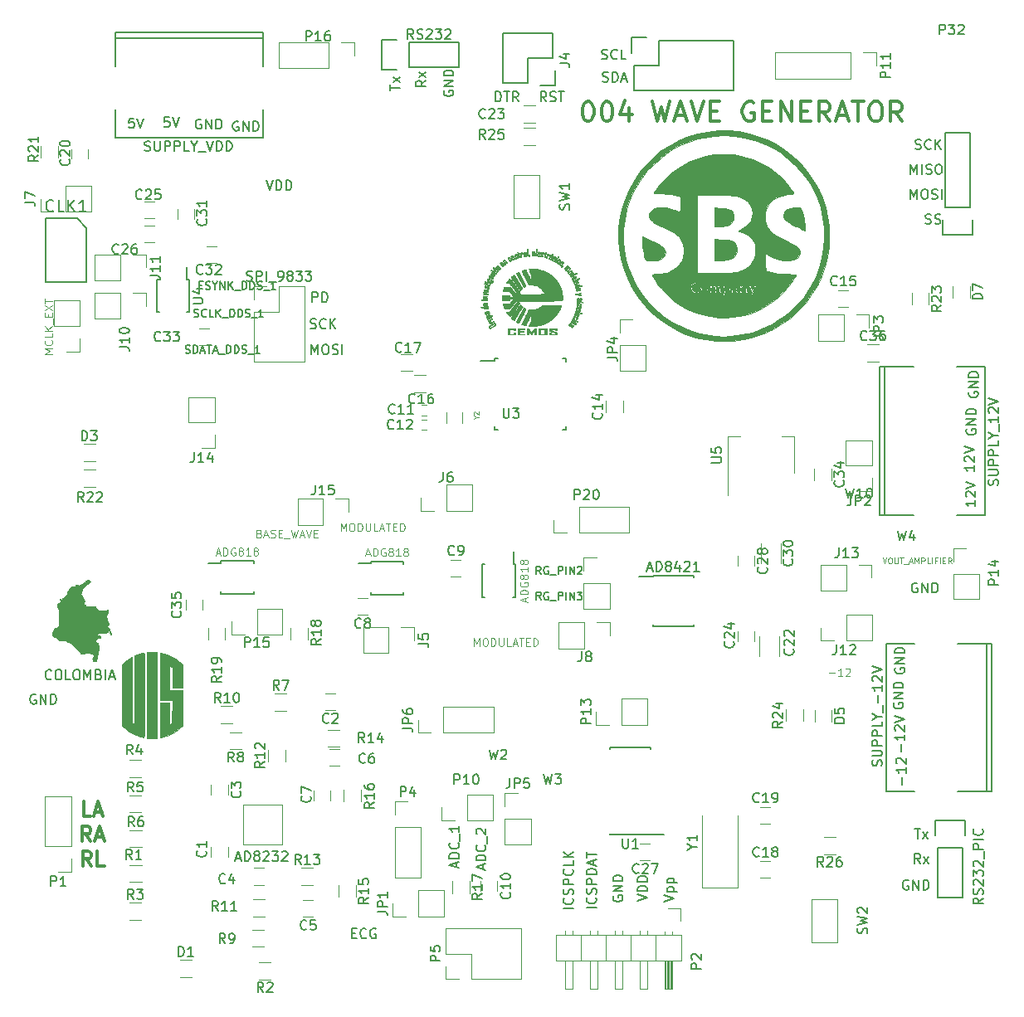
<source format=gbr>
G04 #@! TF.FileFunction,Legend,Top*
%FSLAX46Y46*%
G04 Gerber Fmt 4.6, Leading zero omitted, Abs format (unit mm)*
G04 Created by KiCad (PCBNEW 4.0.2-stable) date 10/05/17 15:07:02*
%MOMM*%
G01*
G04 APERTURE LIST*
%ADD10C,0.100000*%
%ADD11C,0.300000*%
%ADD12C,0.200000*%
%ADD13C,0.120000*%
%ADD14C,0.150000*%
%ADD15C,0.030000*%
%ADD16C,0.010000*%
%ADD17C,0.130000*%
G04 APERTURE END LIST*
D10*
D11*
X81355429Y-119042571D02*
X80641143Y-119042571D01*
X80641143Y-117542571D01*
X81784000Y-118614000D02*
X82498286Y-118614000D01*
X81641143Y-119042571D02*
X82141143Y-117542571D01*
X82641143Y-119042571D01*
X81355429Y-121582571D02*
X80855429Y-120868286D01*
X80498286Y-121582571D02*
X80498286Y-120082571D01*
X81069714Y-120082571D01*
X81212572Y-120154000D01*
X81284000Y-120225429D01*
X81355429Y-120368286D01*
X81355429Y-120582571D01*
X81284000Y-120725429D01*
X81212572Y-120796857D01*
X81069714Y-120868286D01*
X80498286Y-120868286D01*
X81926857Y-121154000D02*
X82641143Y-121154000D01*
X81784000Y-121582571D02*
X82284000Y-120082571D01*
X82784000Y-121582571D01*
X81391143Y-124122571D02*
X80891143Y-123408286D01*
X80534000Y-124122571D02*
X80534000Y-122622571D01*
X81105428Y-122622571D01*
X81248286Y-122694000D01*
X81319714Y-122765429D01*
X81391143Y-122908286D01*
X81391143Y-123122571D01*
X81319714Y-123265429D01*
X81248286Y-123336857D01*
X81105428Y-123408286D01*
X80534000Y-123408286D01*
X82748286Y-124122571D02*
X82034000Y-124122571D01*
X82034000Y-122622571D01*
X132030475Y-46114762D02*
X132220951Y-46114762D01*
X132411427Y-46210000D01*
X132506665Y-46305238D01*
X132601903Y-46495714D01*
X132697142Y-46876667D01*
X132697142Y-47352857D01*
X132601903Y-47733810D01*
X132506665Y-47924286D01*
X132411427Y-48019524D01*
X132220951Y-48114762D01*
X132030475Y-48114762D01*
X131839999Y-48019524D01*
X131744761Y-47924286D01*
X131649522Y-47733810D01*
X131554284Y-47352857D01*
X131554284Y-46876667D01*
X131649522Y-46495714D01*
X131744761Y-46305238D01*
X131839999Y-46210000D01*
X132030475Y-46114762D01*
X133935237Y-46114762D02*
X134125713Y-46114762D01*
X134316189Y-46210000D01*
X134411427Y-46305238D01*
X134506665Y-46495714D01*
X134601904Y-46876667D01*
X134601904Y-47352857D01*
X134506665Y-47733810D01*
X134411427Y-47924286D01*
X134316189Y-48019524D01*
X134125713Y-48114762D01*
X133935237Y-48114762D01*
X133744761Y-48019524D01*
X133649523Y-47924286D01*
X133554284Y-47733810D01*
X133459046Y-47352857D01*
X133459046Y-46876667D01*
X133554284Y-46495714D01*
X133649523Y-46305238D01*
X133744761Y-46210000D01*
X133935237Y-46114762D01*
X136316189Y-46781429D02*
X136316189Y-48114762D01*
X135839999Y-46019524D02*
X135363808Y-47448095D01*
X136601904Y-47448095D01*
X138697142Y-46114762D02*
X139173333Y-48114762D01*
X139554285Y-46686190D01*
X139935238Y-48114762D01*
X140411428Y-46114762D01*
X141078094Y-47543333D02*
X142030475Y-47543333D01*
X140887618Y-48114762D02*
X141554285Y-46114762D01*
X142220952Y-48114762D01*
X142601904Y-46114762D02*
X143268571Y-48114762D01*
X143935238Y-46114762D01*
X144601904Y-47067143D02*
X145268571Y-47067143D01*
X145554285Y-48114762D02*
X144601904Y-48114762D01*
X144601904Y-46114762D01*
X145554285Y-46114762D01*
X148982858Y-46210000D02*
X148792381Y-46114762D01*
X148506667Y-46114762D01*
X148220953Y-46210000D01*
X148030477Y-46400476D01*
X147935238Y-46590952D01*
X147840000Y-46971905D01*
X147840000Y-47257619D01*
X147935238Y-47638571D01*
X148030477Y-47829048D01*
X148220953Y-48019524D01*
X148506667Y-48114762D01*
X148697143Y-48114762D01*
X148982858Y-48019524D01*
X149078096Y-47924286D01*
X149078096Y-47257619D01*
X148697143Y-47257619D01*
X149935238Y-47067143D02*
X150601905Y-47067143D01*
X150887619Y-48114762D02*
X149935238Y-48114762D01*
X149935238Y-46114762D01*
X150887619Y-46114762D01*
X151744762Y-48114762D02*
X151744762Y-46114762D01*
X152887620Y-48114762D01*
X152887620Y-46114762D01*
X153840000Y-47067143D02*
X154506667Y-47067143D01*
X154792381Y-48114762D02*
X153840000Y-48114762D01*
X153840000Y-46114762D01*
X154792381Y-46114762D01*
X156792382Y-48114762D02*
X156125715Y-47162381D01*
X155649524Y-48114762D02*
X155649524Y-46114762D01*
X156411429Y-46114762D01*
X156601905Y-46210000D01*
X156697144Y-46305238D01*
X156792382Y-46495714D01*
X156792382Y-46781429D01*
X156697144Y-46971905D01*
X156601905Y-47067143D01*
X156411429Y-47162381D01*
X155649524Y-47162381D01*
X157554286Y-47543333D02*
X158506667Y-47543333D01*
X157363810Y-48114762D02*
X158030477Y-46114762D01*
X158697144Y-48114762D01*
X159078096Y-46114762D02*
X160220953Y-46114762D01*
X159649525Y-48114762D02*
X159649525Y-46114762D01*
X161268573Y-46114762D02*
X161649525Y-46114762D01*
X161840001Y-46210000D01*
X162030478Y-46400476D01*
X162125716Y-46781429D01*
X162125716Y-47448095D01*
X162030478Y-47829048D01*
X161840001Y-48019524D01*
X161649525Y-48114762D01*
X161268573Y-48114762D01*
X161078097Y-48019524D01*
X160887620Y-47829048D01*
X160792382Y-47448095D01*
X160792382Y-46781429D01*
X160887620Y-46400476D01*
X161078097Y-46210000D01*
X161268573Y-46114762D01*
X164125716Y-48114762D02*
X163459049Y-47162381D01*
X162982858Y-48114762D02*
X162982858Y-46114762D01*
X163744763Y-46114762D01*
X163935239Y-46210000D01*
X164030478Y-46305238D01*
X164125716Y-46495714D01*
X164125716Y-46781429D01*
X164030478Y-46971905D01*
X163935239Y-47067143D01*
X163744763Y-47162381D01*
X162982858Y-47162381D01*
D12*
X77359048Y-105017143D02*
X77311429Y-105064762D01*
X77168572Y-105112381D01*
X77073334Y-105112381D01*
X76930476Y-105064762D01*
X76835238Y-104969524D01*
X76787619Y-104874286D01*
X76740000Y-104683810D01*
X76740000Y-104540952D01*
X76787619Y-104350476D01*
X76835238Y-104255238D01*
X76930476Y-104160000D01*
X77073334Y-104112381D01*
X77168572Y-104112381D01*
X77311429Y-104160000D01*
X77359048Y-104207619D01*
X77978095Y-104112381D02*
X78168572Y-104112381D01*
X78263810Y-104160000D01*
X78359048Y-104255238D01*
X78406667Y-104445714D01*
X78406667Y-104779048D01*
X78359048Y-104969524D01*
X78263810Y-105064762D01*
X78168572Y-105112381D01*
X77978095Y-105112381D01*
X77882857Y-105064762D01*
X77787619Y-104969524D01*
X77740000Y-104779048D01*
X77740000Y-104445714D01*
X77787619Y-104255238D01*
X77882857Y-104160000D01*
X77978095Y-104112381D01*
X79311429Y-105112381D02*
X78835238Y-105112381D01*
X78835238Y-104112381D01*
X79835238Y-104112381D02*
X80025715Y-104112381D01*
X80120953Y-104160000D01*
X80216191Y-104255238D01*
X80263810Y-104445714D01*
X80263810Y-104779048D01*
X80216191Y-104969524D01*
X80120953Y-105064762D01*
X80025715Y-105112381D01*
X79835238Y-105112381D01*
X79740000Y-105064762D01*
X79644762Y-104969524D01*
X79597143Y-104779048D01*
X79597143Y-104445714D01*
X79644762Y-104255238D01*
X79740000Y-104160000D01*
X79835238Y-104112381D01*
X80692381Y-105112381D02*
X80692381Y-104112381D01*
X81025715Y-104826667D01*
X81359048Y-104112381D01*
X81359048Y-105112381D01*
X82168572Y-104588571D02*
X82311429Y-104636190D01*
X82359048Y-104683810D01*
X82406667Y-104779048D01*
X82406667Y-104921905D01*
X82359048Y-105017143D01*
X82311429Y-105064762D01*
X82216191Y-105112381D01*
X81835238Y-105112381D01*
X81835238Y-104112381D01*
X82168572Y-104112381D01*
X82263810Y-104160000D01*
X82311429Y-104207619D01*
X82359048Y-104302857D01*
X82359048Y-104398095D01*
X82311429Y-104493333D01*
X82263810Y-104540952D01*
X82168572Y-104588571D01*
X81835238Y-104588571D01*
X82835238Y-105112381D02*
X82835238Y-104112381D01*
X83263809Y-104826667D02*
X83740000Y-104826667D01*
X83168571Y-105112381D02*
X83501904Y-104112381D01*
X83835238Y-105112381D01*
D13*
X95350000Y-123200000D02*
X95350000Y-122200000D01*
X93650000Y-122200000D02*
X93650000Y-123200000D01*
X105300000Y-108200000D02*
X106300000Y-108200000D01*
X106300000Y-106500000D02*
X105300000Y-106500000D01*
X95350000Y-116850000D02*
X95350000Y-115850000D01*
X93650000Y-115850000D02*
X93650000Y-116850000D01*
X98000000Y-126050000D02*
X99000000Y-126050000D01*
X99000000Y-124350000D02*
X98000000Y-124350000D01*
X103050000Y-129300000D02*
X104050000Y-129300000D01*
X104050000Y-127600000D02*
X103050000Y-127600000D01*
X106700000Y-112200000D02*
X105700000Y-112200000D01*
X105700000Y-113900000D02*
X106700000Y-113900000D01*
X104100000Y-116450000D02*
X104100000Y-117450000D01*
X105800000Y-117450000D02*
X105800000Y-116450000D01*
X108600000Y-98500000D02*
X109600000Y-98500000D01*
X109600000Y-96800000D02*
X108600000Y-96800000D01*
X122850000Y-126700000D02*
X122850000Y-125700000D01*
X121150000Y-125700000D02*
X121150000Y-126700000D01*
X135680000Y-76650000D02*
X135680000Y-77850000D01*
X133920000Y-77850000D02*
X133920000Y-76650000D01*
X158650000Y-65350000D02*
X157650000Y-65350000D01*
X157650000Y-67050000D02*
X158650000Y-67050000D01*
X114350000Y-74020000D02*
X115550000Y-74020000D01*
X115550000Y-75780000D02*
X114350000Y-75780000D01*
X113000000Y-71870000D02*
X114200000Y-71870000D01*
X114200000Y-73630000D02*
X113000000Y-73630000D01*
X150700000Y-123650000D02*
X149700000Y-123650000D01*
X149700000Y-125350000D02*
X150700000Y-125350000D01*
X150700000Y-118100000D02*
X149700000Y-118100000D01*
X149700000Y-119800000D02*
X150700000Y-119800000D01*
X79400000Y-50950000D02*
X79400000Y-51950000D01*
X81100000Y-51950000D02*
X81100000Y-50950000D01*
X149580000Y-100700000D02*
X149580000Y-102700000D01*
X151620000Y-102700000D02*
X151620000Y-100700000D01*
X126750000Y-48280000D02*
X125550000Y-48280000D01*
X125550000Y-46520000D02*
X126750000Y-46520000D01*
X149050000Y-101200000D02*
X149050000Y-100200000D01*
X147350000Y-100200000D02*
X147350000Y-101200000D01*
X86850000Y-58000000D02*
X87850000Y-58000000D01*
X87850000Y-56300000D02*
X86850000Y-56300000D01*
X86850000Y-60500000D02*
X87850000Y-60500000D01*
X87850000Y-58800000D02*
X86850000Y-58800000D01*
X137422000Y-123532000D02*
X138422000Y-123532000D01*
X138422000Y-121832000D02*
X137422000Y-121832000D01*
X149050000Y-93500000D02*
X149050000Y-92500000D01*
X147350000Y-92500000D02*
X147350000Y-93500000D01*
X151820000Y-93200000D02*
X151820000Y-91200000D01*
X149780000Y-91200000D02*
X149780000Y-93200000D01*
X90250000Y-57100000D02*
X90250000Y-58100000D01*
X91950000Y-58100000D02*
X91950000Y-57100000D01*
X93226000Y-62572000D02*
X94226000Y-62572000D01*
X94226000Y-60872000D02*
X93226000Y-60872000D01*
X93464000Y-69254000D02*
X92464000Y-69254000D01*
X92464000Y-70954000D02*
X93464000Y-70954000D01*
X155190000Y-84760000D02*
X155190000Y-83560000D01*
X156950000Y-83560000D02*
X156950000Y-84760000D01*
X91050000Y-97000000D02*
X91050000Y-98000000D01*
X92750000Y-98000000D02*
X92750000Y-97000000D01*
X161780000Y-72630000D02*
X160580000Y-72630000D01*
X160580000Y-70870000D02*
X161780000Y-70870000D01*
D14*
X80950000Y-59000000D02*
X79950000Y-58000000D01*
X79950000Y-58000000D02*
X76750000Y-58000000D01*
X76750000Y-58000000D02*
X76750000Y-64500000D01*
X76750000Y-64500000D02*
X80950000Y-64500000D01*
X80950000Y-64500000D02*
X80950000Y-59000000D01*
D13*
X80624000Y-81088000D02*
X81824000Y-81088000D01*
X81824000Y-82848000D02*
X80624000Y-82848000D01*
X155220000Y-109400000D02*
X155220000Y-108200000D01*
X156980000Y-108200000D02*
X156980000Y-109400000D01*
X169300000Y-66132000D02*
X169300000Y-64932000D01*
X171060000Y-64932000D02*
X171060000Y-66132000D01*
D14*
X128750000Y-44500000D02*
X128750000Y-42950000D01*
X127200000Y-44500000D02*
X128750000Y-44500000D01*
X127200000Y-44500000D02*
X128750000Y-44500000D01*
X125930000Y-44220000D02*
X125930000Y-41680000D01*
X125930000Y-41680000D02*
X128470000Y-41680000D01*
X128470000Y-41680000D02*
X128470000Y-39140000D01*
X128470000Y-39140000D02*
X123390000Y-39140000D01*
X123390000Y-39140000D02*
X123390000Y-44220000D01*
X123390000Y-44220000D02*
X125930000Y-44220000D01*
D13*
X114770000Y-129280000D02*
X117370000Y-129280000D01*
X117370000Y-129280000D02*
X117370000Y-126620000D01*
X117370000Y-126620000D02*
X114770000Y-126620000D01*
X114770000Y-126620000D02*
X114770000Y-129280000D01*
X113500000Y-129280000D02*
X112170000Y-129280000D01*
X112170000Y-129280000D02*
X112170000Y-127950000D01*
D14*
X168530000Y-56880000D02*
X168530000Y-49260000D01*
X171070000Y-56880000D02*
X171070000Y-49260000D01*
X171350000Y-59700000D02*
X171350000Y-58150000D01*
X168530000Y-49260000D02*
X171070000Y-49260000D01*
X171070000Y-56880000D02*
X168530000Y-56880000D01*
X168250000Y-58150000D02*
X168250000Y-59700000D01*
X168250000Y-59700000D02*
X171350000Y-59700000D01*
D13*
X112370000Y-120170000D02*
X112370000Y-125310000D01*
X112370000Y-125310000D02*
X115030000Y-125310000D01*
X115030000Y-125310000D02*
X115030000Y-120170000D01*
X115030000Y-120170000D02*
X112370000Y-120170000D01*
X112370000Y-118900000D02*
X112370000Y-117570000D01*
X112370000Y-117570000D02*
X113700000Y-117570000D01*
X85350000Y-124020000D02*
X86550000Y-124020000D01*
X86550000Y-125780000D02*
X85350000Y-125780000D01*
X98550000Y-133970000D02*
X99750000Y-133970000D01*
X99750000Y-135730000D02*
X98550000Y-135730000D01*
X86500000Y-129630000D02*
X85300000Y-129630000D01*
X85300000Y-127870000D02*
X86500000Y-127870000D01*
X85300000Y-113320000D02*
X86500000Y-113320000D01*
X86500000Y-115080000D02*
X85300000Y-115080000D01*
X86500000Y-118680000D02*
X85300000Y-118680000D01*
X85300000Y-116920000D02*
X86500000Y-116920000D01*
X86550000Y-122230000D02*
X85350000Y-122230000D01*
X85350000Y-120470000D02*
X86550000Y-120470000D01*
X101350000Y-108280000D02*
X100150000Y-108280000D01*
X100150000Y-106520000D02*
X101350000Y-106520000D01*
X95550000Y-110470000D02*
X96750000Y-110470000D01*
X96750000Y-112230000D02*
X95550000Y-112230000D01*
X99050000Y-132380000D02*
X97850000Y-132380000D01*
X97850000Y-130620000D02*
X99050000Y-130620000D01*
X95850000Y-109580000D02*
X94650000Y-109580000D01*
X94650000Y-107820000D02*
X95850000Y-107820000D01*
X99100000Y-129330000D02*
X97900000Y-129330000D01*
X97900000Y-127570000D02*
X99100000Y-127570000D01*
X101230000Y-112250000D02*
X101230000Y-113450000D01*
X99470000Y-113450000D02*
X99470000Y-112250000D01*
X104050000Y-126080000D02*
X102850000Y-126080000D01*
X102850000Y-124320000D02*
X104050000Y-124320000D01*
X106750000Y-111980000D02*
X105550000Y-111980000D01*
X105550000Y-110220000D02*
X106750000Y-110220000D01*
X106670000Y-127300000D02*
X106670000Y-126100000D01*
X108430000Y-126100000D02*
X108430000Y-127300000D01*
X108930000Y-116350000D02*
X108930000Y-117550000D01*
X107170000Y-117550000D02*
X107170000Y-116350000D01*
X118270000Y-126900000D02*
X118270000Y-125700000D01*
X120030000Y-125700000D02*
X120030000Y-126900000D01*
X103480000Y-99800000D02*
X103480000Y-101000000D01*
X101720000Y-101000000D02*
X101720000Y-99800000D01*
X95080000Y-99800000D02*
X95080000Y-101000000D01*
X93320000Y-101000000D02*
X93320000Y-99800000D01*
X76270000Y-51850000D02*
X76270000Y-50650000D01*
X78030000Y-50650000D02*
X78030000Y-51850000D01*
X81880000Y-85462000D02*
X80680000Y-85462000D01*
X80680000Y-83702000D02*
X81880000Y-83702000D01*
X165120000Y-66850000D02*
X165120000Y-65650000D01*
X166880000Y-65650000D02*
X166880000Y-66850000D01*
X154080000Y-108150000D02*
X154080000Y-109350000D01*
X152320000Y-109350000D02*
X152320000Y-108150000D01*
X126750000Y-50580000D02*
X125550000Y-50580000D01*
X125550000Y-48820000D02*
X126750000Y-48820000D01*
X156150000Y-121170000D02*
X157350000Y-121170000D01*
X157350000Y-122930000D02*
X156150000Y-122930000D01*
X124550000Y-53600000D02*
X124550000Y-58000000D01*
X124550000Y-53600000D02*
X127150000Y-53600000D01*
X127150000Y-58000000D02*
X124550000Y-58000000D01*
X127150000Y-53600000D02*
X127150000Y-58000000D01*
X154950000Y-127500000D02*
X154950000Y-131900000D01*
X154950000Y-127500000D02*
X157550000Y-127500000D01*
X157550000Y-131900000D02*
X154950000Y-131900000D01*
X157550000Y-127500000D02*
X157550000Y-131900000D01*
D14*
X91425000Y-64275000D02*
X91200000Y-64275000D01*
X91425000Y-67625000D02*
X91125000Y-67625000D01*
X88075000Y-67625000D02*
X88375000Y-67625000D01*
X88075000Y-64275000D02*
X88375000Y-64275000D01*
X91425000Y-64275000D02*
X91425000Y-67625000D01*
X88075000Y-64275000D02*
X88075000Y-67625000D01*
X91200000Y-64275000D02*
X91200000Y-63050000D01*
D13*
X143750000Y-119000000D02*
X143750000Y-126325000D01*
X143750000Y-126325000D02*
X147350000Y-126325000D01*
X147350000Y-126325000D02*
X147350000Y-119000000D01*
X119300000Y-77800000D02*
X119300000Y-78900000D01*
X117700000Y-77800000D02*
X117700000Y-78900000D01*
X78820000Y-57380000D02*
X81420000Y-57380000D01*
X81420000Y-57380000D02*
X81420000Y-54720000D01*
X81420000Y-54720000D02*
X78820000Y-54720000D01*
X78820000Y-54720000D02*
X78820000Y-57380000D01*
X77550000Y-57380000D02*
X76220000Y-57380000D01*
X76220000Y-57380000D02*
X76220000Y-56050000D01*
X84380000Y-65620000D02*
X81780000Y-65620000D01*
X81780000Y-65620000D02*
X81780000Y-68280000D01*
X81780000Y-68280000D02*
X84380000Y-68280000D01*
X84380000Y-68280000D02*
X84380000Y-65620000D01*
X85650000Y-65620000D02*
X86980000Y-65620000D01*
X86980000Y-65620000D02*
X86980000Y-66950000D01*
X84380000Y-61720000D02*
X81780000Y-61720000D01*
X81780000Y-61720000D02*
X81780000Y-64380000D01*
X81780000Y-64380000D02*
X84380000Y-64380000D01*
X84380000Y-64380000D02*
X84380000Y-61720000D01*
X85650000Y-61720000D02*
X86980000Y-61720000D01*
X86980000Y-61720000D02*
X86980000Y-63050000D01*
X158470000Y-101130000D02*
X161070000Y-101130000D01*
X161070000Y-101130000D02*
X161070000Y-98470000D01*
X161070000Y-98470000D02*
X158470000Y-98470000D01*
X158470000Y-98470000D02*
X158470000Y-101130000D01*
X157200000Y-101130000D02*
X155870000Y-101130000D01*
X155870000Y-101130000D02*
X155870000Y-99800000D01*
X158430000Y-93370000D02*
X155830000Y-93370000D01*
X155830000Y-93370000D02*
X155830000Y-96030000D01*
X155830000Y-96030000D02*
X158430000Y-96030000D01*
X158430000Y-96030000D02*
X158430000Y-93370000D01*
X159700000Y-93370000D02*
X161030000Y-93370000D01*
X161030000Y-93370000D02*
X161030000Y-94700000D01*
X94030000Y-78880000D02*
X94030000Y-76280000D01*
X94030000Y-76280000D02*
X91370000Y-76280000D01*
X91370000Y-76280000D02*
X91370000Y-78880000D01*
X91370000Y-78880000D02*
X94030000Y-78880000D01*
X94030000Y-80150000D02*
X94030000Y-81480000D01*
X94030000Y-81480000D02*
X92700000Y-81480000D01*
X105080000Y-86670000D02*
X102480000Y-86670000D01*
X102480000Y-86670000D02*
X102480000Y-89330000D01*
X102480000Y-89330000D02*
X105080000Y-89330000D01*
X105080000Y-89330000D02*
X105080000Y-86670000D01*
X106350000Y-86670000D02*
X107680000Y-86670000D01*
X107680000Y-86670000D02*
X107680000Y-88000000D01*
X161080000Y-83280000D02*
X161080000Y-80680000D01*
X161080000Y-80680000D02*
X158420000Y-80680000D01*
X158420000Y-80680000D02*
X158420000Y-83280000D01*
X158420000Y-83280000D02*
X161080000Y-83280000D01*
X161080000Y-84550000D02*
X161080000Y-85880000D01*
X161080000Y-85880000D02*
X159750000Y-85880000D01*
X158180000Y-67870000D02*
X155580000Y-67870000D01*
X155580000Y-67870000D02*
X155580000Y-70530000D01*
X155580000Y-70530000D02*
X158180000Y-70530000D01*
X158180000Y-70530000D02*
X158180000Y-67870000D01*
X159450000Y-67870000D02*
X160780000Y-67870000D01*
X160780000Y-67870000D02*
X160780000Y-69200000D01*
X91650000Y-135480000D02*
X90450000Y-135480000D01*
X90450000Y-133720000D02*
X91650000Y-133720000D01*
X109160000Y-99762000D02*
X109160000Y-102422000D01*
X111760000Y-99762000D02*
X109160000Y-99762000D01*
X111760000Y-102422000D02*
X109160000Y-102422000D01*
X111760000Y-99762000D02*
X111760000Y-102422000D01*
X113030000Y-99762000D02*
X114360000Y-99762000D01*
X114360000Y-99762000D02*
X114360000Y-101092000D01*
X135320000Y-73570000D02*
X137980000Y-73570000D01*
X135320000Y-70970000D02*
X135320000Y-73570000D01*
X137980000Y-70970000D02*
X137980000Y-73570000D01*
X135320000Y-70970000D02*
X137980000Y-70970000D01*
X135320000Y-69700000D02*
X135320000Y-68370000D01*
X135320000Y-68370000D02*
X136650000Y-68370000D01*
X123620000Y-121920000D02*
X126280000Y-121920000D01*
X123620000Y-119320000D02*
X123620000Y-121920000D01*
X126280000Y-119320000D02*
X126280000Y-121920000D01*
X123620000Y-119320000D02*
X126280000Y-119320000D01*
X123620000Y-118050000D02*
X123620000Y-116720000D01*
X123620000Y-116720000D02*
X124950000Y-116720000D01*
X79380000Y-122130000D02*
X79380000Y-116990000D01*
X79380000Y-116990000D02*
X76720000Y-116990000D01*
X76720000Y-116990000D02*
X76720000Y-122130000D01*
X76720000Y-122130000D02*
X79380000Y-122130000D01*
X79380000Y-123400000D02*
X79380000Y-124730000D01*
X79380000Y-124730000D02*
X78050000Y-124730000D01*
X125310000Y-135680000D02*
X125310000Y-130480000D01*
X120170000Y-135680000D02*
X125310000Y-135680000D01*
X117570000Y-130480000D02*
X125310000Y-130480000D01*
X120170000Y-135680000D02*
X120170000Y-133080000D01*
X120170000Y-133080000D02*
X117570000Y-133080000D01*
X117570000Y-133080000D02*
X117570000Y-130480000D01*
X118900000Y-135680000D02*
X117570000Y-135680000D01*
X117570000Y-135680000D02*
X117570000Y-134350000D01*
X122370000Y-119480000D02*
X122370000Y-116820000D01*
X119770000Y-119480000D02*
X122370000Y-119480000D01*
X119770000Y-116820000D02*
X122370000Y-116820000D01*
X119770000Y-119480000D02*
X119770000Y-116820000D01*
X118500000Y-119480000D02*
X117170000Y-119480000D01*
X117170000Y-119480000D02*
X117170000Y-118150000D01*
X131670000Y-97870000D02*
X134330000Y-97870000D01*
X131670000Y-95270000D02*
X131670000Y-97870000D01*
X134330000Y-95270000D02*
X134330000Y-97870000D01*
X131670000Y-95270000D02*
X134330000Y-95270000D01*
X131670000Y-94000000D02*
X131670000Y-92670000D01*
X131670000Y-92670000D02*
X133000000Y-92670000D01*
X169370000Y-96920000D02*
X172030000Y-96920000D01*
X169370000Y-94320000D02*
X169370000Y-96920000D01*
X172030000Y-94320000D02*
X172030000Y-96920000D01*
X169370000Y-94320000D02*
X172030000Y-94320000D01*
X169370000Y-93050000D02*
X169370000Y-91720000D01*
X169370000Y-91720000D02*
X170700000Y-91720000D01*
D14*
X138475000Y-120950000D02*
X138475000Y-120925000D01*
X134325000Y-120950000D02*
X134325000Y-120835000D01*
X134325000Y-112050000D02*
X134325000Y-112165000D01*
X138475000Y-112050000D02*
X138475000Y-112165000D01*
X138475000Y-120950000D02*
X134325000Y-120950000D01*
X138475000Y-112050000D02*
X134325000Y-112050000D01*
X138475000Y-120925000D02*
X139850000Y-120925000D01*
D15*
X96878220Y-117884000D02*
X96878220Y-121917520D01*
X100919360Y-121917520D02*
X96878220Y-121917520D01*
X96878220Y-117884000D02*
X100919360Y-117884000D01*
X100919360Y-117884000D02*
X100919360Y-121914900D01*
D14*
X122575000Y-72325000D02*
X122575000Y-72550000D01*
X129825000Y-72325000D02*
X129825000Y-72650000D01*
X129825000Y-79575000D02*
X129825000Y-79250000D01*
X122575000Y-79575000D02*
X122575000Y-79250000D01*
X122575000Y-72325000D02*
X122900000Y-72325000D01*
X122575000Y-79575000D02*
X122900000Y-79575000D01*
X129825000Y-79575000D02*
X129500000Y-79575000D01*
X129825000Y-72325000D02*
X129500000Y-72325000D01*
X122575000Y-72550000D02*
X121150000Y-72550000D01*
X109925000Y-93075000D02*
X109925000Y-93250000D01*
X113275000Y-93075000D02*
X113275000Y-93325000D01*
X113275000Y-96425000D02*
X113275000Y-96175000D01*
X109925000Y-96425000D02*
X109925000Y-96175000D01*
X109925000Y-93075000D02*
X113275000Y-93075000D01*
X109925000Y-96425000D02*
X113275000Y-96425000D01*
X109925000Y-93250000D02*
X108675000Y-93250000D01*
X94625000Y-93025000D02*
X94625000Y-93200000D01*
X97975000Y-93025000D02*
X97975000Y-93275000D01*
X97975000Y-96375000D02*
X97975000Y-96125000D01*
X94625000Y-96375000D02*
X94625000Y-96125000D01*
X94625000Y-93025000D02*
X97975000Y-93025000D01*
X94625000Y-96375000D02*
X97975000Y-96375000D01*
X94625000Y-93200000D02*
X93375000Y-93200000D01*
X138725000Y-94525000D02*
X138725000Y-94575000D01*
X142875000Y-94525000D02*
X142875000Y-94670000D01*
X142875000Y-99675000D02*
X142875000Y-99530000D01*
X138725000Y-99675000D02*
X138725000Y-99530000D01*
X138725000Y-94525000D02*
X142875000Y-94525000D01*
X138725000Y-99675000D02*
X142875000Y-99675000D01*
X138725000Y-94575000D02*
X137325000Y-94575000D01*
D13*
X141630000Y-131140000D02*
X128810000Y-131140000D01*
X128810000Y-131140000D02*
X128810000Y-133800000D01*
X128810000Y-133800000D02*
X141630000Y-133800000D01*
X141630000Y-133800000D02*
X141630000Y-131140000D01*
X140680000Y-133800000D02*
X140680000Y-136700000D01*
X140680000Y-136700000D02*
X139920000Y-136700000D01*
X139920000Y-136700000D02*
X139920000Y-133800000D01*
X140620000Y-133800000D02*
X140620000Y-136700000D01*
X140500000Y-133800000D02*
X140500000Y-136700000D01*
X140380000Y-133800000D02*
X140380000Y-136700000D01*
X140260000Y-133800000D02*
X140260000Y-136700000D01*
X140140000Y-133800000D02*
X140140000Y-136700000D01*
X140020000Y-133800000D02*
X140020000Y-136700000D01*
X140680000Y-130810000D02*
X140680000Y-131140000D01*
X139920000Y-130810000D02*
X139920000Y-131140000D01*
X139030000Y-131140000D02*
X139030000Y-133800000D01*
X138140000Y-133800000D02*
X138140000Y-136700000D01*
X138140000Y-136700000D02*
X137380000Y-136700000D01*
X137380000Y-136700000D02*
X137380000Y-133800000D01*
X138140000Y-130742929D02*
X138140000Y-131140000D01*
X137380000Y-130742929D02*
X137380000Y-131140000D01*
X136490000Y-131140000D02*
X136490000Y-133800000D01*
X135600000Y-133800000D02*
X135600000Y-136700000D01*
X135600000Y-136700000D02*
X134840000Y-136700000D01*
X134840000Y-136700000D02*
X134840000Y-133800000D01*
X135600000Y-130742929D02*
X135600000Y-131140000D01*
X134840000Y-130742929D02*
X134840000Y-131140000D01*
X133950000Y-131140000D02*
X133950000Y-133800000D01*
X133060000Y-133800000D02*
X133060000Y-136700000D01*
X133060000Y-136700000D02*
X132300000Y-136700000D01*
X132300000Y-136700000D02*
X132300000Y-133800000D01*
X133060000Y-130742929D02*
X133060000Y-131140000D01*
X132300000Y-130742929D02*
X132300000Y-131140000D01*
X131410000Y-131140000D02*
X131410000Y-133800000D01*
X130520000Y-133800000D02*
X130520000Y-136700000D01*
X130520000Y-136700000D02*
X129760000Y-136700000D01*
X129760000Y-136700000D02*
X129760000Y-133800000D01*
X130520000Y-130742929D02*
X130520000Y-131140000D01*
X129760000Y-130742929D02*
X129760000Y-131140000D01*
X140300000Y-128430000D02*
X141570000Y-128430000D01*
X141570000Y-128430000D02*
X141570000Y-129700000D01*
X80230000Y-66430000D02*
X77570000Y-66430000D01*
X80230000Y-69030000D02*
X80230000Y-66430000D01*
X77570000Y-69030000D02*
X77570000Y-66430000D01*
X80230000Y-69030000D02*
X77570000Y-69030000D01*
X80230000Y-70300000D02*
X80230000Y-71630000D01*
X80230000Y-71630000D02*
X78900000Y-71630000D01*
D14*
X162399680Y-73208740D02*
X161851040Y-73208740D01*
X161851040Y-73208740D02*
X161851040Y-88291260D01*
X161851040Y-88291260D02*
X162399680Y-88291260D01*
X169699640Y-88291260D02*
X172600320Y-88291260D01*
X172600320Y-88291260D02*
X172600320Y-77188920D01*
X165300360Y-73208740D02*
X162399680Y-73208740D01*
X162399680Y-73208740D02*
X162399680Y-88291260D01*
X162399680Y-88291260D02*
X165300360Y-88291260D01*
X172600320Y-77188920D02*
X172600320Y-74808940D01*
X172600320Y-74808940D02*
X172600320Y-73208740D01*
X172600320Y-73208740D02*
X169699640Y-73208740D01*
X98981260Y-39603680D02*
X98981260Y-39055040D01*
X98981260Y-39055040D02*
X83898740Y-39055040D01*
X83898740Y-39055040D02*
X83898740Y-39603680D01*
X83898740Y-46903640D02*
X83898740Y-49804320D01*
X83898740Y-49804320D02*
X95001080Y-49804320D01*
X98981260Y-42504360D02*
X98981260Y-39603680D01*
X98981260Y-39603680D02*
X83898740Y-39603680D01*
X83898740Y-39603680D02*
X83898740Y-42504360D01*
X95001080Y-49804320D02*
X97381060Y-49804320D01*
X97381060Y-49804320D02*
X98981260Y-49804320D01*
X98981260Y-49804320D02*
X98981260Y-46903640D01*
X172750320Y-116541260D02*
X173298960Y-116541260D01*
X173298960Y-116541260D02*
X173298960Y-101458740D01*
X173298960Y-101458740D02*
X172750320Y-101458740D01*
X165450360Y-101458740D02*
X162549680Y-101458740D01*
X162549680Y-101458740D02*
X162549680Y-112561080D01*
X169849640Y-116541260D02*
X172750320Y-116541260D01*
X172750320Y-116541260D02*
X172750320Y-101458740D01*
X172750320Y-101458740D02*
X169849640Y-101458740D01*
X162549680Y-112561080D02*
X162549680Y-114941060D01*
X162549680Y-114941060D02*
X162549680Y-116541260D01*
X162549680Y-116541260D02*
X165450360Y-116541260D01*
D13*
X119118000Y-92876000D02*
X118118000Y-92876000D01*
X118118000Y-94576000D02*
X119118000Y-94576000D01*
X120270000Y-87880000D02*
X120270000Y-85220000D01*
X117670000Y-87880000D02*
X120270000Y-87880000D01*
X117670000Y-85220000D02*
X120270000Y-85220000D01*
X117670000Y-87880000D02*
X117670000Y-85220000D01*
X116400000Y-87880000D02*
X115070000Y-87880000D01*
X115070000Y-87880000D02*
X115070000Y-86550000D01*
X129130000Y-99270000D02*
X129130000Y-101930000D01*
X131730000Y-99270000D02*
X129130000Y-99270000D01*
X131730000Y-101930000D02*
X129130000Y-101930000D01*
X131730000Y-99270000D02*
X131730000Y-101930000D01*
X133000000Y-99270000D02*
X134330000Y-99270000D01*
X134330000Y-99270000D02*
X134330000Y-100600000D01*
X122488000Y-110550000D02*
X122488000Y-107890000D01*
X117348000Y-110550000D02*
X122488000Y-110550000D01*
X117348000Y-107890000D02*
X122488000Y-107890000D01*
X117348000Y-110550000D02*
X117348000Y-107890000D01*
X116078000Y-110550000D02*
X114748000Y-110550000D01*
X114748000Y-110550000D02*
X114748000Y-109220000D01*
X138120000Y-109730000D02*
X138120000Y-107070000D01*
X135520000Y-109730000D02*
X138120000Y-109730000D01*
X135520000Y-107070000D02*
X138120000Y-107070000D01*
X135520000Y-109730000D02*
X135520000Y-107070000D01*
X134250000Y-109730000D02*
X132920000Y-109730000D01*
X132920000Y-109730000D02*
X132920000Y-108400000D01*
X100920000Y-100530000D02*
X100920000Y-97870000D01*
X98320000Y-100530000D02*
X100920000Y-100530000D01*
X98320000Y-97870000D02*
X100920000Y-97870000D01*
X98320000Y-100530000D02*
X98320000Y-97870000D01*
X97050000Y-100530000D02*
X95720000Y-100530000D01*
X95720000Y-100530000D02*
X95720000Y-99200000D01*
D14*
X124675000Y-93325000D02*
X124500000Y-93325000D01*
X124675000Y-96675000D02*
X124425000Y-96675000D01*
X121325000Y-96675000D02*
X121575000Y-96675000D01*
X121325000Y-93325000D02*
X121575000Y-93325000D01*
X124675000Y-93325000D02*
X124675000Y-96675000D01*
X121325000Y-93325000D02*
X121325000Y-96675000D01*
X124500000Y-93325000D02*
X124500000Y-92075000D01*
X113870000Y-42620000D02*
X118950000Y-42620000D01*
X118950000Y-42620000D02*
X118950000Y-40080000D01*
X118950000Y-40080000D02*
X113870000Y-40080000D01*
X111050000Y-39800000D02*
X112600000Y-39800000D01*
X113870000Y-40080000D02*
X113870000Y-42620000D01*
X112600000Y-42900000D02*
X111050000Y-42900000D01*
X111050000Y-42900000D02*
X111050000Y-39800000D01*
X139370000Y-39880000D02*
X146990000Y-39880000D01*
X146990000Y-39880000D02*
X146990000Y-44960000D01*
X146990000Y-44960000D02*
X136830000Y-44960000D01*
X136830000Y-44960000D02*
X136830000Y-42420000D01*
X138100000Y-39600000D02*
X136550000Y-39600000D01*
X136830000Y-42420000D02*
X139370000Y-42420000D01*
X139370000Y-42420000D02*
X139370000Y-39880000D01*
X136550000Y-39600000D02*
X136550000Y-41150000D01*
X167780000Y-122270000D02*
X167780000Y-127350000D01*
X167780000Y-127350000D02*
X170320000Y-127350000D01*
X170320000Y-127350000D02*
X170320000Y-122270000D01*
X170600000Y-119450000D02*
X170600000Y-121000000D01*
X170320000Y-122270000D02*
X167780000Y-122270000D01*
X167500000Y-121000000D02*
X167500000Y-119450000D01*
X167500000Y-119450000D02*
X170600000Y-119450000D01*
D13*
X151200000Y-41120000D02*
X151200000Y-43780000D01*
X158880000Y-41120000D02*
X151200000Y-41120000D01*
X158880000Y-43780000D02*
X151200000Y-43780000D01*
X158880000Y-41120000D02*
X158880000Y-43780000D01*
X160150000Y-41120000D02*
X161480000Y-41120000D01*
X161480000Y-41120000D02*
X161480000Y-42450000D01*
X100524000Y-40072000D02*
X100524000Y-42732000D01*
X105664000Y-40072000D02*
X100524000Y-40072000D01*
X105664000Y-42732000D02*
X100524000Y-42732000D01*
X105664000Y-40072000D02*
X105664000Y-42732000D01*
X106934000Y-40072000D02*
X108264000Y-40072000D01*
X108264000Y-40072000D02*
X108264000Y-41402000D01*
X136310000Y-90130000D02*
X136310000Y-87470000D01*
X131170000Y-90130000D02*
X136310000Y-90130000D01*
X131170000Y-87470000D02*
X136310000Y-87470000D01*
X131170000Y-90130000D02*
X131170000Y-87470000D01*
X129900000Y-90130000D02*
X128570000Y-90130000D01*
X128570000Y-90130000D02*
X128570000Y-88800000D01*
X97984000Y-72704000D02*
X103184000Y-72704000D01*
X97984000Y-67564000D02*
X97984000Y-72704000D01*
X103184000Y-64964000D02*
X103184000Y-72704000D01*
X97984000Y-67564000D02*
X100584000Y-67564000D01*
X100584000Y-67564000D02*
X100584000Y-64964000D01*
X100584000Y-64964000D02*
X103184000Y-64964000D01*
X97984000Y-66294000D02*
X97984000Y-64964000D01*
X97984000Y-64964000D02*
X99314000Y-64964000D01*
X153160000Y-80290000D02*
X151900000Y-80290000D01*
X146340000Y-80290000D02*
X147600000Y-80290000D01*
X153160000Y-84050000D02*
X153160000Y-80290000D01*
X146340000Y-86300000D02*
X146340000Y-80290000D01*
X115120000Y-78130000D02*
X115620000Y-78130000D01*
X115620000Y-77070000D02*
X115120000Y-77070000D01*
X115090000Y-79610000D02*
X115590000Y-79610000D01*
X115590000Y-78550000D02*
X115090000Y-78550000D01*
D16*
G36*
X81202872Y-94936683D02*
X81277655Y-95000386D01*
X81288831Y-95014124D01*
X81347135Y-95088245D01*
X81269301Y-95160416D01*
X81131037Y-95272052D01*
X80972684Y-95374470D01*
X80922777Y-95401701D01*
X80859570Y-95448362D01*
X80822876Y-95500801D01*
X80794219Y-95546666D01*
X80770704Y-95557555D01*
X80729022Y-95577069D01*
X80680890Y-95621055D01*
X80575100Y-95752173D01*
X80503546Y-95870876D01*
X80455203Y-95998472D01*
X80428272Y-96109297D01*
X80399439Y-96223939D01*
X80364985Y-96324901D01*
X80331773Y-96392470D01*
X80327826Y-96397872D01*
X80285768Y-96466178D01*
X80273313Y-96519709D01*
X80293122Y-96544851D01*
X80299001Y-96545333D01*
X80337224Y-96524818D01*
X80343000Y-96517111D01*
X80379161Y-96489856D01*
X80408686Y-96507125D01*
X80413556Y-96531222D01*
X80436867Y-96566183D01*
X80466796Y-96573555D01*
X80503685Y-96587237D01*
X80526878Y-96636537D01*
X80538505Y-96696720D01*
X80574290Y-96812385D01*
X80625945Y-96884678D01*
X80677681Y-96954763D01*
X80710456Y-97039809D01*
X80719181Y-97119748D01*
X80699314Y-97173974D01*
X80679531Y-97220352D01*
X80668429Y-97297988D01*
X80667556Y-97327088D01*
X80671190Y-97403678D01*
X80687369Y-97439221D01*
X80724008Y-97448924D01*
X80731056Y-97449085D01*
X80795458Y-97476596D01*
X80837671Y-97537301D01*
X80880786Y-97624876D01*
X81147023Y-97633239D01*
X81268950Y-97634221D01*
X81373190Y-97629862D01*
X81444260Y-97621046D01*
X81462455Y-97615274D01*
X81535740Y-97606286D01*
X81626912Y-97628658D01*
X81710913Y-97650573D01*
X81779897Y-97656806D01*
X81794061Y-97654800D01*
X81829418Y-97660539D01*
X81876043Y-97698525D01*
X81940297Y-97774935D01*
X81997585Y-97852381D01*
X82100651Y-97982087D01*
X82187577Y-98060443D01*
X82261053Y-98089307D01*
X82318395Y-98074196D01*
X82358829Y-98065118D01*
X82439333Y-98057939D01*
X82543535Y-98054045D01*
X82558445Y-98053848D01*
X82695360Y-98049287D01*
X82840124Y-98039595D01*
X82946079Y-98028680D01*
X83042489Y-98017423D01*
X83097817Y-98017651D01*
X83126819Y-98032603D01*
X83144254Y-98065521D01*
X83147000Y-98072791D01*
X83154707Y-98140907D01*
X83119199Y-98207195D01*
X83080136Y-98280339D01*
X83066445Y-98345194D01*
X83051042Y-98411902D01*
X83025215Y-98447222D01*
X82995457Y-98500676D01*
X82980542Y-98594981D01*
X82978965Y-98716966D01*
X82989220Y-98853456D01*
X83009804Y-98991278D01*
X83039209Y-99117259D01*
X83075932Y-99218226D01*
X83118467Y-99281006D01*
X83120697Y-99282889D01*
X83175115Y-99342271D01*
X83206969Y-99391942D01*
X83222474Y-99433605D01*
X83214859Y-99471881D01*
X83177451Y-99521901D01*
X83125605Y-99576454D01*
X83051205Y-99656117D01*
X83016553Y-99704958D01*
X83018635Y-99729002D01*
X83046606Y-99734444D01*
X83087712Y-99754353D01*
X83147870Y-99803878D01*
X83211955Y-99867713D01*
X83264840Y-99930555D01*
X83291400Y-99977098D01*
X83292223Y-99982961D01*
X83304266Y-100036270D01*
X83317037Y-100066438D01*
X83347163Y-100139891D01*
X83381864Y-100243724D01*
X83413677Y-100353346D01*
X83435138Y-100444167D01*
X83438977Y-100468222D01*
X83433506Y-100524345D01*
X83391013Y-100546747D01*
X83386034Y-100547522D01*
X83348119Y-100547242D01*
X83331227Y-100522683D01*
X83328519Y-100459925D01*
X83329421Y-100432317D01*
X83320616Y-100325776D01*
X83278699Y-100226546D01*
X83255709Y-100189733D01*
X83206119Y-100125305D01*
X83165053Y-100090136D01*
X83149585Y-100088165D01*
X83132718Y-100119347D01*
X83135636Y-100127348D01*
X83130493Y-100163484D01*
X83105781Y-100203009D01*
X83080813Y-100228542D01*
X83083014Y-100214222D01*
X83078986Y-100203313D01*
X83043822Y-100227192D01*
X83026389Y-100242444D01*
X82971289Y-100287640D01*
X82933960Y-100309226D01*
X82930115Y-100309537D01*
X82887912Y-100313621D01*
X82883000Y-100315054D01*
X82717700Y-100357242D01*
X82542441Y-100378749D01*
X82385584Y-100383398D01*
X82211288Y-100386722D01*
X82087788Y-100397122D01*
X82009760Y-100415630D01*
X81971881Y-100443277D01*
X81966210Y-100464694D01*
X81983911Y-100534815D01*
X82040744Y-100578709D01*
X82138100Y-100601917D01*
X82248019Y-100631695D01*
X82310930Y-100687972D01*
X82331767Y-100775170D01*
X82331769Y-100775327D01*
X82327218Y-100817767D01*
X82301577Y-100833504D01*
X82239196Y-100829935D01*
X82221233Y-100827596D01*
X82113928Y-100828717D01*
X82058955Y-100854195D01*
X82034908Y-100878322D01*
X82050445Y-100875397D01*
X82076427Y-100867905D01*
X82064556Y-100885399D01*
X82011712Y-100919451D01*
X81994672Y-100924817D01*
X81925880Y-100960743D01*
X81889436Y-101035301D01*
X81881111Y-101125590D01*
X81885874Y-101205561D01*
X81908792Y-101258204D01*
X81962807Y-101306841D01*
X81994000Y-101329000D01*
X82069476Y-101391272D01*
X82102707Y-101449140D01*
X82106889Y-101484604D01*
X82120824Y-101554440D01*
X82147408Y-101595605D01*
X82191849Y-101664581D01*
X82210058Y-101763291D01*
X82198524Y-101869802D01*
X82193825Y-101885673D01*
X82180080Y-101940282D01*
X82158615Y-102040925D01*
X82131321Y-102178019D01*
X82100087Y-102341977D01*
X82066804Y-102523216D01*
X82054307Y-102592969D01*
X82021768Y-102772434D01*
X81991529Y-102932804D01*
X81965233Y-103065866D01*
X81944526Y-103163403D01*
X81931053Y-103217202D01*
X81927806Y-103224935D01*
X81895382Y-103223881D01*
X81868919Y-103207369D01*
X81817377Y-103188382D01*
X81791122Y-103194956D01*
X81706619Y-103219210D01*
X81670155Y-103205067D01*
X81683556Y-103191666D01*
X81669445Y-103177555D01*
X81655334Y-103191666D01*
X81667836Y-103204168D01*
X81625815Y-103187870D01*
X81598562Y-103163096D01*
X81567410Y-103109006D01*
X81566903Y-103107000D01*
X81570667Y-103107000D01*
X81584778Y-103121111D01*
X81598889Y-103107000D01*
X81584778Y-103092889D01*
X81570667Y-103107000D01*
X81566903Y-103107000D01*
X81549722Y-103039136D01*
X81547282Y-102973013D01*
X81561875Y-102930160D01*
X81576670Y-102923555D01*
X81596405Y-102900613D01*
X81598889Y-102881222D01*
X81616607Y-102843706D01*
X81631815Y-102838889D01*
X81651448Y-102828163D01*
X81647270Y-102821418D01*
X81649783Y-102790470D01*
X81669580Y-102764165D01*
X81692290Y-102706435D01*
X81672238Y-102633912D01*
X81616557Y-102558189D01*
X81532383Y-102490859D01*
X81486000Y-102465871D01*
X81421822Y-102446652D01*
X81326810Y-102430945D01*
X81212665Y-102419156D01*
X81091083Y-102411688D01*
X80973764Y-102408944D01*
X80872405Y-102411329D01*
X80798705Y-102419247D01*
X80764362Y-102433102D01*
X80764589Y-102440955D01*
X80753698Y-102455438D01*
X80697529Y-102466484D01*
X80591353Y-102474862D01*
X80540556Y-102477347D01*
X80481581Y-102471156D01*
X80400842Y-102453874D01*
X80330093Y-102432361D01*
X80327396Y-102431301D01*
X80284726Y-102396355D01*
X80237410Y-102333564D01*
X80231046Y-102322948D01*
X80137472Y-102184578D01*
X80016813Y-102039460D01*
X79906105Y-101927346D01*
X79767800Y-101795871D01*
X79650787Y-101676195D01*
X79560538Y-101574483D01*
X79502526Y-101496899D01*
X79482223Y-101449874D01*
X79460331Y-101428639D01*
X79451984Y-101427777D01*
X79407830Y-101409686D01*
X79385162Y-101391193D01*
X79336617Y-101360956D01*
X79258061Y-101328398D01*
X79224900Y-101317605D01*
X79109094Y-101279959D01*
X79001267Y-101239726D01*
X78915537Y-101202656D01*
X78866022Y-101174502D01*
X78860759Y-101169266D01*
X78808020Y-101134301D01*
X78722523Y-101111705D01*
X78627539Y-101107013D01*
X78607334Y-101108978D01*
X78389636Y-101117535D01*
X78206791Y-101081904D01*
X78058420Y-101002000D01*
X78028778Y-100977029D01*
X77956659Y-100919846D01*
X77859782Y-100853585D01*
X77788889Y-100810114D01*
X77658125Y-100733581D01*
X77567247Y-100676601D01*
X77506848Y-100631233D01*
X77467517Y-100589537D01*
X77439846Y-100543575D01*
X77419942Y-100498786D01*
X77406402Y-100435188D01*
X77419417Y-100413374D01*
X77431638Y-100377893D01*
X77421810Y-100355024D01*
X77418054Y-100302905D01*
X77449813Y-100256991D01*
X77488125Y-100210852D01*
X77500785Y-100186000D01*
X77512109Y-100149755D01*
X77545053Y-100083738D01*
X77589885Y-100005113D01*
X77636872Y-99931042D01*
X77672828Y-99882611D01*
X77723350Y-99832928D01*
X77752879Y-99821637D01*
X77754186Y-99850708D01*
X77750461Y-99861444D01*
X77750292Y-99897763D01*
X77762438Y-99903777D01*
X77795755Y-99881178D01*
X77807528Y-99859822D01*
X77840698Y-99829289D01*
X77862734Y-99830579D01*
X77902686Y-99824047D01*
X77954796Y-99792453D01*
X78001827Y-99750179D01*
X78026538Y-99711607D01*
X78023615Y-99696355D01*
X78026826Y-99679455D01*
X78038185Y-99678000D01*
X78067751Y-99655373D01*
X78071111Y-99637682D01*
X78089704Y-99586979D01*
X78117935Y-99550541D01*
X78160362Y-99472948D01*
X78168318Y-99375518D01*
X78145638Y-99297000D01*
X78135650Y-99250202D01*
X78126737Y-99154327D01*
X78119293Y-99016738D01*
X78113716Y-98844797D01*
X78110402Y-98645868D01*
X78110353Y-98640787D01*
X78104690Y-98041018D01*
X78000182Y-97839070D01*
X77948575Y-97736540D01*
X77920389Y-97667518D01*
X77912065Y-97615932D01*
X77920044Y-97565709D01*
X77931465Y-97528672D01*
X77959186Y-97460661D01*
X77984811Y-97422929D01*
X77990962Y-97420222D01*
X78010787Y-97396760D01*
X78014667Y-97368481D01*
X78027437Y-97307578D01*
X78062152Y-97295003D01*
X78089681Y-97311033D01*
X78121518Y-97325486D01*
X78127556Y-97314910D01*
X78145235Y-97278090D01*
X78189054Y-97221434D01*
X78202352Y-97206646D01*
X78247897Y-97151709D01*
X78263181Y-97104501D01*
X78253618Y-97039177D01*
X78244685Y-97004565D01*
X78220459Y-96904805D01*
X78216822Y-96854334D01*
X78236386Y-96848933D01*
X78281766Y-96884384D01*
X78305323Y-96906719D01*
X78370411Y-96961746D01*
X78412388Y-96975105D01*
X78430117Y-96965260D01*
X78450273Y-96915815D01*
X78447037Y-96895064D01*
X78458362Y-96856230D01*
X78498631Y-96831322D01*
X78547714Y-96799617D01*
X78620872Y-96737046D01*
X78704952Y-96655169D01*
X78734777Y-96623819D01*
X78814891Y-96540527D01*
X78883324Y-96474307D01*
X78929198Y-96435495D01*
X78938838Y-96429944D01*
X78962908Y-96397773D01*
X78987817Y-96327681D01*
X79001206Y-96269942D01*
X79053773Y-96073097D01*
X79128645Y-95910256D01*
X79221256Y-95790612D01*
X79252417Y-95764060D01*
X79329172Y-95703999D01*
X79395463Y-95648897D01*
X79410103Y-95635862D01*
X79483320Y-95601609D01*
X79561387Y-95617531D01*
X79616278Y-95664577D01*
X79644408Y-95688216D01*
X79651556Y-95675838D01*
X79674496Y-95646520D01*
X79696341Y-95642222D01*
X79736534Y-95618379D01*
X79771853Y-95560765D01*
X79772799Y-95558310D01*
X79802756Y-95496738D01*
X79843133Y-95464683D01*
X79907806Y-95457690D01*
X80010653Y-95471304D01*
X80031821Y-95475141D01*
X80138331Y-95489060D01*
X80220372Y-95480225D01*
X80299815Y-95442642D01*
X80390109Y-95376973D01*
X80454456Y-95331966D01*
X80547085Y-95273765D01*
X80635604Y-95222023D01*
X80746810Y-95150335D01*
X80805413Y-95090157D01*
X80814273Y-95066801D01*
X80838157Y-95018379D01*
X80865111Y-95005504D01*
X80916537Y-94993266D01*
X80992385Y-94964912D01*
X81015350Y-94954871D01*
X81120107Y-94922523D01*
X81202872Y-94936683D01*
X81202872Y-94936683D01*
G37*
X81202872Y-94936683D02*
X81277655Y-95000386D01*
X81288831Y-95014124D01*
X81347135Y-95088245D01*
X81269301Y-95160416D01*
X81131037Y-95272052D01*
X80972684Y-95374470D01*
X80922777Y-95401701D01*
X80859570Y-95448362D01*
X80822876Y-95500801D01*
X80794219Y-95546666D01*
X80770704Y-95557555D01*
X80729022Y-95577069D01*
X80680890Y-95621055D01*
X80575100Y-95752173D01*
X80503546Y-95870876D01*
X80455203Y-95998472D01*
X80428272Y-96109297D01*
X80399439Y-96223939D01*
X80364985Y-96324901D01*
X80331773Y-96392470D01*
X80327826Y-96397872D01*
X80285768Y-96466178D01*
X80273313Y-96519709D01*
X80293122Y-96544851D01*
X80299001Y-96545333D01*
X80337224Y-96524818D01*
X80343000Y-96517111D01*
X80379161Y-96489856D01*
X80408686Y-96507125D01*
X80413556Y-96531222D01*
X80436867Y-96566183D01*
X80466796Y-96573555D01*
X80503685Y-96587237D01*
X80526878Y-96636537D01*
X80538505Y-96696720D01*
X80574290Y-96812385D01*
X80625945Y-96884678D01*
X80677681Y-96954763D01*
X80710456Y-97039809D01*
X80719181Y-97119748D01*
X80699314Y-97173974D01*
X80679531Y-97220352D01*
X80668429Y-97297988D01*
X80667556Y-97327088D01*
X80671190Y-97403678D01*
X80687369Y-97439221D01*
X80724008Y-97448924D01*
X80731056Y-97449085D01*
X80795458Y-97476596D01*
X80837671Y-97537301D01*
X80880786Y-97624876D01*
X81147023Y-97633239D01*
X81268950Y-97634221D01*
X81373190Y-97629862D01*
X81444260Y-97621046D01*
X81462455Y-97615274D01*
X81535740Y-97606286D01*
X81626912Y-97628658D01*
X81710913Y-97650573D01*
X81779897Y-97656806D01*
X81794061Y-97654800D01*
X81829418Y-97660539D01*
X81876043Y-97698525D01*
X81940297Y-97774935D01*
X81997585Y-97852381D01*
X82100651Y-97982087D01*
X82187577Y-98060443D01*
X82261053Y-98089307D01*
X82318395Y-98074196D01*
X82358829Y-98065118D01*
X82439333Y-98057939D01*
X82543535Y-98054045D01*
X82558445Y-98053848D01*
X82695360Y-98049287D01*
X82840124Y-98039595D01*
X82946079Y-98028680D01*
X83042489Y-98017423D01*
X83097817Y-98017651D01*
X83126819Y-98032603D01*
X83144254Y-98065521D01*
X83147000Y-98072791D01*
X83154707Y-98140907D01*
X83119199Y-98207195D01*
X83080136Y-98280339D01*
X83066445Y-98345194D01*
X83051042Y-98411902D01*
X83025215Y-98447222D01*
X82995457Y-98500676D01*
X82980542Y-98594981D01*
X82978965Y-98716966D01*
X82989220Y-98853456D01*
X83009804Y-98991278D01*
X83039209Y-99117259D01*
X83075932Y-99218226D01*
X83118467Y-99281006D01*
X83120697Y-99282889D01*
X83175115Y-99342271D01*
X83206969Y-99391942D01*
X83222474Y-99433605D01*
X83214859Y-99471881D01*
X83177451Y-99521901D01*
X83125605Y-99576454D01*
X83051205Y-99656117D01*
X83016553Y-99704958D01*
X83018635Y-99729002D01*
X83046606Y-99734444D01*
X83087712Y-99754353D01*
X83147870Y-99803878D01*
X83211955Y-99867713D01*
X83264840Y-99930555D01*
X83291400Y-99977098D01*
X83292223Y-99982961D01*
X83304266Y-100036270D01*
X83317037Y-100066438D01*
X83347163Y-100139891D01*
X83381864Y-100243724D01*
X83413677Y-100353346D01*
X83435138Y-100444167D01*
X83438977Y-100468222D01*
X83433506Y-100524345D01*
X83391013Y-100546747D01*
X83386034Y-100547522D01*
X83348119Y-100547242D01*
X83331227Y-100522683D01*
X83328519Y-100459925D01*
X83329421Y-100432317D01*
X83320616Y-100325776D01*
X83278699Y-100226546D01*
X83255709Y-100189733D01*
X83206119Y-100125305D01*
X83165053Y-100090136D01*
X83149585Y-100088165D01*
X83132718Y-100119347D01*
X83135636Y-100127348D01*
X83130493Y-100163484D01*
X83105781Y-100203009D01*
X83080813Y-100228542D01*
X83083014Y-100214222D01*
X83078986Y-100203313D01*
X83043822Y-100227192D01*
X83026389Y-100242444D01*
X82971289Y-100287640D01*
X82933960Y-100309226D01*
X82930115Y-100309537D01*
X82887912Y-100313621D01*
X82883000Y-100315054D01*
X82717700Y-100357242D01*
X82542441Y-100378749D01*
X82385584Y-100383398D01*
X82211288Y-100386722D01*
X82087788Y-100397122D01*
X82009760Y-100415630D01*
X81971881Y-100443277D01*
X81966210Y-100464694D01*
X81983911Y-100534815D01*
X82040744Y-100578709D01*
X82138100Y-100601917D01*
X82248019Y-100631695D01*
X82310930Y-100687972D01*
X82331767Y-100775170D01*
X82331769Y-100775327D01*
X82327218Y-100817767D01*
X82301577Y-100833504D01*
X82239196Y-100829935D01*
X82221233Y-100827596D01*
X82113928Y-100828717D01*
X82058955Y-100854195D01*
X82034908Y-100878322D01*
X82050445Y-100875397D01*
X82076427Y-100867905D01*
X82064556Y-100885399D01*
X82011712Y-100919451D01*
X81994672Y-100924817D01*
X81925880Y-100960743D01*
X81889436Y-101035301D01*
X81881111Y-101125590D01*
X81885874Y-101205561D01*
X81908792Y-101258204D01*
X81962807Y-101306841D01*
X81994000Y-101329000D01*
X82069476Y-101391272D01*
X82102707Y-101449140D01*
X82106889Y-101484604D01*
X82120824Y-101554440D01*
X82147408Y-101595605D01*
X82191849Y-101664581D01*
X82210058Y-101763291D01*
X82198524Y-101869802D01*
X82193825Y-101885673D01*
X82180080Y-101940282D01*
X82158615Y-102040925D01*
X82131321Y-102178019D01*
X82100087Y-102341977D01*
X82066804Y-102523216D01*
X82054307Y-102592969D01*
X82021768Y-102772434D01*
X81991529Y-102932804D01*
X81965233Y-103065866D01*
X81944526Y-103163403D01*
X81931053Y-103217202D01*
X81927806Y-103224935D01*
X81895382Y-103223881D01*
X81868919Y-103207369D01*
X81817377Y-103188382D01*
X81791122Y-103194956D01*
X81706619Y-103219210D01*
X81670155Y-103205067D01*
X81683556Y-103191666D01*
X81669445Y-103177555D01*
X81655334Y-103191666D01*
X81667836Y-103204168D01*
X81625815Y-103187870D01*
X81598562Y-103163096D01*
X81567410Y-103109006D01*
X81566903Y-103107000D01*
X81570667Y-103107000D01*
X81584778Y-103121111D01*
X81598889Y-103107000D01*
X81584778Y-103092889D01*
X81570667Y-103107000D01*
X81566903Y-103107000D01*
X81549722Y-103039136D01*
X81547282Y-102973013D01*
X81561875Y-102930160D01*
X81576670Y-102923555D01*
X81596405Y-102900613D01*
X81598889Y-102881222D01*
X81616607Y-102843706D01*
X81631815Y-102838889D01*
X81651448Y-102828163D01*
X81647270Y-102821418D01*
X81649783Y-102790470D01*
X81669580Y-102764165D01*
X81692290Y-102706435D01*
X81672238Y-102633912D01*
X81616557Y-102558189D01*
X81532383Y-102490859D01*
X81486000Y-102465871D01*
X81421822Y-102446652D01*
X81326810Y-102430945D01*
X81212665Y-102419156D01*
X81091083Y-102411688D01*
X80973764Y-102408944D01*
X80872405Y-102411329D01*
X80798705Y-102419247D01*
X80764362Y-102433102D01*
X80764589Y-102440955D01*
X80753698Y-102455438D01*
X80697529Y-102466484D01*
X80591353Y-102474862D01*
X80540556Y-102477347D01*
X80481581Y-102471156D01*
X80400842Y-102453874D01*
X80330093Y-102432361D01*
X80327396Y-102431301D01*
X80284726Y-102396355D01*
X80237410Y-102333564D01*
X80231046Y-102322948D01*
X80137472Y-102184578D01*
X80016813Y-102039460D01*
X79906105Y-101927346D01*
X79767800Y-101795871D01*
X79650787Y-101676195D01*
X79560538Y-101574483D01*
X79502526Y-101496899D01*
X79482223Y-101449874D01*
X79460331Y-101428639D01*
X79451984Y-101427777D01*
X79407830Y-101409686D01*
X79385162Y-101391193D01*
X79336617Y-101360956D01*
X79258061Y-101328398D01*
X79224900Y-101317605D01*
X79109094Y-101279959D01*
X79001267Y-101239726D01*
X78915537Y-101202656D01*
X78866022Y-101174502D01*
X78860759Y-101169266D01*
X78808020Y-101134301D01*
X78722523Y-101111705D01*
X78627539Y-101107013D01*
X78607334Y-101108978D01*
X78389636Y-101117535D01*
X78206791Y-101081904D01*
X78058420Y-101002000D01*
X78028778Y-100977029D01*
X77956659Y-100919846D01*
X77859782Y-100853585D01*
X77788889Y-100810114D01*
X77658125Y-100733581D01*
X77567247Y-100676601D01*
X77506848Y-100631233D01*
X77467517Y-100589537D01*
X77439846Y-100543575D01*
X77419942Y-100498786D01*
X77406402Y-100435188D01*
X77419417Y-100413374D01*
X77431638Y-100377893D01*
X77421810Y-100355024D01*
X77418054Y-100302905D01*
X77449813Y-100256991D01*
X77488125Y-100210852D01*
X77500785Y-100186000D01*
X77512109Y-100149755D01*
X77545053Y-100083738D01*
X77589885Y-100005113D01*
X77636872Y-99931042D01*
X77672828Y-99882611D01*
X77723350Y-99832928D01*
X77752879Y-99821637D01*
X77754186Y-99850708D01*
X77750461Y-99861444D01*
X77750292Y-99897763D01*
X77762438Y-99903777D01*
X77795755Y-99881178D01*
X77807528Y-99859822D01*
X77840698Y-99829289D01*
X77862734Y-99830579D01*
X77902686Y-99824047D01*
X77954796Y-99792453D01*
X78001827Y-99750179D01*
X78026538Y-99711607D01*
X78023615Y-99696355D01*
X78026826Y-99679455D01*
X78038185Y-99678000D01*
X78067751Y-99655373D01*
X78071111Y-99637682D01*
X78089704Y-99586979D01*
X78117935Y-99550541D01*
X78160362Y-99472948D01*
X78168318Y-99375518D01*
X78145638Y-99297000D01*
X78135650Y-99250202D01*
X78126737Y-99154327D01*
X78119293Y-99016738D01*
X78113716Y-98844797D01*
X78110402Y-98645868D01*
X78110353Y-98640787D01*
X78104690Y-98041018D01*
X78000182Y-97839070D01*
X77948575Y-97736540D01*
X77920389Y-97667518D01*
X77912065Y-97615932D01*
X77920044Y-97565709D01*
X77931465Y-97528672D01*
X77959186Y-97460661D01*
X77984811Y-97422929D01*
X77990962Y-97420222D01*
X78010787Y-97396760D01*
X78014667Y-97368481D01*
X78027437Y-97307578D01*
X78062152Y-97295003D01*
X78089681Y-97311033D01*
X78121518Y-97325486D01*
X78127556Y-97314910D01*
X78145235Y-97278090D01*
X78189054Y-97221434D01*
X78202352Y-97206646D01*
X78247897Y-97151709D01*
X78263181Y-97104501D01*
X78253618Y-97039177D01*
X78244685Y-97004565D01*
X78220459Y-96904805D01*
X78216822Y-96854334D01*
X78236386Y-96848933D01*
X78281766Y-96884384D01*
X78305323Y-96906719D01*
X78370411Y-96961746D01*
X78412388Y-96975105D01*
X78430117Y-96965260D01*
X78450273Y-96915815D01*
X78447037Y-96895064D01*
X78458362Y-96856230D01*
X78498631Y-96831322D01*
X78547714Y-96799617D01*
X78620872Y-96737046D01*
X78704952Y-96655169D01*
X78734777Y-96623819D01*
X78814891Y-96540527D01*
X78883324Y-96474307D01*
X78929198Y-96435495D01*
X78938838Y-96429944D01*
X78962908Y-96397773D01*
X78987817Y-96327681D01*
X79001206Y-96269942D01*
X79053773Y-96073097D01*
X79128645Y-95910256D01*
X79221256Y-95790612D01*
X79252417Y-95764060D01*
X79329172Y-95703999D01*
X79395463Y-95648897D01*
X79410103Y-95635862D01*
X79483320Y-95601609D01*
X79561387Y-95617531D01*
X79616278Y-95664577D01*
X79644408Y-95688216D01*
X79651556Y-95675838D01*
X79674496Y-95646520D01*
X79696341Y-95642222D01*
X79736534Y-95618379D01*
X79771853Y-95560765D01*
X79772799Y-95558310D01*
X79802756Y-95496738D01*
X79843133Y-95464683D01*
X79907806Y-95457690D01*
X80010653Y-95471304D01*
X80031821Y-95475141D01*
X80138331Y-95489060D01*
X80220372Y-95480225D01*
X80299815Y-95442642D01*
X80390109Y-95376973D01*
X80454456Y-95331966D01*
X80547085Y-95273765D01*
X80635604Y-95222023D01*
X80746810Y-95150335D01*
X80805413Y-95090157D01*
X80814273Y-95066801D01*
X80838157Y-95018379D01*
X80865111Y-95005504D01*
X80916537Y-94993266D01*
X80992385Y-94964912D01*
X81015350Y-94954871D01*
X81120107Y-94922523D01*
X81202872Y-94936683D01*
G36*
X81824667Y-103219889D02*
X81810556Y-103234000D01*
X81796445Y-103219889D01*
X81810556Y-103205777D01*
X81824667Y-103219889D01*
X81824667Y-103219889D01*
G37*
X81824667Y-103219889D02*
X81810556Y-103234000D01*
X81796445Y-103219889D01*
X81810556Y-103205777D01*
X81824667Y-103219889D01*
G36*
X81683556Y-102711889D02*
X81669445Y-102726000D01*
X81655334Y-102711889D01*
X81669445Y-102697777D01*
X81683556Y-102711889D01*
X81683556Y-102711889D01*
G37*
X81683556Y-102711889D02*
X81669445Y-102726000D01*
X81655334Y-102711889D01*
X81669445Y-102697777D01*
X81683556Y-102711889D01*
G36*
X83179334Y-100115444D02*
X83165223Y-100129555D01*
X83151111Y-100115444D01*
X83165223Y-100101333D01*
X83179334Y-100115444D01*
X83179334Y-100115444D01*
G37*
X83179334Y-100115444D02*
X83165223Y-100129555D01*
X83151111Y-100115444D01*
X83165223Y-100101333D01*
X83179334Y-100115444D01*
G36*
X147494978Y-49164922D02*
X148549519Y-49373641D01*
X149362229Y-49610850D01*
X150377040Y-50004168D01*
X151323577Y-50484327D01*
X152210021Y-51056504D01*
X153044551Y-51725879D01*
X153703565Y-52358902D01*
X154418749Y-53178353D01*
X155037139Y-54048411D01*
X155558791Y-54961722D01*
X155983760Y-55910929D01*
X156312103Y-56888679D01*
X156543873Y-57887615D01*
X156679127Y-58900384D01*
X156717921Y-59919630D01*
X156660310Y-60937997D01*
X156506349Y-61948132D01*
X156256095Y-62942678D01*
X155909602Y-63914282D01*
X155466926Y-64855587D01*
X154928123Y-65759240D01*
X154293248Y-66617884D01*
X153590000Y-67396468D01*
X152773899Y-68138797D01*
X151897756Y-68787777D01*
X150968375Y-69340865D01*
X149992561Y-69795519D01*
X148977118Y-70149198D01*
X147928852Y-70399359D01*
X146854568Y-70543461D01*
X145761070Y-70578961D01*
X145145933Y-70550686D01*
X144072226Y-70415897D01*
X143029343Y-70175887D01*
X142023699Y-69835654D01*
X141061710Y-69400195D01*
X140149791Y-68874509D01*
X139294356Y-68263592D01*
X138501822Y-67572442D01*
X137778603Y-66806058D01*
X137131115Y-65969435D01*
X136565773Y-65067573D01*
X136088991Y-64105469D01*
X135755112Y-63234974D01*
X135454972Y-62164299D01*
X135266615Y-61086133D01*
X135202062Y-60179218D01*
X135706084Y-60179218D01*
X135794129Y-61225324D01*
X135989017Y-62261830D01*
X136212565Y-63047333D01*
X136590140Y-64019757D01*
X137063484Y-64940409D01*
X137625519Y-65803697D01*
X138269165Y-66604027D01*
X138987343Y-67335808D01*
X139772975Y-67993446D01*
X140618981Y-68571350D01*
X141518283Y-69063926D01*
X142463800Y-69465582D01*
X143448456Y-69770725D01*
X144465170Y-69973763D01*
X145066889Y-70042546D01*
X145402688Y-70069383D01*
X145663167Y-70085845D01*
X145884780Y-70091964D01*
X146103983Y-70087772D01*
X146357229Y-70073300D01*
X146680975Y-70048580D01*
X146737914Y-70043986D01*
X147822202Y-69903138D01*
X148860817Y-69659263D01*
X149856387Y-69311367D01*
X150811539Y-68858457D01*
X151728902Y-68299541D01*
X152149481Y-67998652D01*
X152448786Y-67755447D01*
X152791022Y-67447121D01*
X153152434Y-67097750D01*
X153509265Y-66731415D01*
X153837760Y-66372194D01*
X154114163Y-66044166D01*
X154239111Y-65880634D01*
X154820610Y-64986870D01*
X155301995Y-64049377D01*
X155682564Y-63076367D01*
X155961615Y-62076054D01*
X156138447Y-61056649D01*
X156212356Y-60026364D01*
X156182643Y-58993412D01*
X156048603Y-57966006D01*
X155809537Y-56952357D01*
X155464741Y-55960679D01*
X155147046Y-55257695D01*
X154621145Y-54324656D01*
X154014022Y-53465431D01*
X153332421Y-52683084D01*
X152583089Y-51980679D01*
X151772769Y-51361279D01*
X150908208Y-50827948D01*
X149996151Y-50383751D01*
X149043343Y-50031750D01*
X148056528Y-49775011D01*
X147042453Y-49616596D01*
X146007862Y-49559570D01*
X144959501Y-49606996D01*
X143904116Y-49761939D01*
X143333145Y-49891524D01*
X142360948Y-50197508D01*
X141420162Y-50607335D01*
X140520329Y-51114094D01*
X139670995Y-51710877D01*
X138881702Y-52390776D01*
X138161994Y-53146880D01*
X137521416Y-53972282D01*
X137354435Y-54219611D01*
X136826577Y-55128834D01*
X136398376Y-56084022D01*
X136071028Y-57075916D01*
X135845731Y-58095254D01*
X135723684Y-59132775D01*
X135706084Y-60179218D01*
X135202062Y-60179218D01*
X135189711Y-60005704D01*
X135223929Y-58928239D01*
X135368938Y-57858966D01*
X135624408Y-56803110D01*
X135990009Y-55765899D01*
X136266712Y-55145111D01*
X136789042Y-54187042D01*
X137393347Y-53301385D01*
X138072785Y-52491029D01*
X138820520Y-51758866D01*
X139629710Y-51107784D01*
X140493518Y-50540675D01*
X141405104Y-50060429D01*
X142357630Y-49669936D01*
X143344255Y-49372086D01*
X144358142Y-49169769D01*
X145392451Y-49065876D01*
X146440342Y-49063297D01*
X147494978Y-49164922D01*
X147494978Y-49164922D01*
G37*
X147494978Y-49164922D02*
X148549519Y-49373641D01*
X149362229Y-49610850D01*
X150377040Y-50004168D01*
X151323577Y-50484327D01*
X152210021Y-51056504D01*
X153044551Y-51725879D01*
X153703565Y-52358902D01*
X154418749Y-53178353D01*
X155037139Y-54048411D01*
X155558791Y-54961722D01*
X155983760Y-55910929D01*
X156312103Y-56888679D01*
X156543873Y-57887615D01*
X156679127Y-58900384D01*
X156717921Y-59919630D01*
X156660310Y-60937997D01*
X156506349Y-61948132D01*
X156256095Y-62942678D01*
X155909602Y-63914282D01*
X155466926Y-64855587D01*
X154928123Y-65759240D01*
X154293248Y-66617884D01*
X153590000Y-67396468D01*
X152773899Y-68138797D01*
X151897756Y-68787777D01*
X150968375Y-69340865D01*
X149992561Y-69795519D01*
X148977118Y-70149198D01*
X147928852Y-70399359D01*
X146854568Y-70543461D01*
X145761070Y-70578961D01*
X145145933Y-70550686D01*
X144072226Y-70415897D01*
X143029343Y-70175887D01*
X142023699Y-69835654D01*
X141061710Y-69400195D01*
X140149791Y-68874509D01*
X139294356Y-68263592D01*
X138501822Y-67572442D01*
X137778603Y-66806058D01*
X137131115Y-65969435D01*
X136565773Y-65067573D01*
X136088991Y-64105469D01*
X135755112Y-63234974D01*
X135454972Y-62164299D01*
X135266615Y-61086133D01*
X135202062Y-60179218D01*
X135706084Y-60179218D01*
X135794129Y-61225324D01*
X135989017Y-62261830D01*
X136212565Y-63047333D01*
X136590140Y-64019757D01*
X137063484Y-64940409D01*
X137625519Y-65803697D01*
X138269165Y-66604027D01*
X138987343Y-67335808D01*
X139772975Y-67993446D01*
X140618981Y-68571350D01*
X141518283Y-69063926D01*
X142463800Y-69465582D01*
X143448456Y-69770725D01*
X144465170Y-69973763D01*
X145066889Y-70042546D01*
X145402688Y-70069383D01*
X145663167Y-70085845D01*
X145884780Y-70091964D01*
X146103983Y-70087772D01*
X146357229Y-70073300D01*
X146680975Y-70048580D01*
X146737914Y-70043986D01*
X147822202Y-69903138D01*
X148860817Y-69659263D01*
X149856387Y-69311367D01*
X150811539Y-68858457D01*
X151728902Y-68299541D01*
X152149481Y-67998652D01*
X152448786Y-67755447D01*
X152791022Y-67447121D01*
X153152434Y-67097750D01*
X153509265Y-66731415D01*
X153837760Y-66372194D01*
X154114163Y-66044166D01*
X154239111Y-65880634D01*
X154820610Y-64986870D01*
X155301995Y-64049377D01*
X155682564Y-63076367D01*
X155961615Y-62076054D01*
X156138447Y-61056649D01*
X156212356Y-60026364D01*
X156182643Y-58993412D01*
X156048603Y-57966006D01*
X155809537Y-56952357D01*
X155464741Y-55960679D01*
X155147046Y-55257695D01*
X154621145Y-54324656D01*
X154014022Y-53465431D01*
X153332421Y-52683084D01*
X152583089Y-51980679D01*
X151772769Y-51361279D01*
X150908208Y-50827948D01*
X149996151Y-50383751D01*
X149043343Y-50031750D01*
X148056528Y-49775011D01*
X147042453Y-49616596D01*
X146007862Y-49559570D01*
X144959501Y-49606996D01*
X143904116Y-49761939D01*
X143333145Y-49891524D01*
X142360948Y-50197508D01*
X141420162Y-50607335D01*
X140520329Y-51114094D01*
X139670995Y-51710877D01*
X138881702Y-52390776D01*
X138161994Y-53146880D01*
X137521416Y-53972282D01*
X137354435Y-54219611D01*
X136826577Y-55128834D01*
X136398376Y-56084022D01*
X136071028Y-57075916D01*
X135845731Y-58095254D01*
X135723684Y-59132775D01*
X135706084Y-60179218D01*
X135202062Y-60179218D01*
X135189711Y-60005704D01*
X135223929Y-58928239D01*
X135368938Y-57858966D01*
X135624408Y-56803110D01*
X135990009Y-55765899D01*
X136266712Y-55145111D01*
X136789042Y-54187042D01*
X137393347Y-53301385D01*
X138072785Y-52491029D01*
X138820520Y-51758866D01*
X139629710Y-51107784D01*
X140493518Y-50540675D01*
X141405104Y-50060429D01*
X142357630Y-49669936D01*
X143344255Y-49372086D01*
X144358142Y-49169769D01*
X145392451Y-49065876D01*
X146440342Y-49063297D01*
X147494978Y-49164922D01*
G36*
X146511321Y-51484628D02*
X146941704Y-51514374D01*
X147052341Y-51528126D01*
X147995893Y-51715222D01*
X148905383Y-52003344D01*
X149771753Y-52386998D01*
X150585943Y-52860690D01*
X151338896Y-53418927D01*
X152021552Y-54056214D01*
X152624853Y-54767058D01*
X152805172Y-55017115D01*
X152952118Y-55239530D01*
X153026020Y-55388274D01*
X153024221Y-55477938D01*
X152944063Y-55523112D01*
X152782888Y-55538386D01*
X152710029Y-55539358D01*
X152471049Y-55562232D01*
X152171103Y-55622147D01*
X151851438Y-55708225D01*
X151553303Y-55809588D01*
X151351745Y-55897538D01*
X150932435Y-56169437D01*
X150591522Y-56515805D01*
X150360629Y-56882562D01*
X150276499Y-57061126D01*
X150222533Y-57207973D01*
X150192084Y-57357929D01*
X150178503Y-57545821D01*
X150175144Y-57806475D01*
X150175111Y-57854444D01*
X150177498Y-58129111D01*
X150189098Y-58325757D01*
X150216566Y-58479221D01*
X150266559Y-58624342D01*
X150345733Y-58795958D01*
X150360897Y-58826870D01*
X150474718Y-59038403D01*
X150600793Y-59224896D01*
X150751240Y-59395090D01*
X150938178Y-59557722D01*
X151173727Y-59721533D01*
X151470005Y-59895261D01*
X151839132Y-60087645D01*
X152293227Y-60307424D01*
X152635883Y-60467349D01*
X153076357Y-60698484D01*
X153404384Y-60932896D01*
X153620372Y-61171088D01*
X153724729Y-61413565D01*
X153717862Y-61660829D01*
X153684076Y-61761158D01*
X153541044Y-61989699D01*
X153325196Y-62159062D01*
X153026516Y-62274474D01*
X152634988Y-62341165D01*
X152560001Y-62347910D01*
X152097116Y-62340692D01*
X151603178Y-62256171D01*
X151114979Y-62105068D01*
X150669313Y-61898105D01*
X150388222Y-61715054D01*
X150203333Y-61574032D01*
X150203333Y-62449808D01*
X150202358Y-62790840D01*
X150206459Y-63037776D01*
X150226174Y-63209273D01*
X150272042Y-63323993D01*
X150354603Y-63400594D01*
X150484395Y-63457737D01*
X150671957Y-63514080D01*
X150829871Y-63559120D01*
X151015954Y-63607077D01*
X151214573Y-63643236D01*
X151448705Y-63669986D01*
X151741328Y-63689717D01*
X152115422Y-63704818D01*
X152277666Y-63709671D01*
X152604573Y-63720781D01*
X152888715Y-63734211D01*
X153112406Y-63748813D01*
X153257964Y-63763439D01*
X153307778Y-63776491D01*
X153276877Y-63854248D01*
X153193512Y-64001862D01*
X153071688Y-64197943D01*
X152925410Y-64421102D01*
X152768683Y-64649951D01*
X152615512Y-64863100D01*
X152485684Y-65032021D01*
X151847194Y-65734744D01*
X151127625Y-66366832D01*
X150341093Y-66918333D01*
X149501713Y-67379290D01*
X148668032Y-67724329D01*
X148086188Y-67894866D01*
X147436864Y-68027964D01*
X146754861Y-68119810D01*
X146074981Y-68166587D01*
X145432024Y-68164481D01*
X144988362Y-68127699D01*
X144049057Y-67953489D01*
X143125104Y-67672170D01*
X142231399Y-67289521D01*
X141382839Y-66811323D01*
X141087555Y-66614300D01*
X140687548Y-66304209D01*
X140263592Y-65920951D01*
X139842472Y-65492207D01*
X139545849Y-65153875D01*
X142580546Y-65153875D01*
X142632763Y-65372289D01*
X142721879Y-65505232D01*
X142893318Y-65608424D01*
X143106163Y-65646263D01*
X143311278Y-65614218D01*
X143399540Y-65567727D01*
X143463325Y-65493109D01*
X143442451Y-65453917D01*
X143364058Y-65454521D01*
X143345902Y-65473523D01*
X143270254Y-65512668D01*
X143133857Y-65530746D01*
X143120321Y-65530889D01*
X142928307Y-65483250D01*
X142788991Y-65359282D01*
X142756724Y-65286310D01*
X143576755Y-65286310D01*
X143623657Y-65471327D01*
X143745275Y-65597595D01*
X143912980Y-65651786D01*
X144098140Y-65620573D01*
X144186486Y-65570122D01*
X144266760Y-65449823D01*
X144293045Y-65276403D01*
X144264733Y-65096212D01*
X144194364Y-64969057D01*
X144122352Y-64920779D01*
X144446000Y-64920779D01*
X144489256Y-64965177D01*
X144502444Y-64966444D01*
X144538120Y-65015673D01*
X144555569Y-65137697D01*
X144555505Y-65294023D01*
X144538640Y-65446156D01*
X144505688Y-65555603D01*
X144491155Y-65576044D01*
X144468905Y-65621682D01*
X144535157Y-65640829D01*
X144618155Y-65642913D01*
X144737138Y-65632320D01*
X144749891Y-65603251D01*
X144738887Y-65595119D01*
X144689497Y-65498737D01*
X144680859Y-65299821D01*
X144682443Y-65271428D01*
X144698424Y-65105591D01*
X144729855Y-65023656D01*
X144793353Y-64996638D01*
X144841111Y-64994666D01*
X144921125Y-65003242D01*
X144965625Y-65046949D01*
X144987743Y-65152755D01*
X144999150Y-65319222D01*
X145013604Y-65503836D01*
X145039494Y-65601796D01*
X145087643Y-65639338D01*
X145133061Y-65643778D01*
X145212256Y-65630364D01*
X145193488Y-65576027D01*
X145183240Y-65563282D01*
X145145441Y-65459485D01*
X145131749Y-65297293D01*
X145133995Y-65238727D01*
X145152403Y-65085323D01*
X145191401Y-65014261D01*
X145270848Y-64994993D01*
X145292666Y-64994666D01*
X145372680Y-65003242D01*
X145417180Y-65046949D01*
X145439298Y-65152755D01*
X145450705Y-65319222D01*
X145464896Y-65503386D01*
X145490344Y-65601117D01*
X145538321Y-65638868D01*
X145588994Y-65643778D01*
X145669517Y-65631243D01*
X145650388Y-65584039D01*
X145642622Y-65576044D01*
X145601898Y-65481914D01*
X145577748Y-65322916D01*
X145574889Y-65244289D01*
X145550646Y-65020391D01*
X145484324Y-64910000D01*
X145800666Y-64910000D01*
X145843619Y-64964804D01*
X145857111Y-64966444D01*
X145885552Y-65018972D01*
X145905375Y-65161163D01*
X145913502Y-65369925D01*
X145913555Y-65389778D01*
X145906552Y-65603084D01*
X145887593Y-65751760D01*
X145859758Y-65812715D01*
X145857111Y-65813111D01*
X145802307Y-65856064D01*
X145800666Y-65869555D01*
X145849715Y-65909187D01*
X145967893Y-65925995D01*
X145970000Y-65926000D01*
X146088894Y-65909650D01*
X146139320Y-65870258D01*
X146139333Y-65869555D01*
X146096380Y-65814751D01*
X146082889Y-65813111D01*
X146035662Y-65766296D01*
X146026444Y-65709998D01*
X146048823Y-65639597D01*
X146135821Y-65624957D01*
X146198004Y-65632064D01*
X146390107Y-65614730D01*
X146523402Y-65505930D01*
X146552227Y-65420050D01*
X146718937Y-65420050D01*
X146721245Y-65551439D01*
X146799492Y-65619049D01*
X146932961Y-65642975D01*
X147071605Y-65620302D01*
X147144044Y-65576044D01*
X147199974Y-65536775D01*
X147211778Y-65576044D01*
X147257782Y-65634735D01*
X147303355Y-65643778D01*
X147362346Y-65624417D01*
X147335188Y-65571789D01*
X147296374Y-65475508D01*
X147266171Y-65313604D01*
X147257721Y-65224793D01*
X147220122Y-65007965D01*
X147136330Y-64889040D01*
X147027505Y-64865842D01*
X147513194Y-64865842D01*
X147530231Y-64912045D01*
X147539155Y-64921289D01*
X147580909Y-65016213D01*
X147602787Y-65170938D01*
X147604954Y-65345630D01*
X147587573Y-65500454D01*
X147550809Y-65595578D01*
X147536333Y-65606395D01*
X147537032Y-65625813D01*
X147627518Y-65638102D01*
X147660511Y-65639321D01*
X147783770Y-65634176D01*
X147810191Y-65605699D01*
X147787511Y-65576044D01*
X147741883Y-65477066D01*
X147720088Y-65324875D01*
X147719778Y-65305111D01*
X147751019Y-65104827D01*
X147847464Y-64994121D01*
X147979027Y-64966444D01*
X148080898Y-64992458D01*
X148141111Y-65082690D01*
X148167884Y-65255425D01*
X148171333Y-65394394D01*
X148178259Y-65550225D01*
X148208927Y-65623318D01*
X148278177Y-65643472D01*
X148295511Y-65643778D01*
X148377916Y-65631491D01*
X148360880Y-65585287D01*
X148351955Y-65576044D01*
X148307698Y-65478427D01*
X148285009Y-65324066D01*
X148284222Y-65290111D01*
X148254684Y-65049660D01*
X148173730Y-64910000D01*
X148453555Y-64910000D01*
X148488843Y-64964876D01*
X148499613Y-64966444D01*
X148543683Y-65014385D01*
X148612049Y-65139084D01*
X148677995Y-65285700D01*
X148751526Y-65481674D01*
X148777531Y-65616916D01*
X148761670Y-65730269D01*
X148748404Y-65768989D01*
X148714764Y-65882757D01*
X148735304Y-65914829D01*
X148752186Y-65911123D01*
X148803814Y-65852057D01*
X148882443Y-65714715D01*
X148973276Y-65525688D01*
X148997576Y-65470167D01*
X149089602Y-65264496D01*
X149172193Y-65095586D01*
X149230347Y-64993749D01*
X149238745Y-64982938D01*
X149293909Y-64901744D01*
X149259182Y-64863069D01*
X149130889Y-64853555D01*
X149010649Y-64872945D01*
X148958634Y-64917222D01*
X148993492Y-64965550D01*
X149020647Y-64976734D01*
X149040723Y-65038659D01*
X149000125Y-65182094D01*
X148984098Y-65221327D01*
X148888458Y-65446222D01*
X148786798Y-65220444D01*
X148736479Y-65080788D01*
X148727630Y-64990692D01*
X148738679Y-64975852D01*
X148796354Y-64929775D01*
X148762974Y-64882546D01*
X148658222Y-64854950D01*
X148622889Y-64853555D01*
X148503994Y-64869905D01*
X148453568Y-64909297D01*
X148453555Y-64910000D01*
X148173730Y-64910000D01*
X148169190Y-64902168D01*
X148032422Y-64851523D01*
X147849062Y-64901614D01*
X147828956Y-64911986D01*
X147739096Y-64941586D01*
X147719778Y-64911986D01*
X147672062Y-64866028D01*
X147595600Y-64853555D01*
X147513194Y-64865842D01*
X147027505Y-64865842D01*
X146997931Y-64859538D01*
X146910069Y-64874541D01*
X146787018Y-64923544D01*
X146767688Y-64968941D01*
X146843922Y-64992060D01*
X146957778Y-64983732D01*
X147093026Y-64972282D01*
X147148600Y-65003435D01*
X147155333Y-65043726D01*
X147156570Y-65149774D01*
X147157554Y-65178111D01*
X147110059Y-65214778D01*
X146991591Y-65246751D01*
X146979955Y-65248666D01*
X146810536Y-65310851D01*
X146718937Y-65420050D01*
X146552227Y-65420050D01*
X146587016Y-65316404D01*
X146590889Y-65243950D01*
X146567874Y-65077213D01*
X146511056Y-64952151D01*
X146502190Y-64942254D01*
X146363706Y-64867079D01*
X146205224Y-64863825D01*
X146094178Y-64921289D01*
X146038248Y-64960558D01*
X146026444Y-64921289D01*
X145979284Y-64866306D01*
X145913555Y-64853555D01*
X145821835Y-64877193D01*
X145800666Y-64910000D01*
X145484324Y-64910000D01*
X145475482Y-64895283D01*
X145345744Y-64865235D01*
X145231941Y-64894338D01*
X145109630Y-64924814D01*
X145040589Y-64912939D01*
X145039604Y-64911516D01*
X144973699Y-64885850D01*
X144842594Y-64873190D01*
X144686174Y-64872914D01*
X144544326Y-64884398D01*
X144456933Y-64907021D01*
X144446000Y-64920779D01*
X144122352Y-64920779D01*
X144041727Y-64866727D01*
X143878837Y-64858950D01*
X143730516Y-64932975D01*
X143621584Y-65076054D01*
X143576861Y-65275436D01*
X143576755Y-65286310D01*
X142756724Y-65286310D01*
X142712989Y-65187407D01*
X142710916Y-64996048D01*
X142793388Y-64813628D01*
X142834767Y-64766323D01*
X142974124Y-64672469D01*
X143129033Y-64632260D01*
X143267300Y-64645183D01*
X143356731Y-64710723D01*
X143373555Y-64774928D01*
X143406052Y-64846082D01*
X143430000Y-64853555D01*
X143472929Y-64805392D01*
X143486444Y-64716929D01*
X143440151Y-64603610D01*
X143320367Y-64538110D01*
X143155734Y-64520160D01*
X142974893Y-64549489D01*
X142806486Y-64625827D01*
X142696910Y-64724390D01*
X142601470Y-64923571D01*
X142580546Y-65153875D01*
X139545849Y-65153875D01*
X139450971Y-65045656D01*
X139115875Y-64608979D01*
X139039479Y-64497760D01*
X138886467Y-64262636D01*
X138759690Y-64056371D01*
X138671159Y-63899356D01*
X138632887Y-63811985D01*
X138632222Y-63806315D01*
X138658329Y-63761317D01*
X138749799Y-63735731D01*
X138926352Y-63725431D01*
X139022368Y-63724666D01*
X139612226Y-63684370D01*
X139907849Y-63620713D01*
X143204222Y-63620713D01*
X145165666Y-63598230D01*
X145705051Y-63591389D01*
X146144276Y-63584018D01*
X146496071Y-63575428D01*
X146773165Y-63564933D01*
X146988288Y-63551844D01*
X147154167Y-63535474D01*
X147283534Y-63515135D01*
X147389116Y-63490139D01*
X147437555Y-63475490D01*
X147966959Y-63260414D01*
X148399495Y-62987856D01*
X148736120Y-62656677D01*
X148977788Y-62265738D01*
X149125458Y-61813899D01*
X149176816Y-61402565D01*
X149173581Y-60995114D01*
X149113555Y-60660642D01*
X148987492Y-60369741D01*
X148786146Y-60093003D01*
X148753487Y-60056007D01*
X148401801Y-59733678D01*
X148016099Y-59514741D01*
X147776222Y-59433329D01*
X147605545Y-59387302D01*
X147473495Y-59350848D01*
X147441693Y-59341720D01*
X147447283Y-59308702D01*
X147537332Y-59244033D01*
X147692794Y-59161123D01*
X147709512Y-59153145D01*
X148137212Y-58900307D01*
X148469589Y-58593215D01*
X148703838Y-58235899D01*
X148837152Y-57832386D01*
X148869264Y-57487555D01*
X148820194Y-57049151D01*
X148673497Y-56667250D01*
X148429948Y-56343025D01*
X148090320Y-56077647D01*
X147858338Y-55955127D01*
X147675656Y-55876868D01*
X147494282Y-55813257D01*
X147300187Y-55762818D01*
X147079343Y-55724075D01*
X146817722Y-55695553D01*
X146501296Y-55675777D01*
X146116037Y-55663270D01*
X145647916Y-55656558D01*
X145082906Y-55654165D01*
X144996333Y-55654091D01*
X143204222Y-55653111D01*
X143204222Y-63620713D01*
X139907849Y-63620713D01*
X140156582Y-63567153D01*
X140644404Y-63378522D01*
X141064664Y-63123985D01*
X141406331Y-62809049D01*
X141658375Y-62439223D01*
X141678811Y-62398222D01*
X141744054Y-62243132D01*
X141787834Y-62079608D01*
X141815680Y-61876147D01*
X141833121Y-61601242D01*
X141837334Y-61495111D01*
X141836100Y-61072424D01*
X141792328Y-60729428D01*
X141697047Y-60438030D01*
X141541288Y-60170137D01*
X141333234Y-59916308D01*
X141146736Y-59729937D01*
X140936960Y-59559059D01*
X140686254Y-59392740D01*
X140376966Y-59220044D01*
X139991444Y-59030037D01*
X139648294Y-58872574D01*
X139362953Y-58740079D01*
X139098061Y-58609168D01*
X138879187Y-58493020D01*
X138731902Y-58404816D01*
X138708690Y-58388240D01*
X138469333Y-58154732D01*
X138333433Y-57907630D01*
X138300251Y-57660440D01*
X138369049Y-57426664D01*
X138539087Y-57219808D01*
X138780989Y-57066438D01*
X139169820Y-56941803D01*
X139618366Y-56899606D01*
X140111254Y-56937994D01*
X140633108Y-57055111D01*
X141168554Y-57249104D01*
X141468555Y-57390600D01*
X141483517Y-57345446D01*
X141496158Y-57206605D01*
X141505451Y-56993270D01*
X141510372Y-56724635D01*
X141510889Y-56598082D01*
X141510889Y-55783869D01*
X141299222Y-55722991D01*
X140937494Y-55632148D01*
X140572469Y-55570540D01*
X140169930Y-55534015D01*
X139695658Y-55518422D01*
X139605892Y-55517558D01*
X139319305Y-55513714D01*
X139077936Y-55506924D01*
X138901768Y-55498028D01*
X138810779Y-55487867D01*
X138802695Y-55483778D01*
X138839381Y-55403591D01*
X138936923Y-55256260D01*
X139081462Y-55059263D01*
X139259137Y-54830081D01*
X139456089Y-54586195D01*
X139658459Y-54345083D01*
X139852385Y-54124226D01*
X140024009Y-53941105D01*
X140033437Y-53931555D01*
X140752843Y-53284925D01*
X141538332Y-52728432D01*
X142383584Y-52265597D01*
X143282282Y-51899944D01*
X144101056Y-51664008D01*
X144500299Y-51589783D01*
X144976125Y-51533113D01*
X145493355Y-51495617D01*
X146016813Y-51478916D01*
X146511321Y-51484628D01*
X146511321Y-51484628D01*
G37*
X146511321Y-51484628D02*
X146941704Y-51514374D01*
X147052341Y-51528126D01*
X147995893Y-51715222D01*
X148905383Y-52003344D01*
X149771753Y-52386998D01*
X150585943Y-52860690D01*
X151338896Y-53418927D01*
X152021552Y-54056214D01*
X152624853Y-54767058D01*
X152805172Y-55017115D01*
X152952118Y-55239530D01*
X153026020Y-55388274D01*
X153024221Y-55477938D01*
X152944063Y-55523112D01*
X152782888Y-55538386D01*
X152710029Y-55539358D01*
X152471049Y-55562232D01*
X152171103Y-55622147D01*
X151851438Y-55708225D01*
X151553303Y-55809588D01*
X151351745Y-55897538D01*
X150932435Y-56169437D01*
X150591522Y-56515805D01*
X150360629Y-56882562D01*
X150276499Y-57061126D01*
X150222533Y-57207973D01*
X150192084Y-57357929D01*
X150178503Y-57545821D01*
X150175144Y-57806475D01*
X150175111Y-57854444D01*
X150177498Y-58129111D01*
X150189098Y-58325757D01*
X150216566Y-58479221D01*
X150266559Y-58624342D01*
X150345733Y-58795958D01*
X150360897Y-58826870D01*
X150474718Y-59038403D01*
X150600793Y-59224896D01*
X150751240Y-59395090D01*
X150938178Y-59557722D01*
X151173727Y-59721533D01*
X151470005Y-59895261D01*
X151839132Y-60087645D01*
X152293227Y-60307424D01*
X152635883Y-60467349D01*
X153076357Y-60698484D01*
X153404384Y-60932896D01*
X153620372Y-61171088D01*
X153724729Y-61413565D01*
X153717862Y-61660829D01*
X153684076Y-61761158D01*
X153541044Y-61989699D01*
X153325196Y-62159062D01*
X153026516Y-62274474D01*
X152634988Y-62341165D01*
X152560001Y-62347910D01*
X152097116Y-62340692D01*
X151603178Y-62256171D01*
X151114979Y-62105068D01*
X150669313Y-61898105D01*
X150388222Y-61715054D01*
X150203333Y-61574032D01*
X150203333Y-62449808D01*
X150202358Y-62790840D01*
X150206459Y-63037776D01*
X150226174Y-63209273D01*
X150272042Y-63323993D01*
X150354603Y-63400594D01*
X150484395Y-63457737D01*
X150671957Y-63514080D01*
X150829871Y-63559120D01*
X151015954Y-63607077D01*
X151214573Y-63643236D01*
X151448705Y-63669986D01*
X151741328Y-63689717D01*
X152115422Y-63704818D01*
X152277666Y-63709671D01*
X152604573Y-63720781D01*
X152888715Y-63734211D01*
X153112406Y-63748813D01*
X153257964Y-63763439D01*
X153307778Y-63776491D01*
X153276877Y-63854248D01*
X153193512Y-64001862D01*
X153071688Y-64197943D01*
X152925410Y-64421102D01*
X152768683Y-64649951D01*
X152615512Y-64863100D01*
X152485684Y-65032021D01*
X151847194Y-65734744D01*
X151127625Y-66366832D01*
X150341093Y-66918333D01*
X149501713Y-67379290D01*
X148668032Y-67724329D01*
X148086188Y-67894866D01*
X147436864Y-68027964D01*
X146754861Y-68119810D01*
X146074981Y-68166587D01*
X145432024Y-68164481D01*
X144988362Y-68127699D01*
X144049057Y-67953489D01*
X143125104Y-67672170D01*
X142231399Y-67289521D01*
X141382839Y-66811323D01*
X141087555Y-66614300D01*
X140687548Y-66304209D01*
X140263592Y-65920951D01*
X139842472Y-65492207D01*
X139545849Y-65153875D01*
X142580546Y-65153875D01*
X142632763Y-65372289D01*
X142721879Y-65505232D01*
X142893318Y-65608424D01*
X143106163Y-65646263D01*
X143311278Y-65614218D01*
X143399540Y-65567727D01*
X143463325Y-65493109D01*
X143442451Y-65453917D01*
X143364058Y-65454521D01*
X143345902Y-65473523D01*
X143270254Y-65512668D01*
X143133857Y-65530746D01*
X143120321Y-65530889D01*
X142928307Y-65483250D01*
X142788991Y-65359282D01*
X142756724Y-65286310D01*
X143576755Y-65286310D01*
X143623657Y-65471327D01*
X143745275Y-65597595D01*
X143912980Y-65651786D01*
X144098140Y-65620573D01*
X144186486Y-65570122D01*
X144266760Y-65449823D01*
X144293045Y-65276403D01*
X144264733Y-65096212D01*
X144194364Y-64969057D01*
X144122352Y-64920779D01*
X144446000Y-64920779D01*
X144489256Y-64965177D01*
X144502444Y-64966444D01*
X144538120Y-65015673D01*
X144555569Y-65137697D01*
X144555505Y-65294023D01*
X144538640Y-65446156D01*
X144505688Y-65555603D01*
X144491155Y-65576044D01*
X144468905Y-65621682D01*
X144535157Y-65640829D01*
X144618155Y-65642913D01*
X144737138Y-65632320D01*
X144749891Y-65603251D01*
X144738887Y-65595119D01*
X144689497Y-65498737D01*
X144680859Y-65299821D01*
X144682443Y-65271428D01*
X144698424Y-65105591D01*
X144729855Y-65023656D01*
X144793353Y-64996638D01*
X144841111Y-64994666D01*
X144921125Y-65003242D01*
X144965625Y-65046949D01*
X144987743Y-65152755D01*
X144999150Y-65319222D01*
X145013604Y-65503836D01*
X145039494Y-65601796D01*
X145087643Y-65639338D01*
X145133061Y-65643778D01*
X145212256Y-65630364D01*
X145193488Y-65576027D01*
X145183240Y-65563282D01*
X145145441Y-65459485D01*
X145131749Y-65297293D01*
X145133995Y-65238727D01*
X145152403Y-65085323D01*
X145191401Y-65014261D01*
X145270848Y-64994993D01*
X145292666Y-64994666D01*
X145372680Y-65003242D01*
X145417180Y-65046949D01*
X145439298Y-65152755D01*
X145450705Y-65319222D01*
X145464896Y-65503386D01*
X145490344Y-65601117D01*
X145538321Y-65638868D01*
X145588994Y-65643778D01*
X145669517Y-65631243D01*
X145650388Y-65584039D01*
X145642622Y-65576044D01*
X145601898Y-65481914D01*
X145577748Y-65322916D01*
X145574889Y-65244289D01*
X145550646Y-65020391D01*
X145484324Y-64910000D01*
X145800666Y-64910000D01*
X145843619Y-64964804D01*
X145857111Y-64966444D01*
X145885552Y-65018972D01*
X145905375Y-65161163D01*
X145913502Y-65369925D01*
X145913555Y-65389778D01*
X145906552Y-65603084D01*
X145887593Y-65751760D01*
X145859758Y-65812715D01*
X145857111Y-65813111D01*
X145802307Y-65856064D01*
X145800666Y-65869555D01*
X145849715Y-65909187D01*
X145967893Y-65925995D01*
X145970000Y-65926000D01*
X146088894Y-65909650D01*
X146139320Y-65870258D01*
X146139333Y-65869555D01*
X146096380Y-65814751D01*
X146082889Y-65813111D01*
X146035662Y-65766296D01*
X146026444Y-65709998D01*
X146048823Y-65639597D01*
X146135821Y-65624957D01*
X146198004Y-65632064D01*
X146390107Y-65614730D01*
X146523402Y-65505930D01*
X146552227Y-65420050D01*
X146718937Y-65420050D01*
X146721245Y-65551439D01*
X146799492Y-65619049D01*
X146932961Y-65642975D01*
X147071605Y-65620302D01*
X147144044Y-65576044D01*
X147199974Y-65536775D01*
X147211778Y-65576044D01*
X147257782Y-65634735D01*
X147303355Y-65643778D01*
X147362346Y-65624417D01*
X147335188Y-65571789D01*
X147296374Y-65475508D01*
X147266171Y-65313604D01*
X147257721Y-65224793D01*
X147220122Y-65007965D01*
X147136330Y-64889040D01*
X147027505Y-64865842D01*
X147513194Y-64865842D01*
X147530231Y-64912045D01*
X147539155Y-64921289D01*
X147580909Y-65016213D01*
X147602787Y-65170938D01*
X147604954Y-65345630D01*
X147587573Y-65500454D01*
X147550809Y-65595578D01*
X147536333Y-65606395D01*
X147537032Y-65625813D01*
X147627518Y-65638102D01*
X147660511Y-65639321D01*
X147783770Y-65634176D01*
X147810191Y-65605699D01*
X147787511Y-65576044D01*
X147741883Y-65477066D01*
X147720088Y-65324875D01*
X147719778Y-65305111D01*
X147751019Y-65104827D01*
X147847464Y-64994121D01*
X147979027Y-64966444D01*
X148080898Y-64992458D01*
X148141111Y-65082690D01*
X148167884Y-65255425D01*
X148171333Y-65394394D01*
X148178259Y-65550225D01*
X148208927Y-65623318D01*
X148278177Y-65643472D01*
X148295511Y-65643778D01*
X148377916Y-65631491D01*
X148360880Y-65585287D01*
X148351955Y-65576044D01*
X148307698Y-65478427D01*
X148285009Y-65324066D01*
X148284222Y-65290111D01*
X148254684Y-65049660D01*
X148173730Y-64910000D01*
X148453555Y-64910000D01*
X148488843Y-64964876D01*
X148499613Y-64966444D01*
X148543683Y-65014385D01*
X148612049Y-65139084D01*
X148677995Y-65285700D01*
X148751526Y-65481674D01*
X148777531Y-65616916D01*
X148761670Y-65730269D01*
X148748404Y-65768989D01*
X148714764Y-65882757D01*
X148735304Y-65914829D01*
X148752186Y-65911123D01*
X148803814Y-65852057D01*
X148882443Y-65714715D01*
X148973276Y-65525688D01*
X148997576Y-65470167D01*
X149089602Y-65264496D01*
X149172193Y-65095586D01*
X149230347Y-64993749D01*
X149238745Y-64982938D01*
X149293909Y-64901744D01*
X149259182Y-64863069D01*
X149130889Y-64853555D01*
X149010649Y-64872945D01*
X148958634Y-64917222D01*
X148993492Y-64965550D01*
X149020647Y-64976734D01*
X149040723Y-65038659D01*
X149000125Y-65182094D01*
X148984098Y-65221327D01*
X148888458Y-65446222D01*
X148786798Y-65220444D01*
X148736479Y-65080788D01*
X148727630Y-64990692D01*
X148738679Y-64975852D01*
X148796354Y-64929775D01*
X148762974Y-64882546D01*
X148658222Y-64854950D01*
X148622889Y-64853555D01*
X148503994Y-64869905D01*
X148453568Y-64909297D01*
X148453555Y-64910000D01*
X148173730Y-64910000D01*
X148169190Y-64902168D01*
X148032422Y-64851523D01*
X147849062Y-64901614D01*
X147828956Y-64911986D01*
X147739096Y-64941586D01*
X147719778Y-64911986D01*
X147672062Y-64866028D01*
X147595600Y-64853555D01*
X147513194Y-64865842D01*
X147027505Y-64865842D01*
X146997931Y-64859538D01*
X146910069Y-64874541D01*
X146787018Y-64923544D01*
X146767688Y-64968941D01*
X146843922Y-64992060D01*
X146957778Y-64983732D01*
X147093026Y-64972282D01*
X147148600Y-65003435D01*
X147155333Y-65043726D01*
X147156570Y-65149774D01*
X147157554Y-65178111D01*
X147110059Y-65214778D01*
X146991591Y-65246751D01*
X146979955Y-65248666D01*
X146810536Y-65310851D01*
X146718937Y-65420050D01*
X146552227Y-65420050D01*
X146587016Y-65316404D01*
X146590889Y-65243950D01*
X146567874Y-65077213D01*
X146511056Y-64952151D01*
X146502190Y-64942254D01*
X146363706Y-64867079D01*
X146205224Y-64863825D01*
X146094178Y-64921289D01*
X146038248Y-64960558D01*
X146026444Y-64921289D01*
X145979284Y-64866306D01*
X145913555Y-64853555D01*
X145821835Y-64877193D01*
X145800666Y-64910000D01*
X145484324Y-64910000D01*
X145475482Y-64895283D01*
X145345744Y-64865235D01*
X145231941Y-64894338D01*
X145109630Y-64924814D01*
X145040589Y-64912939D01*
X145039604Y-64911516D01*
X144973699Y-64885850D01*
X144842594Y-64873190D01*
X144686174Y-64872914D01*
X144544326Y-64884398D01*
X144456933Y-64907021D01*
X144446000Y-64920779D01*
X144122352Y-64920779D01*
X144041727Y-64866727D01*
X143878837Y-64858950D01*
X143730516Y-64932975D01*
X143621584Y-65076054D01*
X143576861Y-65275436D01*
X143576755Y-65286310D01*
X142756724Y-65286310D01*
X142712989Y-65187407D01*
X142710916Y-64996048D01*
X142793388Y-64813628D01*
X142834767Y-64766323D01*
X142974124Y-64672469D01*
X143129033Y-64632260D01*
X143267300Y-64645183D01*
X143356731Y-64710723D01*
X143373555Y-64774928D01*
X143406052Y-64846082D01*
X143430000Y-64853555D01*
X143472929Y-64805392D01*
X143486444Y-64716929D01*
X143440151Y-64603610D01*
X143320367Y-64538110D01*
X143155734Y-64520160D01*
X142974893Y-64549489D01*
X142806486Y-64625827D01*
X142696910Y-64724390D01*
X142601470Y-64923571D01*
X142580546Y-65153875D01*
X139545849Y-65153875D01*
X139450971Y-65045656D01*
X139115875Y-64608979D01*
X139039479Y-64497760D01*
X138886467Y-64262636D01*
X138759690Y-64056371D01*
X138671159Y-63899356D01*
X138632887Y-63811985D01*
X138632222Y-63806315D01*
X138658329Y-63761317D01*
X138749799Y-63735731D01*
X138926352Y-63725431D01*
X139022368Y-63724666D01*
X139612226Y-63684370D01*
X139907849Y-63620713D01*
X143204222Y-63620713D01*
X145165666Y-63598230D01*
X145705051Y-63591389D01*
X146144276Y-63584018D01*
X146496071Y-63575428D01*
X146773165Y-63564933D01*
X146988288Y-63551844D01*
X147154167Y-63535474D01*
X147283534Y-63515135D01*
X147389116Y-63490139D01*
X147437555Y-63475490D01*
X147966959Y-63260414D01*
X148399495Y-62987856D01*
X148736120Y-62656677D01*
X148977788Y-62265738D01*
X149125458Y-61813899D01*
X149176816Y-61402565D01*
X149173581Y-60995114D01*
X149113555Y-60660642D01*
X148987492Y-60369741D01*
X148786146Y-60093003D01*
X148753487Y-60056007D01*
X148401801Y-59733678D01*
X148016099Y-59514741D01*
X147776222Y-59433329D01*
X147605545Y-59387302D01*
X147473495Y-59350848D01*
X147441693Y-59341720D01*
X147447283Y-59308702D01*
X147537332Y-59244033D01*
X147692794Y-59161123D01*
X147709512Y-59153145D01*
X148137212Y-58900307D01*
X148469589Y-58593215D01*
X148703838Y-58235899D01*
X148837152Y-57832386D01*
X148869264Y-57487555D01*
X148820194Y-57049151D01*
X148673497Y-56667250D01*
X148429948Y-56343025D01*
X148090320Y-56077647D01*
X147858338Y-55955127D01*
X147675656Y-55876868D01*
X147494282Y-55813257D01*
X147300187Y-55762818D01*
X147079343Y-55724075D01*
X146817722Y-55695553D01*
X146501296Y-55675777D01*
X146116037Y-55663270D01*
X145647916Y-55656558D01*
X145082906Y-55654165D01*
X144996333Y-55654091D01*
X143204222Y-55653111D01*
X143204222Y-63620713D01*
X139907849Y-63620713D01*
X140156582Y-63567153D01*
X140644404Y-63378522D01*
X141064664Y-63123985D01*
X141406331Y-62809049D01*
X141658375Y-62439223D01*
X141678811Y-62398222D01*
X141744054Y-62243132D01*
X141787834Y-62079608D01*
X141815680Y-61876147D01*
X141833121Y-61601242D01*
X141837334Y-61495111D01*
X141836100Y-61072424D01*
X141792328Y-60729428D01*
X141697047Y-60438030D01*
X141541288Y-60170137D01*
X141333234Y-59916308D01*
X141146736Y-59729937D01*
X140936960Y-59559059D01*
X140686254Y-59392740D01*
X140376966Y-59220044D01*
X139991444Y-59030037D01*
X139648294Y-58872574D01*
X139362953Y-58740079D01*
X139098061Y-58609168D01*
X138879187Y-58493020D01*
X138731902Y-58404816D01*
X138708690Y-58388240D01*
X138469333Y-58154732D01*
X138333433Y-57907630D01*
X138300251Y-57660440D01*
X138369049Y-57426664D01*
X138539087Y-57219808D01*
X138780989Y-57066438D01*
X139169820Y-56941803D01*
X139618366Y-56899606D01*
X140111254Y-56937994D01*
X140633108Y-57055111D01*
X141168554Y-57249104D01*
X141468555Y-57390600D01*
X141483517Y-57345446D01*
X141496158Y-57206605D01*
X141505451Y-56993270D01*
X141510372Y-56724635D01*
X141510889Y-56598082D01*
X141510889Y-55783869D01*
X141299222Y-55722991D01*
X140937494Y-55632148D01*
X140572469Y-55570540D01*
X140169930Y-55534015D01*
X139695658Y-55518422D01*
X139605892Y-55517558D01*
X139319305Y-55513714D01*
X139077936Y-55506924D01*
X138901768Y-55498028D01*
X138810779Y-55487867D01*
X138802695Y-55483778D01*
X138839381Y-55403591D01*
X138936923Y-55256260D01*
X139081462Y-55059263D01*
X139259137Y-54830081D01*
X139456089Y-54586195D01*
X139658459Y-54345083D01*
X139852385Y-54124226D01*
X140024009Y-53941105D01*
X140033437Y-53931555D01*
X140752843Y-53284925D01*
X141538332Y-52728432D01*
X142383584Y-52265597D01*
X143282282Y-51899944D01*
X144101056Y-51664008D01*
X144500299Y-51589783D01*
X144976125Y-51533113D01*
X145493355Y-51495617D01*
X146016813Y-51478916D01*
X146511321Y-51484628D01*
G36*
X137686778Y-59904608D02*
X138001974Y-60042895D01*
X138334527Y-60194244D01*
X138663170Y-60348423D01*
X138966637Y-60495198D01*
X139223662Y-60624337D01*
X139412979Y-60725606D01*
X139492417Y-60773480D01*
X139741298Y-60988118D01*
X139904679Y-61229919D01*
X139980129Y-61481667D01*
X139965220Y-61726146D01*
X139857518Y-61946141D01*
X139680808Y-62107950D01*
X139422678Y-62228385D01*
X139089595Y-62311838D01*
X138714824Y-62353463D01*
X138331629Y-62348416D01*
X138161922Y-62329124D01*
X138064333Y-62295895D01*
X137983768Y-62219114D01*
X137914440Y-62084562D01*
X137850562Y-61878020D01*
X137786347Y-61585268D01*
X137728012Y-61262908D01*
X137672837Y-60899674D01*
X137636031Y-60571112D01*
X137618048Y-60292186D01*
X137619344Y-60077862D01*
X137640372Y-59943105D01*
X137681587Y-59902881D01*
X137686778Y-59904608D01*
X137686778Y-59904608D01*
G37*
X137686778Y-59904608D02*
X138001974Y-60042895D01*
X138334527Y-60194244D01*
X138663170Y-60348423D01*
X138966637Y-60495198D01*
X139223662Y-60624337D01*
X139412979Y-60725606D01*
X139492417Y-60773480D01*
X139741298Y-60988118D01*
X139904679Y-61229919D01*
X139980129Y-61481667D01*
X139965220Y-61726146D01*
X139857518Y-61946141D01*
X139680808Y-62107950D01*
X139422678Y-62228385D01*
X139089595Y-62311838D01*
X138714824Y-62353463D01*
X138331629Y-62348416D01*
X138161922Y-62329124D01*
X138064333Y-62295895D01*
X137983768Y-62219114D01*
X137914440Y-62084562D01*
X137850562Y-61878020D01*
X137786347Y-61585268D01*
X137728012Y-61262908D01*
X137672837Y-60899674D01*
X137636031Y-60571112D01*
X137618048Y-60292186D01*
X137619344Y-60077862D01*
X137640372Y-59943105D01*
X137681587Y-59902881D01*
X137686778Y-59904608D01*
G36*
X153598350Y-56898843D02*
X153715022Y-56918405D01*
X153783635Y-56965128D01*
X153836335Y-57050111D01*
X153898413Y-57206978D01*
X153971259Y-57447109D01*
X154048196Y-57742233D01*
X154122545Y-58064083D01*
X154187628Y-58384387D01*
X154236768Y-58674878D01*
X154256351Y-58828111D01*
X154276221Y-59065466D01*
X154271014Y-59205257D01*
X154235061Y-59261130D01*
X154162690Y-59246728D01*
X154098000Y-59209111D01*
X154015620Y-59166148D01*
X153852820Y-59088958D01*
X153632728Y-58988273D01*
X153378471Y-58874828D01*
X153364222Y-58868549D01*
X153083713Y-58738518D01*
X152813041Y-58601659D01*
X152584812Y-58475112D01*
X152442537Y-58384121D01*
X152201355Y-58161037D01*
X152065192Y-57929390D01*
X152027693Y-57699052D01*
X152082502Y-57479895D01*
X152223266Y-57281789D01*
X152443630Y-57114607D01*
X152737237Y-56988220D01*
X153097735Y-56912499D01*
X153401239Y-56894889D01*
X153598350Y-56898843D01*
X153598350Y-56898843D01*
G37*
X153598350Y-56898843D02*
X153715022Y-56918405D01*
X153783635Y-56965128D01*
X153836335Y-57050111D01*
X153898413Y-57206978D01*
X153971259Y-57447109D01*
X154048196Y-57742233D01*
X154122545Y-58064083D01*
X154187628Y-58384387D01*
X154236768Y-58674878D01*
X154256351Y-58828111D01*
X154276221Y-59065466D01*
X154271014Y-59205257D01*
X154235061Y-59261130D01*
X154162690Y-59246728D01*
X154098000Y-59209111D01*
X154015620Y-59166148D01*
X153852820Y-59088958D01*
X153632728Y-58988273D01*
X153378471Y-58874828D01*
X153364222Y-58868549D01*
X153083713Y-58738518D01*
X152813041Y-58601659D01*
X152584812Y-58475112D01*
X152442537Y-58384121D01*
X152201355Y-58161037D01*
X152065192Y-57929390D01*
X152027693Y-57699052D01*
X152082502Y-57479895D01*
X152223266Y-57281789D01*
X152443630Y-57114607D01*
X152737237Y-56988220D01*
X153097735Y-56912499D01*
X153401239Y-56894889D01*
X153598350Y-56898843D01*
G36*
X146348576Y-64998486D02*
X146450860Y-65109294D01*
X146478000Y-65251546D01*
X146442598Y-65418394D01*
X146353723Y-65533319D01*
X146237373Y-65579400D01*
X146119543Y-65539715D01*
X146086158Y-65506606D01*
X146046496Y-65399953D01*
X146035087Y-65241250D01*
X146036913Y-65210272D01*
X146062204Y-65062671D01*
X146119427Y-64994196D01*
X146184773Y-64976222D01*
X146348576Y-64998486D01*
X146348576Y-64998486D01*
G37*
X146348576Y-64998486D02*
X146450860Y-65109294D01*
X146478000Y-65251546D01*
X146442598Y-65418394D01*
X146353723Y-65533319D01*
X146237373Y-65579400D01*
X146119543Y-65539715D01*
X146086158Y-65506606D01*
X146046496Y-65399953D01*
X146035087Y-65241250D01*
X146036913Y-65210272D01*
X146062204Y-65062671D01*
X146119427Y-64994196D01*
X146184773Y-64976222D01*
X146348576Y-64998486D01*
G36*
X144050491Y-64988934D02*
X144133004Y-65078376D01*
X144162405Y-65257899D01*
X144162913Y-65289014D01*
X144127758Y-65457394D01*
X144054599Y-65528903D01*
X143953281Y-65577772D01*
X143887310Y-65571317D01*
X143803562Y-65514526D01*
X143734310Y-65419873D01*
X143719514Y-65259798D01*
X143722219Y-65218193D01*
X143743745Y-65071671D01*
X143793742Y-65002867D01*
X143898545Y-64976629D01*
X143903653Y-64976035D01*
X144050491Y-64988934D01*
X144050491Y-64988934D01*
G37*
X144050491Y-64988934D02*
X144133004Y-65078376D01*
X144162405Y-65257899D01*
X144162913Y-65289014D01*
X144127758Y-65457394D01*
X144054599Y-65528903D01*
X143953281Y-65577772D01*
X143887310Y-65571317D01*
X143803562Y-65514526D01*
X143734310Y-65419873D01*
X143719514Y-65259798D01*
X143722219Y-65218193D01*
X143743745Y-65071671D01*
X143793742Y-65002867D01*
X143898545Y-64976629D01*
X143903653Y-64976035D01*
X144050491Y-64988934D01*
G36*
X147175524Y-65336415D02*
X147211539Y-65411303D01*
X147146575Y-65501241D01*
X147102599Y-65528903D01*
X146953226Y-65583347D01*
X146862982Y-65549762D01*
X146838115Y-65505369D01*
X146834114Y-65386654D01*
X146927701Y-65319080D01*
X147045775Y-65305111D01*
X147175524Y-65336415D01*
X147175524Y-65336415D01*
G37*
X147175524Y-65336415D02*
X147211539Y-65411303D01*
X147146575Y-65501241D01*
X147102599Y-65528903D01*
X146953226Y-65583347D01*
X146862982Y-65549762D01*
X146838115Y-65505369D01*
X146834114Y-65386654D01*
X146927701Y-65319080D01*
X147045775Y-65305111D01*
X147175524Y-65336415D01*
G36*
X145758333Y-60179464D02*
X146148294Y-60199565D01*
X146447425Y-60235898D01*
X146677358Y-60294888D01*
X146859727Y-60382963D01*
X147016163Y-60506549D01*
X147081018Y-60572396D01*
X147244467Y-60826610D01*
X147319189Y-61125078D01*
X147301653Y-61437989D01*
X147213352Y-61689580D01*
X147061053Y-61916265D01*
X146857282Y-62086736D01*
X146589209Y-62206019D01*
X146244004Y-62279143D01*
X145808836Y-62311136D01*
X145621088Y-62313555D01*
X145010444Y-62313555D01*
X145010444Y-60155591D01*
X145758333Y-60179464D01*
X145758333Y-60179464D01*
G37*
X145758333Y-60179464D02*
X146148294Y-60199565D01*
X146447425Y-60235898D01*
X146677358Y-60294888D01*
X146859727Y-60382963D01*
X147016163Y-60506549D01*
X147081018Y-60572396D01*
X147244467Y-60826610D01*
X147319189Y-61125078D01*
X147301653Y-61437989D01*
X147213352Y-61689580D01*
X147061053Y-61916265D01*
X146857282Y-62086736D01*
X146589209Y-62206019D01*
X146244004Y-62279143D01*
X145808836Y-62311136D01*
X145621088Y-62313555D01*
X145010444Y-62313555D01*
X145010444Y-60155591D01*
X145758333Y-60179464D01*
G36*
X145673666Y-56961786D02*
X146082999Y-56989099D01*
X146396545Y-57043557D01*
X146629311Y-57130654D01*
X146796301Y-57255886D01*
X146906683Y-57413234D01*
X146978991Y-57647608D01*
X146993816Y-57923176D01*
X146951081Y-58184688D01*
X146907905Y-58293291D01*
X146739533Y-58525297D01*
X146501912Y-58694856D01*
X146186002Y-58805686D01*
X145782760Y-58861500D01*
X145504333Y-58870129D01*
X145010444Y-58870444D01*
X145010444Y-56939443D01*
X145673666Y-56961786D01*
X145673666Y-56961786D01*
G37*
X145673666Y-56961786D02*
X146082999Y-56989099D01*
X146396545Y-57043557D01*
X146629311Y-57130654D01*
X146796301Y-57255886D01*
X146906683Y-57413234D01*
X146978991Y-57647608D01*
X146993816Y-57923176D01*
X146951081Y-58184688D01*
X146907905Y-58293291D01*
X146739533Y-58525297D01*
X146501912Y-58694856D01*
X146186002Y-58805686D01*
X145782760Y-58861500D01*
X145504333Y-58870129D01*
X145010444Y-58870444D01*
X145010444Y-56939443D01*
X145673666Y-56961786D01*
G36*
X87836102Y-102296908D02*
X87873595Y-102299322D01*
X88112600Y-102317241D01*
X88112600Y-111067850D01*
X88033225Y-111083725D01*
X87978368Y-111089172D01*
X87884926Y-111092937D01*
X87765085Y-111095051D01*
X87631032Y-111095550D01*
X87494953Y-111094466D01*
X87369033Y-111091833D01*
X87265460Y-111087685D01*
X87196418Y-111082055D01*
X87191850Y-111081407D01*
X87122000Y-111070825D01*
X87122000Y-102317744D01*
X87378295Y-102299573D01*
X87524383Y-102293208D01*
X87686669Y-102292315D01*
X87836102Y-102296908D01*
X87836102Y-102296908D01*
G37*
X87836102Y-102296908D02*
X87873595Y-102299322D01*
X88112600Y-102317241D01*
X88112600Y-111067850D01*
X88033225Y-111083725D01*
X87978368Y-111089172D01*
X87884926Y-111092937D01*
X87765085Y-111095051D01*
X87631032Y-111095550D01*
X87494953Y-111094466D01*
X87369033Y-111091833D01*
X87265460Y-111087685D01*
X87196418Y-111082055D01*
X87191850Y-111081407D01*
X87122000Y-111070825D01*
X87122000Y-102317744D01*
X87378295Y-102299573D01*
X87524383Y-102293208D01*
X87686669Y-102292315D01*
X87836102Y-102296908D01*
G36*
X86778398Y-102377192D02*
X86783549Y-102382950D01*
X86788223Y-102396149D01*
X86792445Y-102419021D01*
X86796237Y-102453795D01*
X86799622Y-102502703D01*
X86802623Y-102567976D01*
X86805264Y-102651845D01*
X86807566Y-102756540D01*
X86809554Y-102884294D01*
X86811249Y-103037335D01*
X86812676Y-103217896D01*
X86813856Y-103428207D01*
X86814813Y-103670499D01*
X86815571Y-103947004D01*
X86816151Y-104259951D01*
X86816576Y-104611573D01*
X86816871Y-105004099D01*
X86817057Y-105439761D01*
X86817158Y-105920789D01*
X86817196Y-106449415D01*
X86817200Y-106695077D01*
X86817181Y-107245189D01*
X86817109Y-107746736D01*
X86816962Y-108201955D01*
X86816715Y-108613079D01*
X86816347Y-108982345D01*
X86815835Y-109311988D01*
X86815154Y-109604244D01*
X86814283Y-109861348D01*
X86813198Y-110085535D01*
X86811877Y-110279042D01*
X86810296Y-110444102D01*
X86808433Y-110582953D01*
X86806264Y-110697828D01*
X86803767Y-110790964D01*
X86800918Y-110864596D01*
X86797696Y-110920960D01*
X86794075Y-110962291D01*
X86790035Y-110990823D01*
X86785551Y-111008794D01*
X86780601Y-111018438D01*
X86775162Y-111021990D01*
X86772750Y-111022204D01*
X86731800Y-111014864D01*
X86653609Y-110995794D01*
X86549575Y-110967925D01*
X86436200Y-110935678D01*
X85991149Y-110779717D01*
X85566297Y-110577603D01*
X85160761Y-110328840D01*
X84773654Y-110032936D01*
X84689950Y-109960644D01*
X84531200Y-109820578D01*
X84531199Y-106703020D01*
X84531199Y-103585462D01*
X84689949Y-103441425D01*
X84792270Y-103352780D01*
X84910116Y-103257450D01*
X85035944Y-103160802D01*
X85162211Y-103068204D01*
X85281374Y-102985023D01*
X85385890Y-102916628D01*
X85468216Y-102868386D01*
X85520809Y-102845664D01*
X85528650Y-102844600D01*
X85530922Y-102869503D01*
X85533114Y-102942230D01*
X85535209Y-103059802D01*
X85537192Y-103219244D01*
X85539044Y-103417576D01*
X85540750Y-103651824D01*
X85542292Y-103919009D01*
X85543655Y-104216154D01*
X85544822Y-104540282D01*
X85545775Y-104888417D01*
X85546498Y-105257581D01*
X85546975Y-105644797D01*
X85547189Y-106047088D01*
X85547200Y-106158625D01*
X85547200Y-109472650D01*
X85680210Y-109562225D01*
X85752352Y-109608892D01*
X85807878Y-109641293D01*
X85832521Y-109651800D01*
X85834869Y-109626883D01*
X85837228Y-109554065D01*
X85839575Y-109436245D01*
X85841889Y-109276322D01*
X85844149Y-109077195D01*
X85846333Y-108841763D01*
X85848421Y-108572925D01*
X85850391Y-108273580D01*
X85852221Y-107946626D01*
X85853890Y-107594964D01*
X85855377Y-107221491D01*
X85856660Y-106829108D01*
X85857719Y-106420712D01*
X85858260Y-106156805D01*
X85864700Y-102661811D01*
X86093300Y-102575038D01*
X86327347Y-102495034D01*
X86589674Y-102420658D01*
X86772750Y-102376645D01*
X86778398Y-102377192D01*
X86778398Y-102377192D01*
G37*
X86778398Y-102377192D02*
X86783549Y-102382950D01*
X86788223Y-102396149D01*
X86792445Y-102419021D01*
X86796237Y-102453795D01*
X86799622Y-102502703D01*
X86802623Y-102567976D01*
X86805264Y-102651845D01*
X86807566Y-102756540D01*
X86809554Y-102884294D01*
X86811249Y-103037335D01*
X86812676Y-103217896D01*
X86813856Y-103428207D01*
X86814813Y-103670499D01*
X86815571Y-103947004D01*
X86816151Y-104259951D01*
X86816576Y-104611573D01*
X86816871Y-105004099D01*
X86817057Y-105439761D01*
X86817158Y-105920789D01*
X86817196Y-106449415D01*
X86817200Y-106695077D01*
X86817181Y-107245189D01*
X86817109Y-107746736D01*
X86816962Y-108201955D01*
X86816715Y-108613079D01*
X86816347Y-108982345D01*
X86815835Y-109311988D01*
X86815154Y-109604244D01*
X86814283Y-109861348D01*
X86813198Y-110085535D01*
X86811877Y-110279042D01*
X86810296Y-110444102D01*
X86808433Y-110582953D01*
X86806264Y-110697828D01*
X86803767Y-110790964D01*
X86800918Y-110864596D01*
X86797696Y-110920960D01*
X86794075Y-110962291D01*
X86790035Y-110990823D01*
X86785551Y-111008794D01*
X86780601Y-111018438D01*
X86775162Y-111021990D01*
X86772750Y-111022204D01*
X86731800Y-111014864D01*
X86653609Y-110995794D01*
X86549575Y-110967925D01*
X86436200Y-110935678D01*
X85991149Y-110779717D01*
X85566297Y-110577603D01*
X85160761Y-110328840D01*
X84773654Y-110032936D01*
X84689950Y-109960644D01*
X84531200Y-109820578D01*
X84531199Y-106703020D01*
X84531199Y-103585462D01*
X84689949Y-103441425D01*
X84792270Y-103352780D01*
X84910116Y-103257450D01*
X85035944Y-103160802D01*
X85162211Y-103068204D01*
X85281374Y-102985023D01*
X85385890Y-102916628D01*
X85468216Y-102868386D01*
X85520809Y-102845664D01*
X85528650Y-102844600D01*
X85530922Y-102869503D01*
X85533114Y-102942230D01*
X85535209Y-103059802D01*
X85537192Y-103219244D01*
X85539044Y-103417576D01*
X85540750Y-103651824D01*
X85542292Y-103919009D01*
X85543655Y-104216154D01*
X85544822Y-104540282D01*
X85545775Y-104888417D01*
X85546498Y-105257581D01*
X85546975Y-105644797D01*
X85547189Y-106047088D01*
X85547200Y-106158625D01*
X85547200Y-109472650D01*
X85680210Y-109562225D01*
X85752352Y-109608892D01*
X85807878Y-109641293D01*
X85832521Y-109651800D01*
X85834869Y-109626883D01*
X85837228Y-109554065D01*
X85839575Y-109436245D01*
X85841889Y-109276322D01*
X85844149Y-109077195D01*
X85846333Y-108841763D01*
X85848421Y-108572925D01*
X85850391Y-108273580D01*
X85852221Y-107946626D01*
X85853890Y-107594964D01*
X85855377Y-107221491D01*
X85856660Y-106829108D01*
X85857719Y-106420712D01*
X85858260Y-106156805D01*
X85864700Y-102661811D01*
X86093300Y-102575038D01*
X86327347Y-102495034D01*
X86589674Y-102420658D01*
X86772750Y-102376645D01*
X86778398Y-102377192D01*
G36*
X88509505Y-102373625D02*
X88826429Y-102451335D01*
X89157039Y-102565673D01*
X89489867Y-102710815D01*
X89813446Y-102880937D01*
X90116308Y-103070215D01*
X90386984Y-103272825D01*
X90531333Y-103400420D01*
X90728800Y-103587940D01*
X90728800Y-105918000D01*
X89712800Y-105918000D01*
X89712800Y-103910353D01*
X89596576Y-103828326D01*
X89547966Y-103792468D01*
X89507266Y-103761856D01*
X89473778Y-103740149D01*
X89446808Y-103731007D01*
X89425659Y-103738090D01*
X89409636Y-103765056D01*
X89398042Y-103815566D01*
X89390182Y-103893279D01*
X89385360Y-104001854D01*
X89382880Y-104144952D01*
X89382047Y-104326230D01*
X89382164Y-104549350D01*
X89382535Y-104817970D01*
X89382600Y-104953618D01*
X89382600Y-106197400D01*
X90728800Y-106197400D01*
X90728800Y-109818809D01*
X90608150Y-109935148D01*
X90295785Y-110203235D01*
X89945286Y-110443707D01*
X89563312Y-110652911D01*
X89156522Y-110827197D01*
X88736087Y-110961707D01*
X88630263Y-110988840D01*
X88539529Y-111009883D01*
X88477505Y-111021776D01*
X88461850Y-111023335D01*
X88453222Y-111021125D01*
X88445786Y-111012134D01*
X88439453Y-110992867D01*
X88434135Y-110959827D01*
X88429744Y-110909516D01*
X88426191Y-110838439D01*
X88423390Y-110743097D01*
X88421251Y-110619995D01*
X88419687Y-110465636D01*
X88418610Y-110276522D01*
X88417931Y-110049156D01*
X88417563Y-109780043D01*
X88417417Y-109465684D01*
X88417400Y-109258100D01*
X88417400Y-107492800D01*
X89382600Y-107492800D01*
X89382600Y-108585000D01*
X89383107Y-108824472D01*
X89384565Y-109043716D01*
X89386877Y-109238017D01*
X89389944Y-109402655D01*
X89393670Y-109532913D01*
X89397958Y-109624074D01*
X89402709Y-109671421D01*
X89405129Y-109677200D01*
X89436985Y-109664040D01*
X89496105Y-109629997D01*
X89551179Y-109594650D01*
X89674700Y-109512100D01*
X89687912Y-107188000D01*
X88417400Y-107188000D01*
X88417400Y-102356346D01*
X88509505Y-102373625D01*
X88509505Y-102373625D01*
G37*
X88509505Y-102373625D02*
X88826429Y-102451335D01*
X89157039Y-102565673D01*
X89489867Y-102710815D01*
X89813446Y-102880937D01*
X90116308Y-103070215D01*
X90386984Y-103272825D01*
X90531333Y-103400420D01*
X90728800Y-103587940D01*
X90728800Y-105918000D01*
X89712800Y-105918000D01*
X89712800Y-103910353D01*
X89596576Y-103828326D01*
X89547966Y-103792468D01*
X89507266Y-103761856D01*
X89473778Y-103740149D01*
X89446808Y-103731007D01*
X89425659Y-103738090D01*
X89409636Y-103765056D01*
X89398042Y-103815566D01*
X89390182Y-103893279D01*
X89385360Y-104001854D01*
X89382880Y-104144952D01*
X89382047Y-104326230D01*
X89382164Y-104549350D01*
X89382535Y-104817970D01*
X89382600Y-104953618D01*
X89382600Y-106197400D01*
X90728800Y-106197400D01*
X90728800Y-109818809D01*
X90608150Y-109935148D01*
X90295785Y-110203235D01*
X89945286Y-110443707D01*
X89563312Y-110652911D01*
X89156522Y-110827197D01*
X88736087Y-110961707D01*
X88630263Y-110988840D01*
X88539529Y-111009883D01*
X88477505Y-111021776D01*
X88461850Y-111023335D01*
X88453222Y-111021125D01*
X88445786Y-111012134D01*
X88439453Y-110992867D01*
X88434135Y-110959827D01*
X88429744Y-110909516D01*
X88426191Y-110838439D01*
X88423390Y-110743097D01*
X88421251Y-110619995D01*
X88419687Y-110465636D01*
X88418610Y-110276522D01*
X88417931Y-110049156D01*
X88417563Y-109780043D01*
X88417417Y-109465684D01*
X88417400Y-109258100D01*
X88417400Y-107492800D01*
X89382600Y-107492800D01*
X89382600Y-108585000D01*
X89383107Y-108824472D01*
X89384565Y-109043716D01*
X89386877Y-109238017D01*
X89389944Y-109402655D01*
X89393670Y-109532913D01*
X89397958Y-109624074D01*
X89402709Y-109671421D01*
X89405129Y-109677200D01*
X89436985Y-109664040D01*
X89496105Y-109629997D01*
X89551179Y-109594650D01*
X89674700Y-109512100D01*
X89687912Y-107188000D01*
X88417400Y-107188000D01*
X88417400Y-102356346D01*
X88509505Y-102373625D01*
G36*
X124466862Y-69275269D02*
X124542837Y-69277239D01*
X124599510Y-69280676D01*
X124626858Y-69284642D01*
X124661124Y-69295602D01*
X124679106Y-69312293D01*
X124687039Y-69344839D01*
X124690251Y-69387566D01*
X124695370Y-69475466D01*
X124507333Y-69475466D01*
X124507333Y-69339999D01*
X124117867Y-69339999D01*
X124117867Y-69831066D01*
X124507333Y-69831066D01*
X124507333Y-69695600D01*
X124693600Y-69695600D01*
X124693600Y-69786921D01*
X124690500Y-69845833D01*
X124680020Y-69878050D01*
X124666815Y-69888521D01*
X124641875Y-69891666D01*
X124589596Y-69894105D01*
X124516428Y-69895848D01*
X124428818Y-69896901D01*
X124333215Y-69897275D01*
X124236067Y-69896977D01*
X124143823Y-69896016D01*
X124062931Y-69894400D01*
X123999840Y-69892138D01*
X123960998Y-69889238D01*
X123952767Y-69887585D01*
X123944422Y-69874682D01*
X123938380Y-69841420D01*
X123934394Y-69784372D01*
X123932217Y-69700115D01*
X123931600Y-69593588D01*
X123932367Y-69479112D01*
X123934822Y-69395172D01*
X123939201Y-69338467D01*
X123945736Y-69305696D01*
X123952767Y-69294432D01*
X123977792Y-69288839D01*
X124030032Y-69284037D01*
X124102841Y-69280122D01*
X124189574Y-69277191D01*
X124283585Y-69275341D01*
X124378230Y-69274668D01*
X124466862Y-69275269D01*
X124466862Y-69275269D01*
G37*
X124466862Y-69275269D02*
X124542837Y-69277239D01*
X124599510Y-69280676D01*
X124626858Y-69284642D01*
X124661124Y-69295602D01*
X124679106Y-69312293D01*
X124687039Y-69344839D01*
X124690251Y-69387566D01*
X124695370Y-69475466D01*
X124507333Y-69475466D01*
X124507333Y-69339999D01*
X124117867Y-69339999D01*
X124117867Y-69831066D01*
X124507333Y-69831066D01*
X124507333Y-69695600D01*
X124693600Y-69695600D01*
X124693600Y-69786921D01*
X124690500Y-69845833D01*
X124680020Y-69878050D01*
X124666815Y-69888521D01*
X124641875Y-69891666D01*
X124589596Y-69894105D01*
X124516428Y-69895848D01*
X124428818Y-69896901D01*
X124333215Y-69897275D01*
X124236067Y-69896977D01*
X124143823Y-69896016D01*
X124062931Y-69894400D01*
X123999840Y-69892138D01*
X123960998Y-69889238D01*
X123952767Y-69887585D01*
X123944422Y-69874682D01*
X123938380Y-69841420D01*
X123934394Y-69784372D01*
X123932217Y-69700115D01*
X123931600Y-69593588D01*
X123932367Y-69479112D01*
X123934822Y-69395172D01*
X123939201Y-69338467D01*
X123945736Y-69305696D01*
X123952767Y-69294432D01*
X123977792Y-69288839D01*
X124030032Y-69284037D01*
X124102841Y-69280122D01*
X124189574Y-69277191D01*
X124283585Y-69275341D01*
X124378230Y-69274668D01*
X124466862Y-69275269D01*
G36*
X125387861Y-69272419D02*
X125468591Y-69273204D01*
X125524527Y-69275113D01*
X125560204Y-69278634D01*
X125580159Y-69284259D01*
X125588926Y-69292479D01*
X125591042Y-69303782D01*
X125591067Y-69306133D01*
X125589199Y-69319959D01*
X125580000Y-69329405D01*
X125558071Y-69335302D01*
X125518016Y-69338479D01*
X125454438Y-69339768D01*
X125370933Y-69339999D01*
X125150800Y-69339999D01*
X125150800Y-69543199D01*
X125557200Y-69543199D01*
X125557200Y-69627866D01*
X125150800Y-69627866D01*
X125150800Y-69831066D01*
X125379400Y-69831066D01*
X125471257Y-69831334D01*
X125534547Y-69832663D01*
X125574568Y-69835835D01*
X125596618Y-69841638D01*
X125605995Y-69850855D01*
X125607998Y-69864272D01*
X125608000Y-69864933D01*
X125606615Y-69876695D01*
X125599475Y-69885364D01*
X125582105Y-69891410D01*
X125550028Y-69895304D01*
X125498768Y-69897519D01*
X125423848Y-69898525D01*
X125320792Y-69898792D01*
X125286266Y-69898800D01*
X124964533Y-69898800D01*
X124964533Y-69272266D01*
X125277800Y-69272266D01*
X125387861Y-69272419D01*
X125387861Y-69272419D01*
G37*
X125387861Y-69272419D02*
X125468591Y-69273204D01*
X125524527Y-69275113D01*
X125560204Y-69278634D01*
X125580159Y-69284259D01*
X125588926Y-69292479D01*
X125591042Y-69303782D01*
X125591067Y-69306133D01*
X125589199Y-69319959D01*
X125580000Y-69329405D01*
X125558071Y-69335302D01*
X125518016Y-69338479D01*
X125454438Y-69339768D01*
X125370933Y-69339999D01*
X125150800Y-69339999D01*
X125150800Y-69543199D01*
X125557200Y-69543199D01*
X125557200Y-69627866D01*
X125150800Y-69627866D01*
X125150800Y-69831066D01*
X125379400Y-69831066D01*
X125471257Y-69831334D01*
X125534547Y-69832663D01*
X125574568Y-69835835D01*
X125596618Y-69841638D01*
X125605995Y-69850855D01*
X125607998Y-69864272D01*
X125608000Y-69864933D01*
X125606615Y-69876695D01*
X125599475Y-69885364D01*
X125582105Y-69891410D01*
X125550028Y-69895304D01*
X125498768Y-69897519D01*
X125423848Y-69898525D01*
X125320792Y-69898792D01*
X125286266Y-69898800D01*
X124964533Y-69898800D01*
X124964533Y-69272266D01*
X125277800Y-69272266D01*
X125387861Y-69272419D01*
G36*
X126151571Y-69454299D02*
X126203763Y-69522330D01*
X126248957Y-69581001D01*
X126282962Y-69624889D01*
X126301587Y-69648570D01*
X126303284Y-69650623D01*
X126317270Y-69643030D01*
X126347494Y-69612543D01*
X126390075Y-69563511D01*
X126441134Y-69500283D01*
X126465570Y-69468715D01*
X126615533Y-69272518D01*
X126793333Y-69272266D01*
X126793333Y-69898800D01*
X126608176Y-69898800D01*
X126598600Y-69526036D01*
X126471632Y-69687018D01*
X126420230Y-69749438D01*
X126373982Y-69800581D01*
X126337937Y-69835188D01*
X126317144Y-69847999D01*
X126317077Y-69848000D01*
X126296353Y-69835467D01*
X126259902Y-69801282D01*
X126212742Y-69750562D01*
X126159888Y-69688424D01*
X126156178Y-69683870D01*
X126022867Y-69519740D01*
X126013291Y-69898800D01*
X125845067Y-69898800D01*
X125845067Y-69272266D01*
X126012180Y-69272266D01*
X126151571Y-69454299D01*
X126151571Y-69454299D01*
G37*
X126151571Y-69454299D02*
X126203763Y-69522330D01*
X126248957Y-69581001D01*
X126282962Y-69624889D01*
X126301587Y-69648570D01*
X126303284Y-69650623D01*
X126317270Y-69643030D01*
X126347494Y-69612543D01*
X126390075Y-69563511D01*
X126441134Y-69500283D01*
X126465570Y-69468715D01*
X126615533Y-69272518D01*
X126793333Y-69272266D01*
X126793333Y-69898800D01*
X126608176Y-69898800D01*
X126598600Y-69526036D01*
X126471632Y-69687018D01*
X126420230Y-69749438D01*
X126373982Y-69800581D01*
X126337937Y-69835188D01*
X126317144Y-69847999D01*
X126317077Y-69848000D01*
X126296353Y-69835467D01*
X126259902Y-69801282D01*
X126212742Y-69750562D01*
X126159888Y-69688424D01*
X126156178Y-69683870D01*
X126022867Y-69519740D01*
X126013291Y-69898800D01*
X125845067Y-69898800D01*
X125845067Y-69272266D01*
X126012180Y-69272266D01*
X126151571Y-69454299D01*
G36*
X127577295Y-69281308D02*
X127673607Y-69282912D01*
X127754009Y-69285365D01*
X127812909Y-69288487D01*
X127844714Y-69292096D01*
X127847433Y-69292901D01*
X127858347Y-69300377D01*
X127866224Y-69315712D01*
X127871548Y-69343785D01*
X127874802Y-69389474D01*
X127876471Y-69457657D01*
X127877039Y-69553213D01*
X127877066Y-69591656D01*
X127876678Y-69698305D01*
X127875228Y-69775803D01*
X127872291Y-69828862D01*
X127867444Y-69862192D01*
X127860260Y-69880504D01*
X127850315Y-69888508D01*
X127850282Y-69888521D01*
X127825645Y-69891559D01*
X127773417Y-69893944D01*
X127699798Y-69895683D01*
X127610988Y-69896785D01*
X127513187Y-69897257D01*
X127412597Y-69897106D01*
X127315418Y-69896341D01*
X127227850Y-69894968D01*
X127156094Y-69892995D01*
X127106351Y-69890430D01*
X127085433Y-69887585D01*
X127077110Y-69874713D01*
X127071077Y-69841525D01*
X127067089Y-69784597D01*
X127064901Y-69700509D01*
X127064267Y-69592057D01*
X127064575Y-69486297D01*
X127065824Y-69409525D01*
X127068495Y-69356868D01*
X127070804Y-69339999D01*
X127250533Y-69339999D01*
X127250533Y-69831066D01*
X127690800Y-69831066D01*
X127690800Y-69339999D01*
X127250533Y-69339999D01*
X127070804Y-69339999D01*
X127073071Y-69323450D01*
X127080035Y-69304397D01*
X127089871Y-69294835D01*
X127093900Y-69292901D01*
X127119284Y-69289213D01*
X127172942Y-69285973D01*
X127249279Y-69283364D01*
X127342705Y-69281566D01*
X127447625Y-69280759D01*
X127470667Y-69280733D01*
X127577295Y-69281308D01*
X127577295Y-69281308D01*
G37*
X127577295Y-69281308D02*
X127673607Y-69282912D01*
X127754009Y-69285365D01*
X127812909Y-69288487D01*
X127844714Y-69292096D01*
X127847433Y-69292901D01*
X127858347Y-69300377D01*
X127866224Y-69315712D01*
X127871548Y-69343785D01*
X127874802Y-69389474D01*
X127876471Y-69457657D01*
X127877039Y-69553213D01*
X127877066Y-69591656D01*
X127876678Y-69698305D01*
X127875228Y-69775803D01*
X127872291Y-69828862D01*
X127867444Y-69862192D01*
X127860260Y-69880504D01*
X127850315Y-69888508D01*
X127850282Y-69888521D01*
X127825645Y-69891559D01*
X127773417Y-69893944D01*
X127699798Y-69895683D01*
X127610988Y-69896785D01*
X127513187Y-69897257D01*
X127412597Y-69897106D01*
X127315418Y-69896341D01*
X127227850Y-69894968D01*
X127156094Y-69892995D01*
X127106351Y-69890430D01*
X127085433Y-69887585D01*
X127077110Y-69874713D01*
X127071077Y-69841525D01*
X127067089Y-69784597D01*
X127064901Y-69700509D01*
X127064267Y-69592057D01*
X127064575Y-69486297D01*
X127065824Y-69409525D01*
X127068495Y-69356868D01*
X127070804Y-69339999D01*
X127250533Y-69339999D01*
X127250533Y-69831066D01*
X127690800Y-69831066D01*
X127690800Y-69339999D01*
X127250533Y-69339999D01*
X127070804Y-69339999D01*
X127073071Y-69323450D01*
X127080035Y-69304397D01*
X127089871Y-69294835D01*
X127093900Y-69292901D01*
X127119284Y-69289213D01*
X127172942Y-69285973D01*
X127249279Y-69283364D01*
X127342705Y-69281566D01*
X127447625Y-69280759D01*
X127470667Y-69280733D01*
X127577295Y-69281308D01*
G36*
X128575216Y-69275175D02*
X128689288Y-69277467D01*
X128773907Y-69280675D01*
X128833478Y-69286492D01*
X128872406Y-69296606D01*
X128895097Y-69312706D01*
X128905955Y-69336484D01*
X128909386Y-69369628D01*
X128909741Y-69403499D01*
X128910000Y-69475466D01*
X128723733Y-69475466D01*
X128723733Y-69339999D01*
X128334266Y-69339999D01*
X128334266Y-69453393D01*
X128584033Y-69550692D01*
X128693112Y-69593360D01*
X128774658Y-69626466D01*
X128832676Y-69652795D01*
X128871170Y-69675131D01*
X128894145Y-69696256D01*
X128905606Y-69718955D01*
X128909556Y-69746010D01*
X128910000Y-69777270D01*
X128905975Y-69829479D01*
X128895787Y-69868617D01*
X128889680Y-69878479D01*
X128869989Y-69886135D01*
X128826678Y-69891726D01*
X128757193Y-69895388D01*
X128658978Y-69897254D01*
X128529847Y-69897463D01*
X128425078Y-69896644D01*
X128331293Y-69895142D01*
X128253982Y-69893106D01*
X128198640Y-69890688D01*
X128170757Y-69888038D01*
X128169166Y-69887585D01*
X128155550Y-69865044D01*
X128148641Y-69814262D01*
X128148000Y-69787322D01*
X128148000Y-69695600D01*
X128334266Y-69695600D01*
X128334266Y-69831066D01*
X128723733Y-69831066D01*
X128723733Y-69716163D01*
X128457033Y-69610080D01*
X128367276Y-69573907D01*
X128287728Y-69540964D01*
X128224102Y-69513686D01*
X128182113Y-69494509D01*
X128168376Y-69487002D01*
X128154078Y-69456332D01*
X128150857Y-69397223D01*
X128151443Y-69384837D01*
X128155993Y-69333919D01*
X128166201Y-69306507D01*
X128188606Y-69292254D01*
X128214742Y-69284642D01*
X128250547Y-69280031D01*
X128313372Y-69276641D01*
X128396385Y-69274651D01*
X128492756Y-69274240D01*
X128575216Y-69275175D01*
X128575216Y-69275175D01*
G37*
X128575216Y-69275175D02*
X128689288Y-69277467D01*
X128773907Y-69280675D01*
X128833478Y-69286492D01*
X128872406Y-69296606D01*
X128895097Y-69312706D01*
X128905955Y-69336484D01*
X128909386Y-69369628D01*
X128909741Y-69403499D01*
X128910000Y-69475466D01*
X128723733Y-69475466D01*
X128723733Y-69339999D01*
X128334266Y-69339999D01*
X128334266Y-69453393D01*
X128584033Y-69550692D01*
X128693112Y-69593360D01*
X128774658Y-69626466D01*
X128832676Y-69652795D01*
X128871170Y-69675131D01*
X128894145Y-69696256D01*
X128905606Y-69718955D01*
X128909556Y-69746010D01*
X128910000Y-69777270D01*
X128905975Y-69829479D01*
X128895787Y-69868617D01*
X128889680Y-69878479D01*
X128869989Y-69886135D01*
X128826678Y-69891726D01*
X128757193Y-69895388D01*
X128658978Y-69897254D01*
X128529847Y-69897463D01*
X128425078Y-69896644D01*
X128331293Y-69895142D01*
X128253982Y-69893106D01*
X128198640Y-69890688D01*
X128170757Y-69888038D01*
X128169166Y-69887585D01*
X128155550Y-69865044D01*
X128148641Y-69814262D01*
X128148000Y-69787322D01*
X128148000Y-69695600D01*
X128334266Y-69695600D01*
X128334266Y-69831066D01*
X128723733Y-69831066D01*
X128723733Y-69716163D01*
X128457033Y-69610080D01*
X128367276Y-69573907D01*
X128287728Y-69540964D01*
X128224102Y-69513686D01*
X128182113Y-69494509D01*
X128168376Y-69487002D01*
X128154078Y-69456332D01*
X128150857Y-69397223D01*
X128151443Y-69384837D01*
X128155993Y-69333919D01*
X128166201Y-69306507D01*
X128188606Y-69292254D01*
X128214742Y-69284642D01*
X128250547Y-69280031D01*
X128313372Y-69276641D01*
X128396385Y-69274651D01*
X128492756Y-69274240D01*
X128575216Y-69275175D01*
G36*
X122548571Y-68707380D02*
X122582483Y-68747674D01*
X122616444Y-68797644D01*
X122643819Y-68847127D01*
X122657975Y-68885965D01*
X122658358Y-68896801D01*
X122643094Y-68914563D01*
X122604424Y-68946438D01*
X122547776Y-68988774D01*
X122478578Y-69037923D01*
X122402259Y-69090235D01*
X122324247Y-69142060D01*
X122249972Y-69189750D01*
X122184861Y-69229653D01*
X122134344Y-69258121D01*
X122103849Y-69271505D01*
X122100155Y-69272067D01*
X122076130Y-69259243D01*
X122041813Y-69225686D01*
X122010263Y-69186180D01*
X121975988Y-69131480D01*
X121956314Y-69085466D01*
X121953641Y-69064120D01*
X121969917Y-69034097D01*
X122005653Y-68997352D01*
X122031080Y-68977491D01*
X122074070Y-68948648D01*
X122099693Y-68937883D01*
X122117835Y-68943169D01*
X122132680Y-68956653D01*
X122148030Y-68974405D01*
X122149841Y-68989480D01*
X122134000Y-69007761D01*
X122096395Y-69035133D01*
X122061510Y-69058476D01*
X122041552Y-69074103D01*
X122039478Y-69090451D01*
X122056165Y-69118731D01*
X122067475Y-69134752D01*
X122093641Y-69168982D01*
X122112715Y-69179177D01*
X122137004Y-69169063D01*
X122151098Y-69160060D01*
X122273532Y-69080393D01*
X122370216Y-69016863D01*
X122443684Y-68966976D01*
X122496467Y-68928238D01*
X122531098Y-68898157D01*
X122550110Y-68874237D01*
X122556034Y-68853986D01*
X122551403Y-68834909D01*
X122538750Y-68814513D01*
X122523141Y-68793694D01*
X122508819Y-68778911D01*
X122491420Y-68777150D01*
X122462947Y-68790581D01*
X122415404Y-68821372D01*
X122411572Y-68823953D01*
X122363006Y-68858645D01*
X122338884Y-68882718D01*
X122334278Y-68902412D01*
X122339250Y-68915514D01*
X122345723Y-68948073D01*
X122329874Y-68968732D01*
X122309070Y-68979038D01*
X122287485Y-68968059D01*
X122262859Y-68940877D01*
X122237114Y-68902721D01*
X122225808Y-68872070D01*
X122225928Y-68868031D01*
X122242426Y-68845758D01*
X122281179Y-68813900D01*
X122333980Y-68777490D01*
X122392619Y-68741560D01*
X122448890Y-68711142D01*
X122494583Y-68691269D01*
X122521340Y-68686923D01*
X122548571Y-68707380D01*
X122548571Y-68707380D01*
G37*
X122548571Y-68707380D02*
X122582483Y-68747674D01*
X122616444Y-68797644D01*
X122643819Y-68847127D01*
X122657975Y-68885965D01*
X122658358Y-68896801D01*
X122643094Y-68914563D01*
X122604424Y-68946438D01*
X122547776Y-68988774D01*
X122478578Y-69037923D01*
X122402259Y-69090235D01*
X122324247Y-69142060D01*
X122249972Y-69189750D01*
X122184861Y-69229653D01*
X122134344Y-69258121D01*
X122103849Y-69271505D01*
X122100155Y-69272067D01*
X122076130Y-69259243D01*
X122041813Y-69225686D01*
X122010263Y-69186180D01*
X121975988Y-69131480D01*
X121956314Y-69085466D01*
X121953641Y-69064120D01*
X121969917Y-69034097D01*
X122005653Y-68997352D01*
X122031080Y-68977491D01*
X122074070Y-68948648D01*
X122099693Y-68937883D01*
X122117835Y-68943169D01*
X122132680Y-68956653D01*
X122148030Y-68974405D01*
X122149841Y-68989480D01*
X122134000Y-69007761D01*
X122096395Y-69035133D01*
X122061510Y-69058476D01*
X122041552Y-69074103D01*
X122039478Y-69090451D01*
X122056165Y-69118731D01*
X122067475Y-69134752D01*
X122093641Y-69168982D01*
X122112715Y-69179177D01*
X122137004Y-69169063D01*
X122151098Y-69160060D01*
X122273532Y-69080393D01*
X122370216Y-69016863D01*
X122443684Y-68966976D01*
X122496467Y-68928238D01*
X122531098Y-68898157D01*
X122550110Y-68874237D01*
X122556034Y-68853986D01*
X122551403Y-68834909D01*
X122538750Y-68814513D01*
X122523141Y-68793694D01*
X122508819Y-68778911D01*
X122491420Y-68777150D01*
X122462947Y-68790581D01*
X122415404Y-68821372D01*
X122411572Y-68823953D01*
X122363006Y-68858645D01*
X122338884Y-68882718D01*
X122334278Y-68902412D01*
X122339250Y-68915514D01*
X122345723Y-68948073D01*
X122329874Y-68968732D01*
X122309070Y-68979038D01*
X122287485Y-68968059D01*
X122262859Y-68940877D01*
X122237114Y-68902721D01*
X122225808Y-68872070D01*
X122225928Y-68868031D01*
X122242426Y-68845758D01*
X122281179Y-68813900D01*
X122333980Y-68777490D01*
X122392619Y-68741560D01*
X122448890Y-68711142D01*
X122494583Y-68691269D01*
X122521340Y-68686923D01*
X122548571Y-68707380D01*
G36*
X130261625Y-68724843D02*
X130303909Y-68745645D01*
X130358940Y-68778043D01*
X130420440Y-68817738D01*
X130482131Y-68860433D01*
X130537736Y-68901829D01*
X130580977Y-68937628D01*
X130605578Y-68963530D01*
X130608434Y-68973334D01*
X130572406Y-69028231D01*
X130533205Y-69080773D01*
X130496860Y-69123623D01*
X130469402Y-69149445D01*
X130460128Y-69153733D01*
X130438333Y-69144720D01*
X130395031Y-69120200D01*
X130336555Y-69083948D01*
X130271216Y-69041075D01*
X130205462Y-68996728D01*
X130150537Y-68959496D01*
X130112225Y-68933313D01*
X130096341Y-68922139D01*
X130100807Y-68907147D01*
X130117226Y-68887516D01*
X130131562Y-68876307D01*
X130148571Y-68874144D01*
X130174045Y-68883434D01*
X130213775Y-68906580D01*
X130273554Y-68945990D01*
X130298278Y-68962710D01*
X130365363Y-69007878D01*
X130410162Y-69036158D01*
X130438394Y-69049714D01*
X130455775Y-69050705D01*
X130468024Y-69041293D01*
X130476360Y-69030023D01*
X130495536Y-68998116D01*
X130501733Y-68980742D01*
X130488503Y-68966487D01*
X130452807Y-68938396D01*
X130400632Y-68901000D01*
X130357800Y-68871902D01*
X130282271Y-68818824D01*
X130235563Y-68778658D01*
X130216093Y-68749392D01*
X130222280Y-68729012D01*
X130238364Y-68719936D01*
X130261625Y-68724843D01*
X130261625Y-68724843D01*
G37*
X130261625Y-68724843D02*
X130303909Y-68745645D01*
X130358940Y-68778043D01*
X130420440Y-68817738D01*
X130482131Y-68860433D01*
X130537736Y-68901829D01*
X130580977Y-68937628D01*
X130605578Y-68963530D01*
X130608434Y-68973334D01*
X130572406Y-69028231D01*
X130533205Y-69080773D01*
X130496860Y-69123623D01*
X130469402Y-69149445D01*
X130460128Y-69153733D01*
X130438333Y-69144720D01*
X130395031Y-69120200D01*
X130336555Y-69083948D01*
X130271216Y-69041075D01*
X130205462Y-68996728D01*
X130150537Y-68959496D01*
X130112225Y-68933313D01*
X130096341Y-68922139D01*
X130100807Y-68907147D01*
X130117226Y-68887516D01*
X130131562Y-68876307D01*
X130148571Y-68874144D01*
X130174045Y-68883434D01*
X130213775Y-68906580D01*
X130273554Y-68945990D01*
X130298278Y-68962710D01*
X130365363Y-69007878D01*
X130410162Y-69036158D01*
X130438394Y-69049714D01*
X130455775Y-69050705D01*
X130468024Y-69041293D01*
X130476360Y-69030023D01*
X130495536Y-68998116D01*
X130501733Y-68980742D01*
X130488503Y-68966487D01*
X130452807Y-68938396D01*
X130400632Y-68901000D01*
X130357800Y-68871902D01*
X130282271Y-68818824D01*
X130235563Y-68778658D01*
X130216093Y-68749392D01*
X130222280Y-68729012D01*
X130238364Y-68719936D01*
X130261625Y-68724843D01*
G36*
X128566684Y-66901745D02*
X128734771Y-66902166D01*
X128889368Y-66902834D01*
X129027496Y-66903723D01*
X129146173Y-66904808D01*
X129242416Y-66906061D01*
X129313246Y-66907455D01*
X129355680Y-66908966D01*
X129367200Y-66910296D01*
X129360469Y-66930891D01*
X129352345Y-66948396D01*
X129337827Y-66983203D01*
X129320419Y-67032718D01*
X129316319Y-67045533D01*
X129294111Y-67107694D01*
X129267300Y-67171669D01*
X129263440Y-67179947D01*
X129243772Y-67226134D01*
X129232656Y-67261590D01*
X129231733Y-67268847D01*
X129221471Y-67289259D01*
X129214800Y-67291066D01*
X129199654Y-67304728D01*
X129197866Y-67315721D01*
X129189692Y-67342955D01*
X129168564Y-67387743D01*
X129147066Y-67426533D01*
X129119892Y-67473946D01*
X129101458Y-67508646D01*
X129096266Y-67521176D01*
X129087300Y-67538659D01*
X129063806Y-67576195D01*
X129030891Y-67626240D01*
X128993661Y-67681253D01*
X128957223Y-67733691D01*
X128926683Y-67776013D01*
X128907149Y-67800676D01*
X128906689Y-67801167D01*
X128883206Y-67828760D01*
X128850478Y-67870372D01*
X128837750Y-67887208D01*
X128791715Y-67942917D01*
X128727216Y-68013057D01*
X128650680Y-68091394D01*
X128568534Y-68171698D01*
X128487206Y-68247734D01*
X128413123Y-68313272D01*
X128352714Y-68362078D01*
X128334890Y-68374799D01*
X128294518Y-68404363D01*
X128252256Y-68438279D01*
X128218666Y-68463902D01*
X128196032Y-68476193D01*
X128194566Y-68476379D01*
X128173863Y-68486870D01*
X128150652Y-68506033D01*
X128133888Y-68520866D01*
X128113352Y-68535776D01*
X128083584Y-68553929D01*
X128039129Y-68578491D01*
X127974529Y-68612627D01*
X127901036Y-68650846D01*
X127841172Y-68681090D01*
X127773087Y-68714269D01*
X127703730Y-68747156D01*
X127640047Y-68776526D01*
X127588988Y-68799153D01*
X127557501Y-68811810D01*
X127551026Y-68813349D01*
X127534212Y-68817893D01*
X127496881Y-68830968D01*
X127479133Y-68837581D01*
X127364092Y-68876636D01*
X127228474Y-68915608D01*
X127085415Y-68951145D01*
X126948045Y-68979896D01*
X126869533Y-68993136D01*
X126792638Y-69001982D01*
X126692234Y-69009915D01*
X126578677Y-69016436D01*
X126462322Y-69021048D01*
X126353524Y-69023253D01*
X126262640Y-69022551D01*
X126259933Y-69022468D01*
X126190742Y-69019400D01*
X126130952Y-69015165D01*
X126091752Y-69010586D01*
X126087636Y-69009764D01*
X126050805Y-69001325D01*
X126094245Y-68895495D01*
X126144802Y-68772749D01*
X126191816Y-68659407D01*
X126232954Y-68561054D01*
X126265879Y-68483272D01*
X126287183Y-68434066D01*
X126294480Y-68416048D01*
X126299787Y-68396346D01*
X126303355Y-68369782D01*
X126305432Y-68331175D01*
X126306268Y-68275345D01*
X126306112Y-68197112D01*
X126305213Y-68091295D01*
X126304949Y-68064767D01*
X126302811Y-67954084D01*
X126298968Y-67873460D01*
X126293512Y-67824092D01*
X126286534Y-67807179D01*
X126285333Y-67807533D01*
X126271108Y-67831417D01*
X126268400Y-67850866D01*
X126262880Y-67877859D01*
X126255600Y-67883733D01*
X126241148Y-67897688D01*
X126222313Y-67931960D01*
X126219310Y-67938766D01*
X126189872Y-68005958D01*
X126150869Y-68092527D01*
X126107391Y-68187320D01*
X126064531Y-68279183D01*
X126047308Y-68315533D01*
X125969815Y-68477692D01*
X125905381Y-68611467D01*
X125852810Y-68719193D01*
X125810904Y-68803206D01*
X125778468Y-68865841D01*
X125754303Y-68909433D01*
X125737215Y-68936319D01*
X125726005Y-68948834D01*
X125721988Y-68950438D01*
X125690946Y-68945945D01*
X125639218Y-68934111D01*
X125574408Y-68917157D01*
X125504123Y-68897304D01*
X125435967Y-68876774D01*
X125377547Y-68857787D01*
X125336467Y-68842565D01*
X125320334Y-68833330D01*
X125320315Y-68833129D01*
X125327499Y-68814850D01*
X125346719Y-68773271D01*
X125374716Y-68715311D01*
X125396515Y-68671257D01*
X125428695Y-68604915D01*
X125454126Y-68548908D01*
X125469500Y-68510728D01*
X125472533Y-68499102D01*
X125481534Y-68476087D01*
X125485233Y-68473577D01*
X125497262Y-68456977D01*
X125520469Y-68416065D01*
X125551454Y-68357097D01*
X125584955Y-68290133D01*
X125665914Y-68124838D01*
X125733322Y-67987523D01*
X125788431Y-67875705D01*
X125832493Y-67786903D01*
X125866760Y-67718637D01*
X125892485Y-67668426D01*
X125910920Y-67633788D01*
X125923317Y-67612243D01*
X125930929Y-67601309D01*
X125933967Y-67598688D01*
X125945694Y-67579190D01*
X125946667Y-67569899D01*
X125954433Y-67543344D01*
X125974527Y-67498569D01*
X125995401Y-67458541D01*
X126044135Y-67370327D01*
X126312901Y-67367645D01*
X126444598Y-67364888D01*
X126549794Y-67358779D01*
X126635784Y-67348150D01*
X126709862Y-67331835D01*
X126779323Y-67308664D01*
X126838360Y-67283545D01*
X126886341Y-67262909D01*
X126919135Y-67251350D01*
X126928800Y-67250816D01*
X126942269Y-67247715D01*
X126977676Y-67231354D01*
X127027521Y-67205217D01*
X127030400Y-67203637D01*
X127081242Y-67173927D01*
X127117683Y-67149274D01*
X127131992Y-67134920D01*
X127132000Y-67134758D01*
X127145493Y-67122710D01*
X127153730Y-67121733D01*
X127174844Y-67110730D01*
X127213537Y-67081203D01*
X127263240Y-67038371D01*
X127292220Y-67011666D01*
X127408981Y-66901600D01*
X128388090Y-66901600D01*
X128566684Y-66901745D01*
X128566684Y-66901745D01*
G37*
X128566684Y-66901745D02*
X128734771Y-66902166D01*
X128889368Y-66902834D01*
X129027496Y-66903723D01*
X129146173Y-66904808D01*
X129242416Y-66906061D01*
X129313246Y-66907455D01*
X129355680Y-66908966D01*
X129367200Y-66910296D01*
X129360469Y-66930891D01*
X129352345Y-66948396D01*
X129337827Y-66983203D01*
X129320419Y-67032718D01*
X129316319Y-67045533D01*
X129294111Y-67107694D01*
X129267300Y-67171669D01*
X129263440Y-67179947D01*
X129243772Y-67226134D01*
X129232656Y-67261590D01*
X129231733Y-67268847D01*
X129221471Y-67289259D01*
X129214800Y-67291066D01*
X129199654Y-67304728D01*
X129197866Y-67315721D01*
X129189692Y-67342955D01*
X129168564Y-67387743D01*
X129147066Y-67426533D01*
X129119892Y-67473946D01*
X129101458Y-67508646D01*
X129096266Y-67521176D01*
X129087300Y-67538659D01*
X129063806Y-67576195D01*
X129030891Y-67626240D01*
X128993661Y-67681253D01*
X128957223Y-67733691D01*
X128926683Y-67776013D01*
X128907149Y-67800676D01*
X128906689Y-67801167D01*
X128883206Y-67828760D01*
X128850478Y-67870372D01*
X128837750Y-67887208D01*
X128791715Y-67942917D01*
X128727216Y-68013057D01*
X128650680Y-68091394D01*
X128568534Y-68171698D01*
X128487206Y-68247734D01*
X128413123Y-68313272D01*
X128352714Y-68362078D01*
X128334890Y-68374799D01*
X128294518Y-68404363D01*
X128252256Y-68438279D01*
X128218666Y-68463902D01*
X128196032Y-68476193D01*
X128194566Y-68476379D01*
X128173863Y-68486870D01*
X128150652Y-68506033D01*
X128133888Y-68520866D01*
X128113352Y-68535776D01*
X128083584Y-68553929D01*
X128039129Y-68578491D01*
X127974529Y-68612627D01*
X127901036Y-68650846D01*
X127841172Y-68681090D01*
X127773087Y-68714269D01*
X127703730Y-68747156D01*
X127640047Y-68776526D01*
X127588988Y-68799153D01*
X127557501Y-68811810D01*
X127551026Y-68813349D01*
X127534212Y-68817893D01*
X127496881Y-68830968D01*
X127479133Y-68837581D01*
X127364092Y-68876636D01*
X127228474Y-68915608D01*
X127085415Y-68951145D01*
X126948045Y-68979896D01*
X126869533Y-68993136D01*
X126792638Y-69001982D01*
X126692234Y-69009915D01*
X126578677Y-69016436D01*
X126462322Y-69021048D01*
X126353524Y-69023253D01*
X126262640Y-69022551D01*
X126259933Y-69022468D01*
X126190742Y-69019400D01*
X126130952Y-69015165D01*
X126091752Y-69010586D01*
X126087636Y-69009764D01*
X126050805Y-69001325D01*
X126094245Y-68895495D01*
X126144802Y-68772749D01*
X126191816Y-68659407D01*
X126232954Y-68561054D01*
X126265879Y-68483272D01*
X126287183Y-68434066D01*
X126294480Y-68416048D01*
X126299787Y-68396346D01*
X126303355Y-68369782D01*
X126305432Y-68331175D01*
X126306268Y-68275345D01*
X126306112Y-68197112D01*
X126305213Y-68091295D01*
X126304949Y-68064767D01*
X126302811Y-67954084D01*
X126298968Y-67873460D01*
X126293512Y-67824092D01*
X126286534Y-67807179D01*
X126285333Y-67807533D01*
X126271108Y-67831417D01*
X126268400Y-67850866D01*
X126262880Y-67877859D01*
X126255600Y-67883733D01*
X126241148Y-67897688D01*
X126222313Y-67931960D01*
X126219310Y-67938766D01*
X126189872Y-68005958D01*
X126150869Y-68092527D01*
X126107391Y-68187320D01*
X126064531Y-68279183D01*
X126047308Y-68315533D01*
X125969815Y-68477692D01*
X125905381Y-68611467D01*
X125852810Y-68719193D01*
X125810904Y-68803206D01*
X125778468Y-68865841D01*
X125754303Y-68909433D01*
X125737215Y-68936319D01*
X125726005Y-68948834D01*
X125721988Y-68950438D01*
X125690946Y-68945945D01*
X125639218Y-68934111D01*
X125574408Y-68917157D01*
X125504123Y-68897304D01*
X125435967Y-68876774D01*
X125377547Y-68857787D01*
X125336467Y-68842565D01*
X125320334Y-68833330D01*
X125320315Y-68833129D01*
X125327499Y-68814850D01*
X125346719Y-68773271D01*
X125374716Y-68715311D01*
X125396515Y-68671257D01*
X125428695Y-68604915D01*
X125454126Y-68548908D01*
X125469500Y-68510728D01*
X125472533Y-68499102D01*
X125481534Y-68476087D01*
X125485233Y-68473577D01*
X125497262Y-68456977D01*
X125520469Y-68416065D01*
X125551454Y-68357097D01*
X125584955Y-68290133D01*
X125665914Y-68124838D01*
X125733322Y-67987523D01*
X125788431Y-67875705D01*
X125832493Y-67786903D01*
X125866760Y-67718637D01*
X125892485Y-67668426D01*
X125910920Y-67633788D01*
X125923317Y-67612243D01*
X125930929Y-67601309D01*
X125933967Y-67598688D01*
X125945694Y-67579190D01*
X125946667Y-67569899D01*
X125954433Y-67543344D01*
X125974527Y-67498569D01*
X125995401Y-67458541D01*
X126044135Y-67370327D01*
X126312901Y-67367645D01*
X126444598Y-67364888D01*
X126549794Y-67358779D01*
X126635784Y-67348150D01*
X126709862Y-67331835D01*
X126779323Y-67308664D01*
X126838360Y-67283545D01*
X126886341Y-67262909D01*
X126919135Y-67251350D01*
X126928800Y-67250816D01*
X126942269Y-67247715D01*
X126977676Y-67231354D01*
X127027521Y-67205217D01*
X127030400Y-67203637D01*
X127081242Y-67173927D01*
X127117683Y-67149274D01*
X127131992Y-67134920D01*
X127132000Y-67134758D01*
X127145493Y-67122710D01*
X127153730Y-67121733D01*
X127174844Y-67110730D01*
X127213537Y-67081203D01*
X127263240Y-67038371D01*
X127292220Y-67011666D01*
X127408981Y-66901600D01*
X128388090Y-66901600D01*
X128566684Y-66901745D01*
G36*
X130825938Y-68710523D02*
X130849788Y-68743895D01*
X130868381Y-68783757D01*
X130874267Y-68812397D01*
X130862689Y-68849864D01*
X130850712Y-68864335D01*
X130832402Y-68871661D01*
X130817600Y-68853568D01*
X130808379Y-68830015D01*
X130794349Y-68776453D01*
X130790224Y-68730499D01*
X130796275Y-68701665D01*
X130804586Y-68696533D01*
X130825938Y-68710523D01*
X130825938Y-68710523D01*
G37*
X130825938Y-68710523D02*
X130849788Y-68743895D01*
X130868381Y-68783757D01*
X130874267Y-68812397D01*
X130862689Y-68849864D01*
X130850712Y-68864335D01*
X130832402Y-68871661D01*
X130817600Y-68853568D01*
X130808379Y-68830015D01*
X130794349Y-68776453D01*
X130790224Y-68730499D01*
X130796275Y-68701665D01*
X130804586Y-68696533D01*
X130825938Y-68710523D01*
G36*
X130481010Y-68438911D02*
X130537244Y-68462219D01*
X130612575Y-68500294D01*
X130680942Y-68537003D01*
X130739029Y-68570559D01*
X130779487Y-68596580D01*
X130793633Y-68608259D01*
X130802145Y-68628233D01*
X130796651Y-68657684D01*
X130775116Y-68704533D01*
X130763072Y-68727132D01*
X130733611Y-68777181D01*
X130707951Y-68813606D01*
X130693397Y-68827378D01*
X130671349Y-68822603D01*
X130626899Y-68804765D01*
X130567390Y-68776997D01*
X130524801Y-68755465D01*
X130456656Y-68718468D01*
X130396956Y-68683273D01*
X130354247Y-68655051D01*
X130340909Y-68644194D01*
X130322181Y-68623904D01*
X130316979Y-68605478D01*
X130323403Y-68587050D01*
X130410899Y-68587050D01*
X130425117Y-68606613D01*
X130460211Y-68631283D01*
X130520075Y-68665503D01*
X130548375Y-68680980D01*
X130603041Y-68710745D01*
X130644538Y-68733342D01*
X130665359Y-68744684D01*
X130666398Y-68745251D01*
X130675791Y-68733479D01*
X130693629Y-68701988D01*
X130695777Y-68697866D01*
X130721357Y-68648400D01*
X130590789Y-68577973D01*
X130460222Y-68507545D01*
X130429501Y-68545483D01*
X130413659Y-68568154D01*
X130410899Y-68587050D01*
X130323403Y-68587050D01*
X130326355Y-68578585D01*
X130351360Y-68532898D01*
X130352433Y-68531005D01*
X130383746Y-68478574D01*
X130411073Y-68446284D01*
X130441224Y-68433331D01*
X130481010Y-68438911D01*
X130481010Y-68438911D01*
G37*
X130481010Y-68438911D02*
X130537244Y-68462219D01*
X130612575Y-68500294D01*
X130680942Y-68537003D01*
X130739029Y-68570559D01*
X130779487Y-68596580D01*
X130793633Y-68608259D01*
X130802145Y-68628233D01*
X130796651Y-68657684D01*
X130775116Y-68704533D01*
X130763072Y-68727132D01*
X130733611Y-68777181D01*
X130707951Y-68813606D01*
X130693397Y-68827378D01*
X130671349Y-68822603D01*
X130626899Y-68804765D01*
X130567390Y-68776997D01*
X130524801Y-68755465D01*
X130456656Y-68718468D01*
X130396956Y-68683273D01*
X130354247Y-68655051D01*
X130340909Y-68644194D01*
X130322181Y-68623904D01*
X130316979Y-68605478D01*
X130323403Y-68587050D01*
X130410899Y-68587050D01*
X130425117Y-68606613D01*
X130460211Y-68631283D01*
X130520075Y-68665503D01*
X130548375Y-68680980D01*
X130603041Y-68710745D01*
X130644538Y-68733342D01*
X130665359Y-68744684D01*
X130666398Y-68745251D01*
X130675791Y-68733479D01*
X130693629Y-68701988D01*
X130695777Y-68697866D01*
X130721357Y-68648400D01*
X130590789Y-68577973D01*
X130460222Y-68507545D01*
X130429501Y-68545483D01*
X130413659Y-68568154D01*
X130410899Y-68587050D01*
X130323403Y-68587050D01*
X130326355Y-68578585D01*
X130351360Y-68532898D01*
X130352433Y-68531005D01*
X130383746Y-68478574D01*
X130411073Y-68446284D01*
X130441224Y-68433331D01*
X130481010Y-68438911D01*
G36*
X122096330Y-68534596D02*
X122114297Y-68553882D01*
X122114919Y-68554731D01*
X122128405Y-68580545D01*
X122114644Y-68596254D01*
X122103446Y-68601641D01*
X122073542Y-68625404D01*
X122074621Y-68659035D01*
X122085438Y-68679485D01*
X122096817Y-68688361D01*
X122117644Y-68687199D01*
X122153156Y-68674183D01*
X122208590Y-68647495D01*
X122270460Y-68615259D01*
X122343712Y-68576863D01*
X122392854Y-68552897D01*
X122423557Y-68541668D01*
X122441492Y-68541482D01*
X122452331Y-68550645D01*
X122457509Y-68559401D01*
X122463123Y-68576222D01*
X122456924Y-68592224D01*
X122434201Y-68611497D01*
X122390243Y-68638133D01*
X122327260Y-68672517D01*
X122259392Y-68709186D01*
X122199238Y-68742217D01*
X122155489Y-68766814D01*
X122141496Y-68775055D01*
X122099809Y-68795348D01*
X122072669Y-68792164D01*
X122057794Y-68776966D01*
X122028503Y-68730741D01*
X122001900Y-68679403D01*
X121982464Y-68632905D01*
X121974676Y-68601200D01*
X121975830Y-68594884D01*
X121997101Y-68575977D01*
X122034815Y-68552768D01*
X122039146Y-68550490D01*
X122075731Y-68533714D01*
X122096330Y-68534596D01*
X122096330Y-68534596D01*
G37*
X122096330Y-68534596D02*
X122114297Y-68553882D01*
X122114919Y-68554731D01*
X122128405Y-68580545D01*
X122114644Y-68596254D01*
X122103446Y-68601641D01*
X122073542Y-68625404D01*
X122074621Y-68659035D01*
X122085438Y-68679485D01*
X122096817Y-68688361D01*
X122117644Y-68687199D01*
X122153156Y-68674183D01*
X122208590Y-68647495D01*
X122270460Y-68615259D01*
X122343712Y-68576863D01*
X122392854Y-68552897D01*
X122423557Y-68541668D01*
X122441492Y-68541482D01*
X122452331Y-68550645D01*
X122457509Y-68559401D01*
X122463123Y-68576222D01*
X122456924Y-68592224D01*
X122434201Y-68611497D01*
X122390243Y-68638133D01*
X122327260Y-68672517D01*
X122259392Y-68709186D01*
X122199238Y-68742217D01*
X122155489Y-68766814D01*
X122141496Y-68775055D01*
X122099809Y-68795348D01*
X122072669Y-68792164D01*
X122057794Y-68776966D01*
X122028503Y-68730741D01*
X122001900Y-68679403D01*
X121982464Y-68632905D01*
X121974676Y-68601200D01*
X121975830Y-68594884D01*
X121997101Y-68575977D01*
X122034815Y-68552768D01*
X122039146Y-68550490D01*
X122075731Y-68533714D01*
X122096330Y-68534596D01*
G36*
X125581642Y-67164181D02*
X125620263Y-67185763D01*
X125665228Y-67214106D01*
X125706969Y-67242969D01*
X125735913Y-67266111D01*
X125743467Y-67275931D01*
X125736254Y-67294895D01*
X125716271Y-67338855D01*
X125685999Y-67402572D01*
X125647920Y-67480804D01*
X125614376Y-67548567D01*
X125555971Y-67665609D01*
X125498910Y-67779732D01*
X125445565Y-67886211D01*
X125398309Y-67980320D01*
X125359513Y-68057332D01*
X125331551Y-68112522D01*
X125318604Y-68137733D01*
X125306997Y-68160773D01*
X125283178Y-68208652D01*
X125249894Y-68275825D01*
X125209895Y-68356747D01*
X125175922Y-68425599D01*
X125132918Y-68512189D01*
X125094622Y-68588111D01*
X125063703Y-68648166D01*
X125042832Y-68687156D01*
X125035157Y-68699693D01*
X125014629Y-68699985D01*
X124973846Y-68688399D01*
X124939133Y-68674808D01*
X124888546Y-68651861D01*
X124850259Y-68632446D01*
X124837533Y-68624504D01*
X124810575Y-68604188D01*
X124787461Y-68587786D01*
X124768230Y-68572265D01*
X124764814Y-68555861D01*
X124778268Y-68528219D01*
X124796468Y-68499463D01*
X124825408Y-68450854D01*
X124861236Y-68385539D01*
X124896334Y-68317415D01*
X124897266Y-68315533D01*
X124926556Y-68258756D01*
X124951277Y-68215203D01*
X124966927Y-68192698D01*
X124968692Y-68191355D01*
X124980379Y-68171863D01*
X124981466Y-68161722D01*
X124991075Y-68140108D01*
X124998400Y-68137733D01*
X125012272Y-68123588D01*
X125015333Y-68104708D01*
X125028753Y-68069284D01*
X125044966Y-68054423D01*
X125062403Y-68040618D01*
X125059275Y-68036648D01*
X125056629Y-68025866D01*
X125069571Y-68006499D01*
X125089992Y-67976968D01*
X125119254Y-67927596D01*
X125151147Y-67868878D01*
X125152226Y-67866799D01*
X125181179Y-67812030D01*
X125204474Y-67769991D01*
X125217515Y-67748948D01*
X125218130Y-67748266D01*
X125229816Y-67730103D01*
X125252391Y-67690072D01*
X125281228Y-67636408D01*
X125284737Y-67629733D01*
X125320313Y-67563149D01*
X125356248Y-67497868D01*
X125382491Y-67451933D01*
X125414994Y-67394631D01*
X125445652Y-67337066D01*
X125451754Y-67324933D01*
X125472562Y-67284826D01*
X125487487Y-67259691D01*
X125489493Y-67257200D01*
X125502598Y-67237446D01*
X125521988Y-67202166D01*
X125542552Y-67169518D01*
X125558732Y-67155605D01*
X125558936Y-67155600D01*
X125581642Y-67164181D01*
X125581642Y-67164181D01*
G37*
X125581642Y-67164181D02*
X125620263Y-67185763D01*
X125665228Y-67214106D01*
X125706969Y-67242969D01*
X125735913Y-67266111D01*
X125743467Y-67275931D01*
X125736254Y-67294895D01*
X125716271Y-67338855D01*
X125685999Y-67402572D01*
X125647920Y-67480804D01*
X125614376Y-67548567D01*
X125555971Y-67665609D01*
X125498910Y-67779732D01*
X125445565Y-67886211D01*
X125398309Y-67980320D01*
X125359513Y-68057332D01*
X125331551Y-68112522D01*
X125318604Y-68137733D01*
X125306997Y-68160773D01*
X125283178Y-68208652D01*
X125249894Y-68275825D01*
X125209895Y-68356747D01*
X125175922Y-68425599D01*
X125132918Y-68512189D01*
X125094622Y-68588111D01*
X125063703Y-68648166D01*
X125042832Y-68687156D01*
X125035157Y-68699693D01*
X125014629Y-68699985D01*
X124973846Y-68688399D01*
X124939133Y-68674808D01*
X124888546Y-68651861D01*
X124850259Y-68632446D01*
X124837533Y-68624504D01*
X124810575Y-68604188D01*
X124787461Y-68587786D01*
X124768230Y-68572265D01*
X124764814Y-68555861D01*
X124778268Y-68528219D01*
X124796468Y-68499463D01*
X124825408Y-68450854D01*
X124861236Y-68385539D01*
X124896334Y-68317415D01*
X124897266Y-68315533D01*
X124926556Y-68258756D01*
X124951277Y-68215203D01*
X124966927Y-68192698D01*
X124968692Y-68191355D01*
X124980379Y-68171863D01*
X124981466Y-68161722D01*
X124991075Y-68140108D01*
X124998400Y-68137733D01*
X125012272Y-68123588D01*
X125015333Y-68104708D01*
X125028753Y-68069284D01*
X125044966Y-68054423D01*
X125062403Y-68040618D01*
X125059275Y-68036648D01*
X125056629Y-68025866D01*
X125069571Y-68006499D01*
X125089992Y-67976968D01*
X125119254Y-67927596D01*
X125151147Y-67868878D01*
X125152226Y-67866799D01*
X125181179Y-67812030D01*
X125204474Y-67769991D01*
X125217515Y-67748948D01*
X125218130Y-67748266D01*
X125229816Y-67730103D01*
X125252391Y-67690072D01*
X125281228Y-67636408D01*
X125284737Y-67629733D01*
X125320313Y-67563149D01*
X125356248Y-67497868D01*
X125382491Y-67451933D01*
X125414994Y-67394631D01*
X125445652Y-67337066D01*
X125451754Y-67324933D01*
X125472562Y-67284826D01*
X125487487Y-67259691D01*
X125489493Y-67257200D01*
X125502598Y-67237446D01*
X125521988Y-67202166D01*
X125542552Y-67169518D01*
X125558732Y-67155605D01*
X125558936Y-67155600D01*
X125581642Y-67164181D01*
G36*
X131002773Y-68506606D02*
X131014677Y-68512345D01*
X131047338Y-68530038D01*
X131057708Y-68542455D01*
X131053114Y-68560748D01*
X131050653Y-68567109D01*
X131026167Y-68590826D01*
X130987083Y-68591380D01*
X130961418Y-68579894D01*
X130947284Y-68561351D01*
X130956996Y-68530834D01*
X130957896Y-68529138D01*
X130977270Y-68504247D01*
X131002773Y-68506606D01*
X131002773Y-68506606D01*
G37*
X131002773Y-68506606D02*
X131014677Y-68512345D01*
X131047338Y-68530038D01*
X131057708Y-68542455D01*
X131053114Y-68560748D01*
X131050653Y-68567109D01*
X131026167Y-68590826D01*
X130987083Y-68591380D01*
X130961418Y-68579894D01*
X130947284Y-68561351D01*
X130956996Y-68530834D01*
X130957896Y-68529138D01*
X130977270Y-68504247D01*
X131002773Y-68506606D01*
G36*
X130536850Y-68280384D02*
X130582407Y-68299586D01*
X130641981Y-68327276D01*
X130708585Y-68359926D01*
X130775235Y-68394008D01*
X130834944Y-68425992D01*
X130880728Y-68452350D01*
X130905601Y-68469554D01*
X130908133Y-68473154D01*
X130897297Y-68495402D01*
X130874947Y-68518368D01*
X130858180Y-68526327D01*
X130840335Y-68518772D01*
X130798461Y-68498804D01*
X130738692Y-68469405D01*
X130667163Y-68433559D01*
X130662600Y-68431252D01*
X130591013Y-68394913D01*
X130531392Y-68364394D01*
X130489697Y-68342763D01*
X130471892Y-68333092D01*
X130471701Y-68332948D01*
X130471157Y-68314228D01*
X130486631Y-68289466D01*
X130507781Y-68273884D01*
X130512294Y-68273199D01*
X130536850Y-68280384D01*
X130536850Y-68280384D01*
G37*
X130536850Y-68280384D02*
X130582407Y-68299586D01*
X130641981Y-68327276D01*
X130708585Y-68359926D01*
X130775235Y-68394008D01*
X130834944Y-68425992D01*
X130880728Y-68452350D01*
X130905601Y-68469554D01*
X130908133Y-68473154D01*
X130897297Y-68495402D01*
X130874947Y-68518368D01*
X130858180Y-68526327D01*
X130840335Y-68518772D01*
X130798461Y-68498804D01*
X130738692Y-68469405D01*
X130667163Y-68433559D01*
X130662600Y-68431252D01*
X130591013Y-68394913D01*
X130531392Y-68364394D01*
X130489697Y-68342763D01*
X130471892Y-68333092D01*
X130471701Y-68332948D01*
X130471157Y-68314228D01*
X130486631Y-68289466D01*
X130507781Y-68273884D01*
X130512294Y-68273199D01*
X130536850Y-68280384D01*
G36*
X122223589Y-68117801D02*
X122232094Y-68133499D01*
X122245500Y-68166507D01*
X122267593Y-68214037D01*
X122276711Y-68232482D01*
X122295935Y-68279246D01*
X122303632Y-68316184D01*
X122302468Y-68325616D01*
X122283897Y-68340860D01*
X122239153Y-68365782D01*
X122173639Y-68397828D01*
X122092763Y-68434446D01*
X122001929Y-68473080D01*
X121924115Y-68504354D01*
X121898197Y-68502352D01*
X121894482Y-68499504D01*
X121882598Y-68471555D01*
X121902393Y-68441935D01*
X121954700Y-68409653D01*
X121980033Y-68397898D01*
X122046846Y-68368560D01*
X122113999Y-68339092D01*
X122149425Y-68323556D01*
X122192634Y-68302995D01*
X122210379Y-68286388D01*
X122208659Y-68265152D01*
X122201741Y-68248726D01*
X122181489Y-68217146D01*
X122163611Y-68205466D01*
X122141152Y-68211927D01*
X122095295Y-68229350D01*
X122033522Y-68254793D01*
X121986458Y-68275081D01*
X121911750Y-68306747D01*
X121861980Y-68324675D01*
X121831805Y-68330300D01*
X121815887Y-68325056D01*
X121813138Y-68321648D01*
X121802816Y-68292504D01*
X121803455Y-68283059D01*
X121819903Y-68270905D01*
X121860380Y-68249255D01*
X121917559Y-68221408D01*
X121984111Y-68190660D01*
X122052708Y-68160311D01*
X122116023Y-68133657D01*
X122166728Y-68113998D01*
X122197494Y-68104630D01*
X122200698Y-68104280D01*
X122223589Y-68117801D01*
X122223589Y-68117801D01*
G37*
X122223589Y-68117801D02*
X122232094Y-68133499D01*
X122245500Y-68166507D01*
X122267593Y-68214037D01*
X122276711Y-68232482D01*
X122295935Y-68279246D01*
X122303632Y-68316184D01*
X122302468Y-68325616D01*
X122283897Y-68340860D01*
X122239153Y-68365782D01*
X122173639Y-68397828D01*
X122092763Y-68434446D01*
X122001929Y-68473080D01*
X121924115Y-68504354D01*
X121898197Y-68502352D01*
X121894482Y-68499504D01*
X121882598Y-68471555D01*
X121902393Y-68441935D01*
X121954700Y-68409653D01*
X121980033Y-68397898D01*
X122046846Y-68368560D01*
X122113999Y-68339092D01*
X122149425Y-68323556D01*
X122192634Y-68302995D01*
X122210379Y-68286388D01*
X122208659Y-68265152D01*
X122201741Y-68248726D01*
X122181489Y-68217146D01*
X122163611Y-68205466D01*
X122141152Y-68211927D01*
X122095295Y-68229350D01*
X122033522Y-68254793D01*
X121986458Y-68275081D01*
X121911750Y-68306747D01*
X121861980Y-68324675D01*
X121831805Y-68330300D01*
X121815887Y-68325056D01*
X121813138Y-68321648D01*
X121802816Y-68292504D01*
X121803455Y-68283059D01*
X121819903Y-68270905D01*
X121860380Y-68249255D01*
X121917559Y-68221408D01*
X121984111Y-68190660D01*
X122052708Y-68160311D01*
X122116023Y-68133657D01*
X122166728Y-68113998D01*
X122197494Y-68104630D01*
X122200698Y-68104280D01*
X122223589Y-68117801D01*
G36*
X125210111Y-66827760D02*
X125227197Y-66843702D01*
X125225903Y-66852574D01*
X125229292Y-66866663D01*
X125235677Y-66867733D01*
X125263190Y-66879436D01*
X125290790Y-66905032D01*
X125303047Y-66930023D01*
X125314862Y-66948527D01*
X125344655Y-66978217D01*
X125358081Y-66989797D01*
X125413267Y-67035662D01*
X125381204Y-67091397D01*
X125350987Y-67144926D01*
X125322527Y-67196820D01*
X125321937Y-67197920D01*
X125300727Y-67234836D01*
X125285660Y-67256440D01*
X125284875Y-67257187D01*
X125274689Y-67270396D01*
X125253145Y-67302913D01*
X125218918Y-67356837D01*
X125170688Y-67434268D01*
X125107129Y-67537305D01*
X125059342Y-67615136D01*
X125014758Y-67686935D01*
X124963290Y-67768491D01*
X124919642Y-67836620D01*
X124885238Y-67890898D01*
X124859423Y-67933785D01*
X124846640Y-67957831D01*
X124846000Y-67960101D01*
X124836395Y-67979913D01*
X124828388Y-67990281D01*
X124811426Y-68014174D01*
X124780952Y-68061026D01*
X124740797Y-68124705D01*
X124694790Y-68199081D01*
X124646763Y-68278022D01*
X124605117Y-68347668D01*
X124577014Y-68391188D01*
X124554275Y-68419475D01*
X124545384Y-68425599D01*
X124522973Y-68416802D01*
X124489934Y-68396582D01*
X124451016Y-68366735D01*
X124404036Y-68326978D01*
X124388800Y-68313292D01*
X124341147Y-68271034D01*
X124294576Y-68231830D01*
X124282967Y-68222547D01*
X124251444Y-68190311D01*
X124236708Y-68160236D01*
X124241724Y-68140810D01*
X124253333Y-68137733D01*
X124268356Y-68124018D01*
X124270267Y-68112333D01*
X124279410Y-68089798D01*
X124287200Y-68086933D01*
X124302963Y-68073559D01*
X124304173Y-68065766D01*
X124314500Y-68040976D01*
X124340518Y-68003051D01*
X124354933Y-67985333D01*
X124385455Y-67945676D01*
X124403554Y-67914449D01*
X124405693Y-67906311D01*
X124414786Y-67883365D01*
X124418433Y-67880911D01*
X124429857Y-67871812D01*
X124448107Y-67849706D01*
X124476302Y-67810306D01*
X124517560Y-67749327D01*
X124551951Y-67697466D01*
X124585135Y-67648541D01*
X124611699Y-67611807D01*
X124625248Y-67595866D01*
X124638505Y-67579746D01*
X124665873Y-67542587D01*
X124702446Y-67491369D01*
X124743317Y-67433077D01*
X124783581Y-67374692D01*
X124818330Y-67323197D01*
X124837533Y-67293753D01*
X124864516Y-67256983D01*
X124875633Y-67244005D01*
X124893701Y-67218002D01*
X124896800Y-67207824D01*
X124906900Y-67187616D01*
X124931901Y-67154110D01*
X124939112Y-67145533D01*
X124966460Y-67110758D01*
X124980815Y-67086700D01*
X124981446Y-67083826D01*
X124992674Y-67060469D01*
X125022697Y-67020591D01*
X125066086Y-66971337D01*
X125070366Y-66966788D01*
X125092919Y-66938405D01*
X125100000Y-66922593D01*
X125112134Y-66896398D01*
X125141041Y-66865288D01*
X125175484Y-66838943D01*
X125204222Y-66827043D01*
X125210111Y-66827760D01*
X125210111Y-66827760D01*
G37*
X125210111Y-66827760D02*
X125227197Y-66843702D01*
X125225903Y-66852574D01*
X125229292Y-66866663D01*
X125235677Y-66867733D01*
X125263190Y-66879436D01*
X125290790Y-66905032D01*
X125303047Y-66930023D01*
X125314862Y-66948527D01*
X125344655Y-66978217D01*
X125358081Y-66989797D01*
X125413267Y-67035662D01*
X125381204Y-67091397D01*
X125350987Y-67144926D01*
X125322527Y-67196820D01*
X125321937Y-67197920D01*
X125300727Y-67234836D01*
X125285660Y-67256440D01*
X125284875Y-67257187D01*
X125274689Y-67270396D01*
X125253145Y-67302913D01*
X125218918Y-67356837D01*
X125170688Y-67434268D01*
X125107129Y-67537305D01*
X125059342Y-67615136D01*
X125014758Y-67686935D01*
X124963290Y-67768491D01*
X124919642Y-67836620D01*
X124885238Y-67890898D01*
X124859423Y-67933785D01*
X124846640Y-67957831D01*
X124846000Y-67960101D01*
X124836395Y-67979913D01*
X124828388Y-67990281D01*
X124811426Y-68014174D01*
X124780952Y-68061026D01*
X124740797Y-68124705D01*
X124694790Y-68199081D01*
X124646763Y-68278022D01*
X124605117Y-68347668D01*
X124577014Y-68391188D01*
X124554275Y-68419475D01*
X124545384Y-68425599D01*
X124522973Y-68416802D01*
X124489934Y-68396582D01*
X124451016Y-68366735D01*
X124404036Y-68326978D01*
X124388800Y-68313292D01*
X124341147Y-68271034D01*
X124294576Y-68231830D01*
X124282967Y-68222547D01*
X124251444Y-68190311D01*
X124236708Y-68160236D01*
X124241724Y-68140810D01*
X124253333Y-68137733D01*
X124268356Y-68124018D01*
X124270267Y-68112333D01*
X124279410Y-68089798D01*
X124287200Y-68086933D01*
X124302963Y-68073559D01*
X124304173Y-68065766D01*
X124314500Y-68040976D01*
X124340518Y-68003051D01*
X124354933Y-67985333D01*
X124385455Y-67945676D01*
X124403554Y-67914449D01*
X124405693Y-67906311D01*
X124414786Y-67883365D01*
X124418433Y-67880911D01*
X124429857Y-67871812D01*
X124448107Y-67849706D01*
X124476302Y-67810306D01*
X124517560Y-67749327D01*
X124551951Y-67697466D01*
X124585135Y-67648541D01*
X124611699Y-67611807D01*
X124625248Y-67595866D01*
X124638505Y-67579746D01*
X124665873Y-67542587D01*
X124702446Y-67491369D01*
X124743317Y-67433077D01*
X124783581Y-67374692D01*
X124818330Y-67323197D01*
X124837533Y-67293753D01*
X124864516Y-67256983D01*
X124875633Y-67244005D01*
X124893701Y-67218002D01*
X124896800Y-67207824D01*
X124906900Y-67187616D01*
X124931901Y-67154110D01*
X124939112Y-67145533D01*
X124966460Y-67110758D01*
X124980815Y-67086700D01*
X124981446Y-67083826D01*
X124992674Y-67060469D01*
X125022697Y-67020591D01*
X125066086Y-66971337D01*
X125070366Y-66966788D01*
X125092919Y-66938405D01*
X125100000Y-66922593D01*
X125112134Y-66896398D01*
X125141041Y-66865288D01*
X125175484Y-66838943D01*
X125204222Y-66827043D01*
X125210111Y-66827760D01*
G36*
X130701246Y-67992205D02*
X130753867Y-68010467D01*
X130817735Y-68036582D01*
X130885219Y-68067016D01*
X130948686Y-68098234D01*
X131000506Y-68126700D01*
X131033044Y-68148881D01*
X131040193Y-68157951D01*
X131036170Y-68187401D01*
X131020347Y-68234232D01*
X131006154Y-68266859D01*
X130971937Y-68324427D01*
X130935593Y-68351065D01*
X130891445Y-68349522D01*
X130860882Y-68337220D01*
X130830914Y-68311288D01*
X130830738Y-68284707D01*
X130857887Y-68267134D01*
X130879409Y-68264733D01*
X130924999Y-68252402D01*
X130953893Y-68221351D01*
X130958674Y-68200525D01*
X130944533Y-68187446D01*
X130907138Y-68165824D01*
X130854453Y-68140243D01*
X130852164Y-68139212D01*
X130777201Y-68106069D01*
X130726953Y-68086253D01*
X130695367Y-68078937D01*
X130676391Y-68083292D01*
X130663973Y-68098490D01*
X130657126Y-68112527D01*
X130646577Y-68145323D01*
X130659265Y-68164196D01*
X130679697Y-68174755D01*
X130713087Y-68193450D01*
X130719087Y-68212690D01*
X130706238Y-68237802D01*
X130690060Y-68252260D01*
X130663102Y-68249205D01*
X130639325Y-68240213D01*
X130589626Y-68215515D01*
X130565663Y-68188463D01*
X130565054Y-68150888D01*
X130585421Y-68094620D01*
X130592393Y-68079112D01*
X130624015Y-68019660D01*
X130651515Y-67990097D01*
X130667506Y-67985333D01*
X130701246Y-67992205D01*
X130701246Y-67992205D01*
G37*
X130701246Y-67992205D02*
X130753867Y-68010467D01*
X130817735Y-68036582D01*
X130885219Y-68067016D01*
X130948686Y-68098234D01*
X131000506Y-68126700D01*
X131033044Y-68148881D01*
X131040193Y-68157951D01*
X131036170Y-68187401D01*
X131020347Y-68234232D01*
X131006154Y-68266859D01*
X130971937Y-68324427D01*
X130935593Y-68351065D01*
X130891445Y-68349522D01*
X130860882Y-68337220D01*
X130830914Y-68311288D01*
X130830738Y-68284707D01*
X130857887Y-68267134D01*
X130879409Y-68264733D01*
X130924999Y-68252402D01*
X130953893Y-68221351D01*
X130958674Y-68200525D01*
X130944533Y-68187446D01*
X130907138Y-68165824D01*
X130854453Y-68140243D01*
X130852164Y-68139212D01*
X130777201Y-68106069D01*
X130726953Y-68086253D01*
X130695367Y-68078937D01*
X130676391Y-68083292D01*
X130663973Y-68098490D01*
X130657126Y-68112527D01*
X130646577Y-68145323D01*
X130659265Y-68164196D01*
X130679697Y-68174755D01*
X130713087Y-68193450D01*
X130719087Y-68212690D01*
X130706238Y-68237802D01*
X130690060Y-68252260D01*
X130663102Y-68249205D01*
X130639325Y-68240213D01*
X130589626Y-68215515D01*
X130565663Y-68188463D01*
X130565054Y-68150888D01*
X130585421Y-68094620D01*
X130592393Y-68079112D01*
X130624015Y-68019660D01*
X130651515Y-67990097D01*
X130667506Y-67985333D01*
X130701246Y-67992205D01*
G36*
X122065677Y-67822951D02*
X122096182Y-67847270D01*
X122126386Y-67896646D01*
X122126982Y-67897805D01*
X122151946Y-67935675D01*
X122175765Y-67945026D01*
X122184378Y-67942640D01*
X122250266Y-67917504D01*
X122295078Y-67903856D01*
X122313721Y-67902942D01*
X122321660Y-67922780D01*
X122325557Y-67939296D01*
X122322516Y-67952533D01*
X122305872Y-67967904D01*
X122271799Y-67987385D01*
X122216471Y-68012954D01*
X122136062Y-68046588D01*
X122055229Y-68078996D01*
X121964958Y-68114534D01*
X121885705Y-68145231D01*
X121822776Y-68169072D01*
X121781479Y-68184041D01*
X121767362Y-68188284D01*
X121755826Y-68173608D01*
X121736949Y-68135424D01*
X121715421Y-68083512D01*
X121692316Y-68012958D01*
X121691457Y-68006055D01*
X121764133Y-68006055D01*
X121771964Y-68034383D01*
X121789411Y-68066157D01*
X121807410Y-68085812D01*
X121811296Y-68087024D01*
X121831616Y-68081135D01*
X121875058Y-68065388D01*
X121933417Y-68042798D01*
X121953546Y-68034759D01*
X122017300Y-68008216D01*
X122054814Y-67989101D01*
X122071644Y-67973176D01*
X122073342Y-67956203D01*
X122070168Y-67945768D01*
X122048219Y-67914385D01*
X122028487Y-67903574D01*
X121999952Y-67906540D01*
X121953190Y-67919514D01*
X121897411Y-67938925D01*
X121841824Y-67961203D01*
X121795638Y-67982779D01*
X121768064Y-68000081D01*
X121764133Y-68006055D01*
X121691457Y-68006055D01*
X121686643Y-67967377D01*
X121690261Y-67955073D01*
X121712766Y-67937866D01*
X121758611Y-67913709D01*
X121818972Y-67886255D01*
X121885022Y-67859156D01*
X121947939Y-67836064D01*
X121998898Y-67820634D01*
X122025635Y-67816259D01*
X122065677Y-67822951D01*
X122065677Y-67822951D01*
G37*
X122065677Y-67822951D02*
X122096182Y-67847270D01*
X122126386Y-67896646D01*
X122126982Y-67897805D01*
X122151946Y-67935675D01*
X122175765Y-67945026D01*
X122184378Y-67942640D01*
X122250266Y-67917504D01*
X122295078Y-67903856D01*
X122313721Y-67902942D01*
X122321660Y-67922780D01*
X122325557Y-67939296D01*
X122322516Y-67952533D01*
X122305872Y-67967904D01*
X122271799Y-67987385D01*
X122216471Y-68012954D01*
X122136062Y-68046588D01*
X122055229Y-68078996D01*
X121964958Y-68114534D01*
X121885705Y-68145231D01*
X121822776Y-68169072D01*
X121781479Y-68184041D01*
X121767362Y-68188284D01*
X121755826Y-68173608D01*
X121736949Y-68135424D01*
X121715421Y-68083512D01*
X121692316Y-68012958D01*
X121691457Y-68006055D01*
X121764133Y-68006055D01*
X121771964Y-68034383D01*
X121789411Y-68066157D01*
X121807410Y-68085812D01*
X121811296Y-68087024D01*
X121831616Y-68081135D01*
X121875058Y-68065388D01*
X121933417Y-68042798D01*
X121953546Y-68034759D01*
X122017300Y-68008216D01*
X122054814Y-67989101D01*
X122071644Y-67973176D01*
X122073342Y-67956203D01*
X122070168Y-67945768D01*
X122048219Y-67914385D01*
X122028487Y-67903574D01*
X121999952Y-67906540D01*
X121953190Y-67919514D01*
X121897411Y-67938925D01*
X121841824Y-67961203D01*
X121795638Y-67982779D01*
X121768064Y-68000081D01*
X121764133Y-68006055D01*
X121691457Y-68006055D01*
X121686643Y-67967377D01*
X121690261Y-67955073D01*
X121712766Y-67937866D01*
X121758611Y-67913709D01*
X121818972Y-67886255D01*
X121885022Y-67859156D01*
X121947939Y-67836064D01*
X121998898Y-67820634D01*
X122025635Y-67816259D01*
X122065677Y-67822951D01*
G36*
X125098468Y-66631495D02*
X125119440Y-66687288D01*
X125116934Y-66719566D01*
X125115752Y-66721121D01*
X125097499Y-66744925D01*
X125062488Y-66792528D01*
X125013481Y-66860055D01*
X124953241Y-66943630D01*
X124884530Y-67039379D01*
X124810112Y-67143427D01*
X124732749Y-67251898D01*
X124655203Y-67360916D01*
X124580237Y-67466607D01*
X124510615Y-67565095D01*
X124449097Y-67652506D01*
X124398448Y-67724963D01*
X124361430Y-67778592D01*
X124352610Y-67791596D01*
X124307200Y-67857393D01*
X124272167Y-67902019D01*
X124239914Y-67933006D01*
X124202844Y-67957888D01*
X124163673Y-67978942D01*
X124082479Y-68020541D01*
X124028206Y-67963024D01*
X123983812Y-67914855D01*
X123947569Y-67871937D01*
X123910574Y-67823110D01*
X123863923Y-67757218D01*
X123863585Y-67756733D01*
X123830975Y-67710566D01*
X123806089Y-67676505D01*
X123795789Y-67663600D01*
X123783305Y-67643427D01*
X123766077Y-67607598D01*
X123745177Y-67560063D01*
X124088575Y-67566443D01*
X124115921Y-67518170D01*
X124141929Y-67476690D01*
X124164689Y-67446749D01*
X124187802Y-67419183D01*
X124220175Y-67377702D01*
X124232326Y-67361567D01*
X124261997Y-67322513D01*
X124283147Y-67296072D01*
X124287686Y-67291066D01*
X124301146Y-67274442D01*
X124330043Y-67236475D01*
X124369903Y-67183220D01*
X124416250Y-67120728D01*
X124464611Y-67055054D01*
X124510512Y-66992251D01*
X124549479Y-66938372D01*
X124575558Y-66901600D01*
X124612154Y-66851876D01*
X124648937Y-66806092D01*
X124654387Y-66799813D01*
X124684186Y-66763124D01*
X124723524Y-66710870D01*
X124756846Y-66664346D01*
X124821707Y-66571400D01*
X124943174Y-66566439D01*
X125064640Y-66561479D01*
X125098468Y-66631495D01*
X125098468Y-66631495D01*
G37*
X125098468Y-66631495D02*
X125119440Y-66687288D01*
X125116934Y-66719566D01*
X125115752Y-66721121D01*
X125097499Y-66744925D01*
X125062488Y-66792528D01*
X125013481Y-66860055D01*
X124953241Y-66943630D01*
X124884530Y-67039379D01*
X124810112Y-67143427D01*
X124732749Y-67251898D01*
X124655203Y-67360916D01*
X124580237Y-67466607D01*
X124510615Y-67565095D01*
X124449097Y-67652506D01*
X124398448Y-67724963D01*
X124361430Y-67778592D01*
X124352610Y-67791596D01*
X124307200Y-67857393D01*
X124272167Y-67902019D01*
X124239914Y-67933006D01*
X124202844Y-67957888D01*
X124163673Y-67978942D01*
X124082479Y-68020541D01*
X124028206Y-67963024D01*
X123983812Y-67914855D01*
X123947569Y-67871937D01*
X123910574Y-67823110D01*
X123863923Y-67757218D01*
X123863585Y-67756733D01*
X123830975Y-67710566D01*
X123806089Y-67676505D01*
X123795789Y-67663600D01*
X123783305Y-67643427D01*
X123766077Y-67607598D01*
X123745177Y-67560063D01*
X124088575Y-67566443D01*
X124115921Y-67518170D01*
X124141929Y-67476690D01*
X124164689Y-67446749D01*
X124187802Y-67419183D01*
X124220175Y-67377702D01*
X124232326Y-67361567D01*
X124261997Y-67322513D01*
X124283147Y-67296072D01*
X124287686Y-67291066D01*
X124301146Y-67274442D01*
X124330043Y-67236475D01*
X124369903Y-67183220D01*
X124416250Y-67120728D01*
X124464611Y-67055054D01*
X124510512Y-66992251D01*
X124549479Y-66938372D01*
X124575558Y-66901600D01*
X124612154Y-66851876D01*
X124648937Y-66806092D01*
X124654387Y-66799813D01*
X124684186Y-66763124D01*
X124723524Y-66710870D01*
X124756846Y-66664346D01*
X124821707Y-66571400D01*
X124943174Y-66566439D01*
X125064640Y-66561479D01*
X125098468Y-66631495D01*
G36*
X130826743Y-67668613D02*
X130880293Y-67680844D01*
X130935142Y-67699429D01*
X130980022Y-67720503D01*
X131003663Y-67740197D01*
X131004299Y-67741596D01*
X131004015Y-67771088D01*
X130992368Y-67816448D01*
X130986131Y-67833376D01*
X130970095Y-67876140D01*
X130968725Y-67898302D01*
X130984097Y-67910701D01*
X131002342Y-67918009D01*
X131045885Y-67931880D01*
X131068980Y-67927693D01*
X131081766Y-67901924D01*
X131085164Y-67889236D01*
X131087103Y-67848857D01*
X131070066Y-67829128D01*
X131047286Y-67803058D01*
X131046634Y-67772403D01*
X131059112Y-67757611D01*
X131087864Y-67755895D01*
X131126994Y-67768893D01*
X131160588Y-67789973D01*
X131171808Y-67804575D01*
X131172237Y-67836574D01*
X131160226Y-67883484D01*
X131140160Y-67935075D01*
X131116420Y-67981116D01*
X131093389Y-68011378D01*
X131080483Y-68017730D01*
X131053605Y-68011922D01*
X131002477Y-67997301D01*
X130934835Y-67976178D01*
X130870033Y-67954807D01*
X130783062Y-67923791D01*
X130725876Y-67899207D01*
X130695344Y-67879527D01*
X130688000Y-67865965D01*
X130695016Y-67834401D01*
X130696206Y-67832603D01*
X130780869Y-67832603D01*
X130797499Y-67850942D01*
X130827972Y-67862699D01*
X130873843Y-67876766D01*
X130897230Y-67878892D01*
X130908008Y-67867125D01*
X130914394Y-67845633D01*
X130923129Y-67799702D01*
X130913366Y-67773915D01*
X130879201Y-67756977D01*
X130865816Y-67752697D01*
X130823788Y-67741998D01*
X130801971Y-67748546D01*
X130789224Y-67778888D01*
X130783747Y-67800928D01*
X130780869Y-67832603D01*
X130696206Y-67832603D01*
X130700576Y-67826001D01*
X130712084Y-67802846D01*
X130725771Y-67759991D01*
X130730210Y-67742745D01*
X130746581Y-67694324D01*
X130768910Y-67671378D01*
X130785762Y-67666603D01*
X130826743Y-67668613D01*
X130826743Y-67668613D01*
G37*
X130826743Y-67668613D02*
X130880293Y-67680844D01*
X130935142Y-67699429D01*
X130980022Y-67720503D01*
X131003663Y-67740197D01*
X131004299Y-67741596D01*
X131004015Y-67771088D01*
X130992368Y-67816448D01*
X130986131Y-67833376D01*
X130970095Y-67876140D01*
X130968725Y-67898302D01*
X130984097Y-67910701D01*
X131002342Y-67918009D01*
X131045885Y-67931880D01*
X131068980Y-67927693D01*
X131081766Y-67901924D01*
X131085164Y-67889236D01*
X131087103Y-67848857D01*
X131070066Y-67829128D01*
X131047286Y-67803058D01*
X131046634Y-67772403D01*
X131059112Y-67757611D01*
X131087864Y-67755895D01*
X131126994Y-67768893D01*
X131160588Y-67789973D01*
X131171808Y-67804575D01*
X131172237Y-67836574D01*
X131160226Y-67883484D01*
X131140160Y-67935075D01*
X131116420Y-67981116D01*
X131093389Y-68011378D01*
X131080483Y-68017730D01*
X131053605Y-68011922D01*
X131002477Y-67997301D01*
X130934835Y-67976178D01*
X130870033Y-67954807D01*
X130783062Y-67923791D01*
X130725876Y-67899207D01*
X130695344Y-67879527D01*
X130688000Y-67865965D01*
X130695016Y-67834401D01*
X130696206Y-67832603D01*
X130780869Y-67832603D01*
X130797499Y-67850942D01*
X130827972Y-67862699D01*
X130873843Y-67876766D01*
X130897230Y-67878892D01*
X130908008Y-67867125D01*
X130914394Y-67845633D01*
X130923129Y-67799702D01*
X130913366Y-67773915D01*
X130879201Y-67756977D01*
X130865816Y-67752697D01*
X130823788Y-67741998D01*
X130801971Y-67748546D01*
X130789224Y-67778888D01*
X130783747Y-67800928D01*
X130780869Y-67832603D01*
X130696206Y-67832603D01*
X130700576Y-67826001D01*
X130712084Y-67802846D01*
X130725771Y-67759991D01*
X130730210Y-67742745D01*
X130746581Y-67694324D01*
X130768910Y-67671378D01*
X130785762Y-67666603D01*
X130826743Y-67668613D01*
G36*
X121959436Y-67481113D02*
X121987308Y-67508531D01*
X122009535Y-67561604D01*
X122028980Y-67626224D01*
X122034112Y-67671752D01*
X122020932Y-67703932D01*
X121985442Y-67728508D01*
X121923646Y-67751223D01*
X121865733Y-67768204D01*
X121771725Y-67794094D01*
X121704574Y-67809482D01*
X121658744Y-67813740D01*
X121628696Y-67806243D01*
X121608895Y-67786364D01*
X121593801Y-67753477D01*
X121587925Y-67736783D01*
X121566044Y-67666464D01*
X121562806Y-67638200D01*
X121634810Y-67638200D01*
X121648555Y-67690913D01*
X121662299Y-67743626D01*
X121812030Y-67701324D01*
X121882399Y-67680842D01*
X121925882Y-67665551D01*
X121948335Y-67651994D01*
X121955615Y-67636711D01*
X121953841Y-67617586D01*
X121940129Y-67582762D01*
X121924985Y-67568117D01*
X121899871Y-67568869D01*
X121851573Y-67577953D01*
X121789219Y-67593550D01*
X121769431Y-67599142D01*
X121634810Y-67638200D01*
X121562806Y-67638200D01*
X121560703Y-67619846D01*
X121575743Y-67589236D01*
X121615002Y-67566941D01*
X121682321Y-67545268D01*
X121683700Y-67544869D01*
X121751261Y-67525090D01*
X121812395Y-67506775D01*
X121854321Y-67493755D01*
X121855560Y-67493352D01*
X121918247Y-67477262D01*
X121959436Y-67481113D01*
X121959436Y-67481113D01*
G37*
X121959436Y-67481113D02*
X121987308Y-67508531D01*
X122009535Y-67561604D01*
X122028980Y-67626224D01*
X122034112Y-67671752D01*
X122020932Y-67703932D01*
X121985442Y-67728508D01*
X121923646Y-67751223D01*
X121865733Y-67768204D01*
X121771725Y-67794094D01*
X121704574Y-67809482D01*
X121658744Y-67813740D01*
X121628696Y-67806243D01*
X121608895Y-67786364D01*
X121593801Y-67753477D01*
X121587925Y-67736783D01*
X121566044Y-67666464D01*
X121562806Y-67638200D01*
X121634810Y-67638200D01*
X121648555Y-67690913D01*
X121662299Y-67743626D01*
X121812030Y-67701324D01*
X121882399Y-67680842D01*
X121925882Y-67665551D01*
X121948335Y-67651994D01*
X121955615Y-67636711D01*
X121953841Y-67617586D01*
X121940129Y-67582762D01*
X121924985Y-67568117D01*
X121899871Y-67568869D01*
X121851573Y-67577953D01*
X121789219Y-67593550D01*
X121769431Y-67599142D01*
X121634810Y-67638200D01*
X121562806Y-67638200D01*
X121560703Y-67619846D01*
X121575743Y-67589236D01*
X121615002Y-67566941D01*
X121682321Y-67545268D01*
X121683700Y-67544869D01*
X121751261Y-67525090D01*
X121812395Y-67506775D01*
X121854321Y-67493755D01*
X121855560Y-67493352D01*
X121918247Y-67477262D01*
X121959436Y-67481113D01*
G36*
X130820948Y-67507588D02*
X130865797Y-67517683D01*
X130931453Y-67533752D01*
X131012010Y-67554227D01*
X131101564Y-67577541D01*
X131194209Y-67602127D01*
X131284037Y-67626419D01*
X131365145Y-67648849D01*
X131431625Y-67667852D01*
X131477572Y-67681859D01*
X131496930Y-67689187D01*
X131495413Y-67705379D01*
X131488464Y-67726668D01*
X131482910Y-67737677D01*
X131473285Y-67744419D01*
X131455326Y-67746166D01*
X131424770Y-67742191D01*
X131377352Y-67731765D01*
X131308811Y-67714161D01*
X131214881Y-67688651D01*
X131132500Y-67665910D01*
X131014169Y-67632665D01*
X130925109Y-67606307D01*
X130861726Y-67585539D01*
X130820429Y-67569065D01*
X130797625Y-67555588D01*
X130789722Y-67543810D01*
X130789600Y-67542116D01*
X130796364Y-67512721D01*
X130802813Y-67505032D01*
X130820948Y-67507588D01*
X130820948Y-67507588D01*
G37*
X130820948Y-67507588D02*
X130865797Y-67517683D01*
X130931453Y-67533752D01*
X131012010Y-67554227D01*
X131101564Y-67577541D01*
X131194209Y-67602127D01*
X131284037Y-67626419D01*
X131365145Y-67648849D01*
X131431625Y-67667852D01*
X131477572Y-67681859D01*
X131496930Y-67689187D01*
X131495413Y-67705379D01*
X131488464Y-67726668D01*
X131482910Y-67737677D01*
X131473285Y-67744419D01*
X131455326Y-67746166D01*
X131424770Y-67742191D01*
X131377352Y-67731765D01*
X131308811Y-67714161D01*
X131214881Y-67688651D01*
X131132500Y-67665910D01*
X131014169Y-67632665D01*
X130925109Y-67606307D01*
X130861726Y-67585539D01*
X130820429Y-67569065D01*
X130797625Y-67555588D01*
X130789722Y-67543810D01*
X130789600Y-67542116D01*
X130796364Y-67512721D01*
X130802813Y-67505032D01*
X130820948Y-67507588D01*
G36*
X130965205Y-67180167D02*
X131031023Y-67190766D01*
X131109792Y-67205668D01*
X131116515Y-67207030D01*
X131203165Y-67225202D01*
X131262005Y-67239417D01*
X131298550Y-67251753D01*
X131318313Y-67264293D01*
X131326808Y-67279117D01*
X131328411Y-67287000D01*
X131331052Y-67305230D01*
X131329251Y-67316717D01*
X131317666Y-67321492D01*
X131290958Y-67319588D01*
X131243788Y-67311038D01*
X131170816Y-67295873D01*
X131134233Y-67288178D01*
X131061680Y-67273722D01*
X131002356Y-67263351D01*
X130963438Y-67258229D01*
X130951909Y-67258579D01*
X130942905Y-67278646D01*
X130933495Y-67310589D01*
X130929304Y-67334392D01*
X130935794Y-67350040D01*
X130959456Y-67361949D01*
X131006781Y-67374539D01*
X131037952Y-67381701D01*
X131109571Y-67397221D01*
X131179599Y-67411205D01*
X131225633Y-67419411D01*
X131269486Y-67429178D01*
X131294980Y-67440256D01*
X131297600Y-67444245D01*
X131291245Y-67474293D01*
X131277471Y-67501309D01*
X131266155Y-67509622D01*
X131246291Y-67505657D01*
X131200104Y-67496001D01*
X131134379Y-67482084D01*
X131055902Y-67465336D01*
X131052067Y-67464514D01*
X130973718Y-67447480D01*
X130908398Y-67432804D01*
X130862688Y-67421999D01*
X130843168Y-67416577D01*
X130842983Y-67416464D01*
X130843145Y-67398784D01*
X130850046Y-67358707D01*
X130861299Y-67306452D01*
X130874513Y-67252236D01*
X130887299Y-67206275D01*
X130897268Y-67178788D01*
X130899277Y-67175744D01*
X130919052Y-67174837D01*
X130965205Y-67180167D01*
X130965205Y-67180167D01*
G37*
X130965205Y-67180167D02*
X131031023Y-67190766D01*
X131109792Y-67205668D01*
X131116515Y-67207030D01*
X131203165Y-67225202D01*
X131262005Y-67239417D01*
X131298550Y-67251753D01*
X131318313Y-67264293D01*
X131326808Y-67279117D01*
X131328411Y-67287000D01*
X131331052Y-67305230D01*
X131329251Y-67316717D01*
X131317666Y-67321492D01*
X131290958Y-67319588D01*
X131243788Y-67311038D01*
X131170816Y-67295873D01*
X131134233Y-67288178D01*
X131061680Y-67273722D01*
X131002356Y-67263351D01*
X130963438Y-67258229D01*
X130951909Y-67258579D01*
X130942905Y-67278646D01*
X130933495Y-67310589D01*
X130929304Y-67334392D01*
X130935794Y-67350040D01*
X130959456Y-67361949D01*
X131006781Y-67374539D01*
X131037952Y-67381701D01*
X131109571Y-67397221D01*
X131179599Y-67411205D01*
X131225633Y-67419411D01*
X131269486Y-67429178D01*
X131294980Y-67440256D01*
X131297600Y-67444245D01*
X131291245Y-67474293D01*
X131277471Y-67501309D01*
X131266155Y-67509622D01*
X131246291Y-67505657D01*
X131200104Y-67496001D01*
X131134379Y-67482084D01*
X131055902Y-67465336D01*
X131052067Y-67464514D01*
X130973718Y-67447480D01*
X130908398Y-67432804D01*
X130862688Y-67421999D01*
X130843168Y-67416577D01*
X130842983Y-67416464D01*
X130843145Y-67398784D01*
X130850046Y-67358707D01*
X130861299Y-67306452D01*
X130874513Y-67252236D01*
X130887299Y-67206275D01*
X130897268Y-67178788D01*
X130899277Y-67175744D01*
X130919052Y-67174837D01*
X130965205Y-67180167D01*
G36*
X121867597Y-66977657D02*
X121879457Y-67006422D01*
X121888705Y-67061894D01*
X121890227Y-67074820D01*
X121894115Y-67138930D01*
X121885437Y-67183741D01*
X121859254Y-67214057D01*
X121810627Y-67234683D01*
X121734618Y-67250422D01*
X121704991Y-67255020D01*
X121625018Y-67266308D01*
X121570766Y-67271822D01*
X121534590Y-67271591D01*
X121508845Y-67265647D01*
X121489039Y-67255883D01*
X121467331Y-67228684D01*
X121450944Y-67182757D01*
X121448576Y-67170489D01*
X121439206Y-67127317D01*
X121435885Y-67123089D01*
X121510133Y-67123089D01*
X121516695Y-67160636D01*
X121539473Y-67182493D01*
X121583107Y-67190101D01*
X121652237Y-67184902D01*
X121690622Y-67179143D01*
X121753171Y-67168874D01*
X121801035Y-67160970D01*
X121825935Y-67156802D01*
X121827633Y-67156497D01*
X121832259Y-67141129D01*
X121829141Y-67110058D01*
X121820377Y-67079986D01*
X121817289Y-67074165D01*
X121804278Y-67063971D01*
X121777940Y-67060289D01*
X121731680Y-67063050D01*
X121658904Y-67072187D01*
X121656681Y-67072497D01*
X121584523Y-67083701D01*
X121540078Y-67094071D01*
X121517320Y-67105689D01*
X121510221Y-67120634D01*
X121510133Y-67123089D01*
X121435885Y-67123089D01*
X121425738Y-67110173D01*
X121401938Y-67111285D01*
X121401229Y-67111461D01*
X121364283Y-67118520D01*
X121308434Y-67126849D01*
X121268126Y-67131969D01*
X121213674Y-67137424D01*
X121184745Y-67136038D01*
X121173346Y-67125818D01*
X121171467Y-67107898D01*
X121180864Y-67080399D01*
X121214224Y-67065350D01*
X121226500Y-67062914D01*
X121286934Y-67052820D01*
X121364902Y-67040373D01*
X121453859Y-67026553D01*
X121547260Y-67012338D01*
X121638559Y-66998707D01*
X121721211Y-66986640D01*
X121788672Y-66977116D01*
X121834396Y-66971114D01*
X121850846Y-66969506D01*
X121867597Y-66977657D01*
X121867597Y-66977657D01*
G37*
X121867597Y-66977657D02*
X121879457Y-67006422D01*
X121888705Y-67061894D01*
X121890227Y-67074820D01*
X121894115Y-67138930D01*
X121885437Y-67183741D01*
X121859254Y-67214057D01*
X121810627Y-67234683D01*
X121734618Y-67250422D01*
X121704991Y-67255020D01*
X121625018Y-67266308D01*
X121570766Y-67271822D01*
X121534590Y-67271591D01*
X121508845Y-67265647D01*
X121489039Y-67255883D01*
X121467331Y-67228684D01*
X121450944Y-67182757D01*
X121448576Y-67170489D01*
X121439206Y-67127317D01*
X121435885Y-67123089D01*
X121510133Y-67123089D01*
X121516695Y-67160636D01*
X121539473Y-67182493D01*
X121583107Y-67190101D01*
X121652237Y-67184902D01*
X121690622Y-67179143D01*
X121753171Y-67168874D01*
X121801035Y-67160970D01*
X121825935Y-67156802D01*
X121827633Y-67156497D01*
X121832259Y-67141129D01*
X121829141Y-67110058D01*
X121820377Y-67079986D01*
X121817289Y-67074165D01*
X121804278Y-67063971D01*
X121777940Y-67060289D01*
X121731680Y-67063050D01*
X121658904Y-67072187D01*
X121656681Y-67072497D01*
X121584523Y-67083701D01*
X121540078Y-67094071D01*
X121517320Y-67105689D01*
X121510221Y-67120634D01*
X121510133Y-67123089D01*
X121435885Y-67123089D01*
X121425738Y-67110173D01*
X121401938Y-67111285D01*
X121401229Y-67111461D01*
X121364283Y-67118520D01*
X121308434Y-67126849D01*
X121268126Y-67131969D01*
X121213674Y-67137424D01*
X121184745Y-67136038D01*
X121173346Y-67125818D01*
X121171467Y-67107898D01*
X121180864Y-67080399D01*
X121214224Y-67065350D01*
X121226500Y-67062914D01*
X121286934Y-67052820D01*
X121364902Y-67040373D01*
X121453859Y-67026553D01*
X121547260Y-67012338D01*
X121638559Y-66998707D01*
X121721211Y-66986640D01*
X121788672Y-66977116D01*
X121834396Y-66971114D01*
X121850846Y-66969506D01*
X121867597Y-66977657D01*
G36*
X126371709Y-63175267D02*
X126494115Y-63179155D01*
X126620459Y-63186414D01*
X126743333Y-63196760D01*
X126855329Y-63209912D01*
X126903400Y-63217197D01*
X127022287Y-63238299D01*
X127140513Y-63261785D01*
X127251219Y-63286088D01*
X127347546Y-63309640D01*
X127422632Y-63330873D01*
X127462200Y-63344884D01*
X127493030Y-63357801D01*
X127545441Y-63379693D01*
X127609753Y-63406517D01*
X127631533Y-63415593D01*
X127731382Y-63460125D01*
X127841119Y-63513968D01*
X127953434Y-63573073D01*
X128061018Y-63633394D01*
X128156563Y-63690884D01*
X128232758Y-63741495D01*
X128266548Y-63767208D01*
X128301478Y-63795737D01*
X128325976Y-63815186D01*
X128499148Y-63958661D01*
X128669063Y-64121410D01*
X128824573Y-64292299D01*
X128908179Y-64396551D01*
X128953918Y-64458645D01*
X128991748Y-64513250D01*
X129016899Y-64553289D01*
X129024454Y-64569033D01*
X129038280Y-64594127D01*
X129047441Y-64598666D01*
X129060721Y-64612410D01*
X129062400Y-64624066D01*
X129071543Y-64646601D01*
X129079333Y-64649466D01*
X129095780Y-64661806D01*
X129096266Y-64665654D01*
X129104313Y-64688017D01*
X129125142Y-64729220D01*
X129147066Y-64767999D01*
X129174616Y-64818691D01*
X129193065Y-64860234D01*
X129197866Y-64878811D01*
X129207250Y-64900863D01*
X129214800Y-64903466D01*
X129230356Y-64916933D01*
X129231733Y-64925686D01*
X129238616Y-64953944D01*
X129255855Y-64997986D01*
X129263440Y-65014586D01*
X129290046Y-65076331D01*
X129313866Y-65140632D01*
X129316587Y-65148999D01*
X129333589Y-65200773D01*
X129348698Y-65243701D01*
X129351330Y-65250599D01*
X129362082Y-65284982D01*
X129378073Y-65344774D01*
X129397421Y-65422276D01*
X129418246Y-65509789D01*
X129438667Y-65599611D01*
X129454704Y-65673933D01*
X129461724Y-65723494D01*
X129467455Y-65794924D01*
X129471850Y-65882137D01*
X129474866Y-65979044D01*
X129476455Y-66079559D01*
X129476572Y-66177595D01*
X129475171Y-66267065D01*
X129472208Y-66341881D01*
X129467635Y-66395958D01*
X129461408Y-66423206D01*
X129460333Y-66424599D01*
X129441249Y-66426824D01*
X129389612Y-66429075D01*
X129306739Y-66431335D01*
X129193944Y-66433592D01*
X129052541Y-66435829D01*
X128883846Y-66438033D01*
X128689174Y-66440188D01*
X128469838Y-66442280D01*
X128227155Y-66444294D01*
X127962439Y-66446216D01*
X127677004Y-66448030D01*
X127372167Y-66449723D01*
X127089667Y-66451096D01*
X124735933Y-66461820D01*
X124705100Y-66499677D01*
X124677555Y-66532924D01*
X124637722Y-66580347D01*
X124603500Y-66620753D01*
X124562105Y-66670451D01*
X124526671Y-66714759D01*
X124508315Y-66739287D01*
X124485955Y-66769447D01*
X124473874Y-66783066D01*
X124458812Y-66799865D01*
X124429510Y-66835242D01*
X124396692Y-66876049D01*
X124353970Y-66928763D01*
X124313363Y-66977152D01*
X124290599Y-67003049D01*
X124258162Y-67040661D01*
X124216652Y-67091649D01*
X124189753Y-67125966D01*
X124127841Y-67206400D01*
X123546242Y-67206400D01*
X123525545Y-67151366D01*
X123506790Y-67102769D01*
X123490575Y-67062719D01*
X123490468Y-67062466D01*
X123481227Y-67036825D01*
X123465649Y-66989993D01*
X123446508Y-66930732D01*
X123426576Y-66867803D01*
X123408626Y-66809966D01*
X123395429Y-66765982D01*
X123389760Y-66744614D01*
X123389713Y-66744092D01*
X123405787Y-66743318D01*
X123450617Y-66743126D01*
X123519098Y-66743485D01*
X123606126Y-66744368D01*
X123706596Y-66745744D01*
X123723448Y-66746007D01*
X124057203Y-66751280D01*
X124104077Y-66697593D01*
X124140433Y-66656468D01*
X124188458Y-66602803D01*
X124231775Y-66554823D01*
X124288339Y-66491667D01*
X124350738Y-66420795D01*
X124392239Y-66372908D01*
X124471878Y-66280078D01*
X124637772Y-66269984D01*
X124710506Y-66265586D01*
X124807606Y-66259755D01*
X124919630Y-66253056D01*
X125037139Y-66246053D01*
X125125247Y-66240820D01*
X125225937Y-66234509D01*
X125314490Y-66228312D01*
X125385559Y-66222655D01*
X125433797Y-66217966D01*
X125436623Y-66217502D01*
X125522296Y-66217502D01*
X125545711Y-66220174D01*
X125557200Y-66220338D01*
X125588007Y-66218572D01*
X125591638Y-66214177D01*
X125586833Y-66212594D01*
X125543886Y-66209960D01*
X125527567Y-66212594D01*
X125522296Y-66217502D01*
X125436623Y-66217502D01*
X125453857Y-66214673D01*
X125454035Y-66214542D01*
X125439317Y-66212965D01*
X125394280Y-66211507D01*
X125322473Y-66210207D01*
X125227444Y-66209103D01*
X125112742Y-66208233D01*
X124981913Y-66207637D01*
X124838508Y-66207352D01*
X124789555Y-66207333D01*
X124117867Y-66207333D01*
X124117867Y-66359733D01*
X123342883Y-66359733D01*
X123332673Y-66321633D01*
X123328593Y-66289972D01*
X123325245Y-66232856D01*
X123323001Y-66158697D01*
X123322231Y-66084566D01*
X123322000Y-65885600D01*
X124117867Y-65885600D01*
X124117867Y-66021066D01*
X124765566Y-66018529D01*
X124907861Y-66017845D01*
X125037203Y-66016979D01*
X125150240Y-66015971D01*
X125243618Y-66014863D01*
X125313986Y-66013696D01*
X125357990Y-66012510D01*
X125372278Y-66011349D01*
X125370933Y-66011080D01*
X125341061Y-66008589D01*
X125283514Y-66004622D01*
X125204429Y-65999571D01*
X125109947Y-65993829D01*
X125006866Y-65987825D01*
X124858505Y-65979242D01*
X124740251Y-65971951D01*
X124648396Y-65965476D01*
X124579226Y-65959341D01*
X124529030Y-65953069D01*
X124494097Y-65946186D01*
X124470715Y-65938214D01*
X124455172Y-65928678D01*
X124443757Y-65917101D01*
X124442380Y-65915418D01*
X124410063Y-65876994D01*
X124388800Y-65853142D01*
X124368573Y-65830581D01*
X124331110Y-65788115D01*
X124281384Y-65731406D01*
X124224370Y-65666114D01*
X124211828Y-65651718D01*
X124060256Y-65477661D01*
X123724995Y-65489455D01*
X123609901Y-65493271D01*
X123524353Y-65495348D01*
X123464063Y-65495492D01*
X123424746Y-65493506D01*
X123402115Y-65489197D01*
X123391884Y-65482367D01*
X123389733Y-65474166D01*
X123394606Y-65446786D01*
X123407421Y-65396440D01*
X123425468Y-65332306D01*
X123446041Y-65263568D01*
X123466430Y-65199405D01*
X123483927Y-65148999D01*
X123490641Y-65132066D01*
X123507419Y-65089455D01*
X123514666Y-65068566D01*
X123520675Y-65058212D01*
X123534161Y-65050576D01*
X123559676Y-65045251D01*
X123601768Y-65041832D01*
X123664990Y-65039911D01*
X123753891Y-65039083D01*
X123846402Y-65038933D01*
X123946682Y-65039566D01*
X124034246Y-65041329D01*
X124103897Y-65044017D01*
X124150435Y-65047426D01*
X124168663Y-65051349D01*
X124168745Y-65051633D01*
X124179414Y-65070718D01*
X124206154Y-65103712D01*
X124219545Y-65118448D01*
X124250421Y-65153372D01*
X124268399Y-65177543D01*
X124270267Y-65182094D01*
X124280728Y-65199549D01*
X124307561Y-65233472D01*
X124343939Y-65275658D01*
X124383035Y-65317900D01*
X124384567Y-65319483D01*
X124402718Y-65343213D01*
X124405733Y-65351595D01*
X124415967Y-65369951D01*
X124440900Y-65400891D01*
X124443833Y-65404178D01*
X124479217Y-65443831D01*
X124511949Y-65481605D01*
X124549646Y-65526458D01*
X124599926Y-65587346D01*
X124608857Y-65598212D01*
X124650079Y-65647909D01*
X124685043Y-65689217D01*
X124706194Y-65713211D01*
X124706224Y-65713242D01*
X124724516Y-65740266D01*
X124727466Y-65751342D01*
X124744147Y-65754081D01*
X124793180Y-65756603D01*
X124873051Y-65758894D01*
X124982246Y-65760936D01*
X125119251Y-65762714D01*
X125282552Y-65764211D01*
X125470636Y-65765410D01*
X125681988Y-65766297D01*
X125915094Y-65766854D01*
X126168440Y-65767065D01*
X126192200Y-65767066D01*
X126468382Y-65766937D01*
X126712013Y-65766539D01*
X126924409Y-65765854D01*
X127106885Y-65764865D01*
X127260757Y-65763556D01*
X127387338Y-65761908D01*
X127487945Y-65759906D01*
X127563893Y-65757532D01*
X127616497Y-65754769D01*
X127647072Y-65751599D01*
X127656933Y-65748017D01*
X127650456Y-65723674D01*
X127633514Y-65678570D01*
X127610983Y-65625250D01*
X127509656Y-65436852D01*
X127383069Y-65270211D01*
X127233141Y-65126879D01*
X127061792Y-65008409D01*
X126870941Y-64916354D01*
X126662509Y-64852268D01*
X126652656Y-64850046D01*
X126576631Y-64834867D01*
X126506527Y-64825502D01*
X126431516Y-64821198D01*
X126340772Y-64821202D01*
X126266741Y-64823208D01*
X126036483Y-64830929D01*
X125677626Y-64104683D01*
X125605953Y-63958959D01*
X125539425Y-63822389D01*
X125479462Y-63697984D01*
X125427486Y-63588753D01*
X125384916Y-63497706D01*
X125353173Y-63427853D01*
X125333677Y-63382203D01*
X125327850Y-63363766D01*
X125327894Y-63363676D01*
X125349464Y-63350264D01*
X125395612Y-63332491D01*
X125457757Y-63312879D01*
X125527315Y-63293952D01*
X125595707Y-63278232D01*
X125651068Y-63268660D01*
X125696481Y-63263755D01*
X125728244Y-63266672D01*
X125752353Y-63282588D01*
X125774802Y-63316683D01*
X125801584Y-63374136D01*
X125818513Y-63413333D01*
X125867728Y-63525336D01*
X125906399Y-63607837D01*
X125934153Y-63660080D01*
X125950616Y-63681308D01*
X125950900Y-63681444D01*
X125963217Y-63700906D01*
X125963600Y-63705573D01*
X125970533Y-63728295D01*
X125989067Y-63773334D01*
X126015806Y-63832639D01*
X126029110Y-63860795D01*
X126093072Y-63995131D01*
X126150901Y-64118220D01*
X126200917Y-64226377D01*
X126241435Y-64315921D01*
X126270772Y-64383167D01*
X126287246Y-64424431D01*
X126288877Y-64429333D01*
X126292029Y-64421733D01*
X126295973Y-64385091D01*
X126300358Y-64324211D01*
X126304833Y-64243901D01*
X126308720Y-64157239D01*
X126312863Y-64046249D01*
X126314598Y-63962332D01*
X126313199Y-63898736D01*
X126307940Y-63848710D01*
X126298092Y-63805502D01*
X126282931Y-63762359D01*
X126261728Y-63712530D01*
X126260575Y-63709920D01*
X126236327Y-63653713D01*
X126203841Y-63576604D01*
X126167482Y-63489131D01*
X126131609Y-63401830D01*
X126100586Y-63325235D01*
X126084242Y-63284016D01*
X126050271Y-63197032D01*
X126102186Y-63186649D01*
X126168337Y-63178732D01*
X126260647Y-63175032D01*
X126371709Y-63175267D01*
X126371709Y-63175267D01*
G37*
X126371709Y-63175267D02*
X126494115Y-63179155D01*
X126620459Y-63186414D01*
X126743333Y-63196760D01*
X126855329Y-63209912D01*
X126903400Y-63217197D01*
X127022287Y-63238299D01*
X127140513Y-63261785D01*
X127251219Y-63286088D01*
X127347546Y-63309640D01*
X127422632Y-63330873D01*
X127462200Y-63344884D01*
X127493030Y-63357801D01*
X127545441Y-63379693D01*
X127609753Y-63406517D01*
X127631533Y-63415593D01*
X127731382Y-63460125D01*
X127841119Y-63513968D01*
X127953434Y-63573073D01*
X128061018Y-63633394D01*
X128156563Y-63690884D01*
X128232758Y-63741495D01*
X128266548Y-63767208D01*
X128301478Y-63795737D01*
X128325976Y-63815186D01*
X128499148Y-63958661D01*
X128669063Y-64121410D01*
X128824573Y-64292299D01*
X128908179Y-64396551D01*
X128953918Y-64458645D01*
X128991748Y-64513250D01*
X129016899Y-64553289D01*
X129024454Y-64569033D01*
X129038280Y-64594127D01*
X129047441Y-64598666D01*
X129060721Y-64612410D01*
X129062400Y-64624066D01*
X129071543Y-64646601D01*
X129079333Y-64649466D01*
X129095780Y-64661806D01*
X129096266Y-64665654D01*
X129104313Y-64688017D01*
X129125142Y-64729220D01*
X129147066Y-64767999D01*
X129174616Y-64818691D01*
X129193065Y-64860234D01*
X129197866Y-64878811D01*
X129207250Y-64900863D01*
X129214800Y-64903466D01*
X129230356Y-64916933D01*
X129231733Y-64925686D01*
X129238616Y-64953944D01*
X129255855Y-64997986D01*
X129263440Y-65014586D01*
X129290046Y-65076331D01*
X129313866Y-65140632D01*
X129316587Y-65148999D01*
X129333589Y-65200773D01*
X129348698Y-65243701D01*
X129351330Y-65250599D01*
X129362082Y-65284982D01*
X129378073Y-65344774D01*
X129397421Y-65422276D01*
X129418246Y-65509789D01*
X129438667Y-65599611D01*
X129454704Y-65673933D01*
X129461724Y-65723494D01*
X129467455Y-65794924D01*
X129471850Y-65882137D01*
X129474866Y-65979044D01*
X129476455Y-66079559D01*
X129476572Y-66177595D01*
X129475171Y-66267065D01*
X129472208Y-66341881D01*
X129467635Y-66395958D01*
X129461408Y-66423206D01*
X129460333Y-66424599D01*
X129441249Y-66426824D01*
X129389612Y-66429075D01*
X129306739Y-66431335D01*
X129193944Y-66433592D01*
X129052541Y-66435829D01*
X128883846Y-66438033D01*
X128689174Y-66440188D01*
X128469838Y-66442280D01*
X128227155Y-66444294D01*
X127962439Y-66446216D01*
X127677004Y-66448030D01*
X127372167Y-66449723D01*
X127089667Y-66451096D01*
X124735933Y-66461820D01*
X124705100Y-66499677D01*
X124677555Y-66532924D01*
X124637722Y-66580347D01*
X124603500Y-66620753D01*
X124562105Y-66670451D01*
X124526671Y-66714759D01*
X124508315Y-66739287D01*
X124485955Y-66769447D01*
X124473874Y-66783066D01*
X124458812Y-66799865D01*
X124429510Y-66835242D01*
X124396692Y-66876049D01*
X124353970Y-66928763D01*
X124313363Y-66977152D01*
X124290599Y-67003049D01*
X124258162Y-67040661D01*
X124216652Y-67091649D01*
X124189753Y-67125966D01*
X124127841Y-67206400D01*
X123546242Y-67206400D01*
X123525545Y-67151366D01*
X123506790Y-67102769D01*
X123490575Y-67062719D01*
X123490468Y-67062466D01*
X123481227Y-67036825D01*
X123465649Y-66989993D01*
X123446508Y-66930732D01*
X123426576Y-66867803D01*
X123408626Y-66809966D01*
X123395429Y-66765982D01*
X123389760Y-66744614D01*
X123389713Y-66744092D01*
X123405787Y-66743318D01*
X123450617Y-66743126D01*
X123519098Y-66743485D01*
X123606126Y-66744368D01*
X123706596Y-66745744D01*
X123723448Y-66746007D01*
X124057203Y-66751280D01*
X124104077Y-66697593D01*
X124140433Y-66656468D01*
X124188458Y-66602803D01*
X124231775Y-66554823D01*
X124288339Y-66491667D01*
X124350738Y-66420795D01*
X124392239Y-66372908D01*
X124471878Y-66280078D01*
X124637772Y-66269984D01*
X124710506Y-66265586D01*
X124807606Y-66259755D01*
X124919630Y-66253056D01*
X125037139Y-66246053D01*
X125125247Y-66240820D01*
X125225937Y-66234509D01*
X125314490Y-66228312D01*
X125385559Y-66222655D01*
X125433797Y-66217966D01*
X125436623Y-66217502D01*
X125522296Y-66217502D01*
X125545711Y-66220174D01*
X125557200Y-66220338D01*
X125588007Y-66218572D01*
X125591638Y-66214177D01*
X125586833Y-66212594D01*
X125543886Y-66209960D01*
X125527567Y-66212594D01*
X125522296Y-66217502D01*
X125436623Y-66217502D01*
X125453857Y-66214673D01*
X125454035Y-66214542D01*
X125439317Y-66212965D01*
X125394280Y-66211507D01*
X125322473Y-66210207D01*
X125227444Y-66209103D01*
X125112742Y-66208233D01*
X124981913Y-66207637D01*
X124838508Y-66207352D01*
X124789555Y-66207333D01*
X124117867Y-66207333D01*
X124117867Y-66359733D01*
X123342883Y-66359733D01*
X123332673Y-66321633D01*
X123328593Y-66289972D01*
X123325245Y-66232856D01*
X123323001Y-66158697D01*
X123322231Y-66084566D01*
X123322000Y-65885600D01*
X124117867Y-65885600D01*
X124117867Y-66021066D01*
X124765566Y-66018529D01*
X124907861Y-66017845D01*
X125037203Y-66016979D01*
X125150240Y-66015971D01*
X125243618Y-66014863D01*
X125313986Y-66013696D01*
X125357990Y-66012510D01*
X125372278Y-66011349D01*
X125370933Y-66011080D01*
X125341061Y-66008589D01*
X125283514Y-66004622D01*
X125204429Y-65999571D01*
X125109947Y-65993829D01*
X125006866Y-65987825D01*
X124858505Y-65979242D01*
X124740251Y-65971951D01*
X124648396Y-65965476D01*
X124579226Y-65959341D01*
X124529030Y-65953069D01*
X124494097Y-65946186D01*
X124470715Y-65938214D01*
X124455172Y-65928678D01*
X124443757Y-65917101D01*
X124442380Y-65915418D01*
X124410063Y-65876994D01*
X124388800Y-65853142D01*
X124368573Y-65830581D01*
X124331110Y-65788115D01*
X124281384Y-65731406D01*
X124224370Y-65666114D01*
X124211828Y-65651718D01*
X124060256Y-65477661D01*
X123724995Y-65489455D01*
X123609901Y-65493271D01*
X123524353Y-65495348D01*
X123464063Y-65495492D01*
X123424746Y-65493506D01*
X123402115Y-65489197D01*
X123391884Y-65482367D01*
X123389733Y-65474166D01*
X123394606Y-65446786D01*
X123407421Y-65396440D01*
X123425468Y-65332306D01*
X123446041Y-65263568D01*
X123466430Y-65199405D01*
X123483927Y-65148999D01*
X123490641Y-65132066D01*
X123507419Y-65089455D01*
X123514666Y-65068566D01*
X123520675Y-65058212D01*
X123534161Y-65050576D01*
X123559676Y-65045251D01*
X123601768Y-65041832D01*
X123664990Y-65039911D01*
X123753891Y-65039083D01*
X123846402Y-65038933D01*
X123946682Y-65039566D01*
X124034246Y-65041329D01*
X124103897Y-65044017D01*
X124150435Y-65047426D01*
X124168663Y-65051349D01*
X124168745Y-65051633D01*
X124179414Y-65070718D01*
X124206154Y-65103712D01*
X124219545Y-65118448D01*
X124250421Y-65153372D01*
X124268399Y-65177543D01*
X124270267Y-65182094D01*
X124280728Y-65199549D01*
X124307561Y-65233472D01*
X124343939Y-65275658D01*
X124383035Y-65317900D01*
X124384567Y-65319483D01*
X124402718Y-65343213D01*
X124405733Y-65351595D01*
X124415967Y-65369951D01*
X124440900Y-65400891D01*
X124443833Y-65404178D01*
X124479217Y-65443831D01*
X124511949Y-65481605D01*
X124549646Y-65526458D01*
X124599926Y-65587346D01*
X124608857Y-65598212D01*
X124650079Y-65647909D01*
X124685043Y-65689217D01*
X124706194Y-65713211D01*
X124706224Y-65713242D01*
X124724516Y-65740266D01*
X124727466Y-65751342D01*
X124744147Y-65754081D01*
X124793180Y-65756603D01*
X124873051Y-65758894D01*
X124982246Y-65760936D01*
X125119251Y-65762714D01*
X125282552Y-65764211D01*
X125470636Y-65765410D01*
X125681988Y-65766297D01*
X125915094Y-65766854D01*
X126168440Y-65767065D01*
X126192200Y-65767066D01*
X126468382Y-65766937D01*
X126712013Y-65766539D01*
X126924409Y-65765854D01*
X127106885Y-65764865D01*
X127260757Y-65763556D01*
X127387338Y-65761908D01*
X127487945Y-65759906D01*
X127563893Y-65757532D01*
X127616497Y-65754769D01*
X127647072Y-65751599D01*
X127656933Y-65748017D01*
X127650456Y-65723674D01*
X127633514Y-65678570D01*
X127610983Y-65625250D01*
X127509656Y-65436852D01*
X127383069Y-65270211D01*
X127233141Y-65126879D01*
X127061792Y-65008409D01*
X126870941Y-64916354D01*
X126662509Y-64852268D01*
X126652656Y-64850046D01*
X126576631Y-64834867D01*
X126506527Y-64825502D01*
X126431516Y-64821198D01*
X126340772Y-64821202D01*
X126266741Y-64823208D01*
X126036483Y-64830929D01*
X125677626Y-64104683D01*
X125605953Y-63958959D01*
X125539425Y-63822389D01*
X125479462Y-63697984D01*
X125427486Y-63588753D01*
X125384916Y-63497706D01*
X125353173Y-63427853D01*
X125333677Y-63382203D01*
X125327850Y-63363766D01*
X125327894Y-63363676D01*
X125349464Y-63350264D01*
X125395612Y-63332491D01*
X125457757Y-63312879D01*
X125527315Y-63293952D01*
X125595707Y-63278232D01*
X125651068Y-63268660D01*
X125696481Y-63263755D01*
X125728244Y-63266672D01*
X125752353Y-63282588D01*
X125774802Y-63316683D01*
X125801584Y-63374136D01*
X125818513Y-63413333D01*
X125867728Y-63525336D01*
X125906399Y-63607837D01*
X125934153Y-63660080D01*
X125950616Y-63681308D01*
X125950900Y-63681444D01*
X125963217Y-63700906D01*
X125963600Y-63705573D01*
X125970533Y-63728295D01*
X125989067Y-63773334D01*
X126015806Y-63832639D01*
X126029110Y-63860795D01*
X126093072Y-63995131D01*
X126150901Y-64118220D01*
X126200917Y-64226377D01*
X126241435Y-64315921D01*
X126270772Y-64383167D01*
X126287246Y-64424431D01*
X126288877Y-64429333D01*
X126292029Y-64421733D01*
X126295973Y-64385091D01*
X126300358Y-64324211D01*
X126304833Y-64243901D01*
X126308720Y-64157239D01*
X126312863Y-64046249D01*
X126314598Y-63962332D01*
X126313199Y-63898736D01*
X126307940Y-63848710D01*
X126298092Y-63805502D01*
X126282931Y-63762359D01*
X126261728Y-63712530D01*
X126260575Y-63709920D01*
X126236327Y-63653713D01*
X126203841Y-63576604D01*
X126167482Y-63489131D01*
X126131609Y-63401830D01*
X126100586Y-63325235D01*
X126084242Y-63284016D01*
X126050271Y-63197032D01*
X126102186Y-63186649D01*
X126168337Y-63178732D01*
X126260647Y-63175032D01*
X126371709Y-63175267D01*
G36*
X131013967Y-66655807D02*
X131054849Y-66662337D01*
X131118596Y-66671727D01*
X131194495Y-66682419D01*
X131234340Y-66687858D01*
X131305288Y-66698046D01*
X131362616Y-66707434D01*
X131398718Y-66714715D01*
X131407129Y-66717618D01*
X131408391Y-66736850D01*
X131404431Y-66779890D01*
X131396562Y-66834500D01*
X131384710Y-66911122D01*
X131373436Y-66991514D01*
X131367706Y-67037066D01*
X131356867Y-67130200D01*
X131272200Y-67132424D01*
X131212672Y-67131011D01*
X131135709Y-67125199D01*
X131057273Y-67116217D01*
X131052067Y-67115491D01*
X130984148Y-67104926D01*
X130942919Y-67094981D01*
X130921378Y-67082810D01*
X130912525Y-67065567D01*
X130911189Y-67058233D01*
X130915000Y-67027553D01*
X130928122Y-67020468D01*
X130956701Y-67022994D01*
X131008834Y-67029271D01*
X131074596Y-67037958D01*
X131144059Y-67047714D01*
X131207297Y-67057198D01*
X131242567Y-67062960D01*
X131279665Y-67067024D01*
X131294687Y-67055610D01*
X131297592Y-67019978D01*
X131297600Y-67014663D01*
X131297600Y-66956859D01*
X131111333Y-66934708D01*
X131031820Y-66923695D01*
X130970802Y-66912130D01*
X130933868Y-66901225D01*
X130925326Y-66894378D01*
X130929142Y-66868288D01*
X130943276Y-66852352D01*
X130973101Y-66845659D01*
X131023991Y-66847298D01*
X131101320Y-66856354D01*
X131127809Y-66860007D01*
X131214716Y-66871058D01*
X131273320Y-66874530D01*
X131308590Y-66869143D01*
X131325500Y-66853619D01*
X131329020Y-66826676D01*
X131327330Y-66808659D01*
X131321703Y-66793182D01*
X131305519Y-66781463D01*
X131272902Y-66771703D01*
X131217971Y-66762106D01*
X131140967Y-66751655D01*
X131060898Y-66741014D01*
X131008573Y-66732283D01*
X130978105Y-66723377D01*
X130963609Y-66712214D01*
X130959197Y-66696707D01*
X130958933Y-66687195D01*
X130962600Y-66659744D01*
X130980324Y-66651694D01*
X131013967Y-66655807D01*
X131013967Y-66655807D01*
G37*
X131013967Y-66655807D02*
X131054849Y-66662337D01*
X131118596Y-66671727D01*
X131194495Y-66682419D01*
X131234340Y-66687858D01*
X131305288Y-66698046D01*
X131362616Y-66707434D01*
X131398718Y-66714715D01*
X131407129Y-66717618D01*
X131408391Y-66736850D01*
X131404431Y-66779890D01*
X131396562Y-66834500D01*
X131384710Y-66911122D01*
X131373436Y-66991514D01*
X131367706Y-67037066D01*
X131356867Y-67130200D01*
X131272200Y-67132424D01*
X131212672Y-67131011D01*
X131135709Y-67125199D01*
X131057273Y-67116217D01*
X131052067Y-67115491D01*
X130984148Y-67104926D01*
X130942919Y-67094981D01*
X130921378Y-67082810D01*
X130912525Y-67065567D01*
X130911189Y-67058233D01*
X130915000Y-67027553D01*
X130928122Y-67020468D01*
X130956701Y-67022994D01*
X131008834Y-67029271D01*
X131074596Y-67037958D01*
X131144059Y-67047714D01*
X131207297Y-67057198D01*
X131242567Y-67062960D01*
X131279665Y-67067024D01*
X131294687Y-67055610D01*
X131297592Y-67019978D01*
X131297600Y-67014663D01*
X131297600Y-66956859D01*
X131111333Y-66934708D01*
X131031820Y-66923695D01*
X130970802Y-66912130D01*
X130933868Y-66901225D01*
X130925326Y-66894378D01*
X130929142Y-66868288D01*
X130943276Y-66852352D01*
X130973101Y-66845659D01*
X131023991Y-66847298D01*
X131101320Y-66856354D01*
X131127809Y-66860007D01*
X131214716Y-66871058D01*
X131273320Y-66874530D01*
X131308590Y-66869143D01*
X131325500Y-66853619D01*
X131329020Y-66826676D01*
X131327330Y-66808659D01*
X131321703Y-66793182D01*
X131305519Y-66781463D01*
X131272902Y-66771703D01*
X131217971Y-66762106D01*
X131140967Y-66751655D01*
X131060898Y-66741014D01*
X131008573Y-66732283D01*
X130978105Y-66723377D01*
X130963609Y-66712214D01*
X130959197Y-66696707D01*
X130958933Y-66687195D01*
X130962600Y-66659744D01*
X130980324Y-66651694D01*
X131013967Y-66655807D01*
G36*
X121796387Y-66642514D02*
X121813928Y-66667880D01*
X121829609Y-66714002D01*
X121841220Y-66769072D01*
X121846546Y-66821282D01*
X121843376Y-66858823D01*
X121838600Y-66867773D01*
X121818222Y-66874816D01*
X121772568Y-66885047D01*
X121709917Y-66897060D01*
X121638546Y-66909448D01*
X121566734Y-66920806D01*
X121502759Y-66929727D01*
X121454898Y-66934806D01*
X121440048Y-66935466D01*
X121422225Y-66922349D01*
X121411475Y-66905833D01*
X121400091Y-66871375D01*
X121389330Y-66819572D01*
X121386025Y-66797386D01*
X121384933Y-66773785D01*
X121453712Y-66773785D01*
X121455935Y-66801460D01*
X121465062Y-66834905D01*
X121486567Y-66848491D01*
X121522638Y-66850800D01*
X121561946Y-66848783D01*
X121575861Y-66836504D01*
X121572843Y-66804615D01*
X121571340Y-66797001D01*
X121562633Y-66756543D01*
X121551179Y-66740458D01*
X121525715Y-66740339D01*
X121500580Y-66744200D01*
X121464771Y-66753558D01*
X121453712Y-66773785D01*
X121384933Y-66773785D01*
X121383386Y-66740393D01*
X121396862Y-66704234D01*
X121431601Y-66684302D01*
X121492749Y-66675993D01*
X121522840Y-66674947D01*
X12161
... [289345 chars truncated]
</source>
